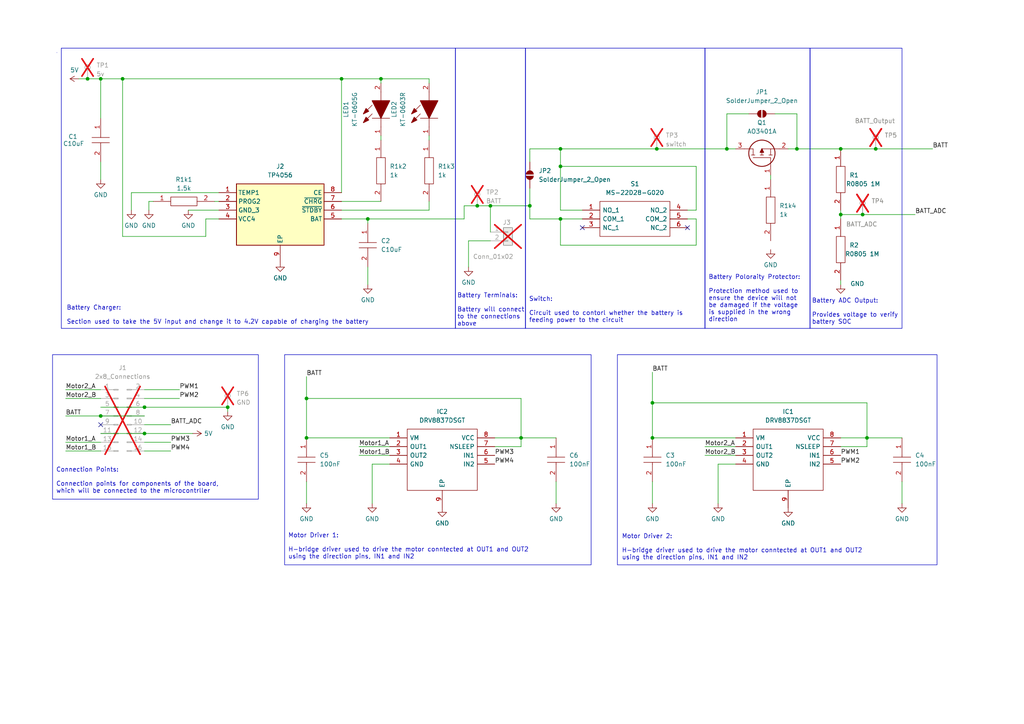
<source format=kicad_sch>
(kicad_sch
	(version 20231120)
	(generator "eeschema")
	(generator_version "8.0")
	(uuid "5b1ecf52-b0f1-49e0-9e79-5452cf38d028")
	(paper "A4")
	(title_block
		(title "Micro_Mouse_Power_Circuit")
		(date "2024-03-24")
		(rev "V4")
		(company "University of Cape Town")
		(comment 3 "CRTLUK001")
		(comment 4 "Luke Carter")
	)
	(lib_symbols
		(symbol "Connector:TestPoint"
			(pin_numbers hide)
			(pin_names
				(offset 0.762) hide)
			(exclude_from_sim no)
			(in_bom yes)
			(on_board yes)
			(property "Reference" "TP"
				(at 0 6.858 0)
				(effects
					(font
						(size 1.27 1.27)
					)
				)
			)
			(property "Value" "TestPoint"
				(at 0 5.08 0)
				(effects
					(font
						(size 1.27 1.27)
					)
				)
			)
			(property "Footprint" ""
				(at 5.08 0 0)
				(effects
					(font
						(size 1.27 1.27)
					)
					(hide yes)
				)
			)
			(property "Datasheet" "~"
				(at 5.08 0 0)
				(effects
					(font
						(size 1.27 1.27)
					)
					(hide yes)
				)
			)
			(property "Description" "test point"
				(at 0 0 0)
				(effects
					(font
						(size 1.27 1.27)
					)
					(hide yes)
				)
			)
			(property "ki_keywords" "test point tp"
				(at 0 0 0)
				(effects
					(font
						(size 1.27 1.27)
					)
					(hide yes)
				)
			)
			(property "ki_fp_filters" "Pin* Test*"
				(at 0 0 0)
				(effects
					(font
						(size 1.27 1.27)
					)
					(hide yes)
				)
			)
			(symbol "TestPoint_0_1"
				(circle
					(center 0 3.302)
					(radius 0.762)
					(stroke
						(width 0)
						(type default)
					)
					(fill
						(type none)
					)
				)
			)
			(symbol "TestPoint_1_1"
				(pin passive line
					(at 0 0 90)
					(length 2.54)
					(name "1"
						(effects
							(font
								(size 1.27 1.27)
							)
						)
					)
					(number "1"
						(effects
							(font
								(size 1.27 1.27)
							)
						)
					)
				)
			)
		)
		(symbol "Connector_Generic:Conn_01x02"
			(pin_names
				(offset 1.016) hide)
			(exclude_from_sim no)
			(in_bom yes)
			(on_board yes)
			(property "Reference" "J"
				(at 0 2.54 0)
				(effects
					(font
						(size 1.27 1.27)
					)
				)
			)
			(property "Value" "Conn_01x02"
				(at 0 -5.08 0)
				(effects
					(font
						(size 1.27 1.27)
					)
				)
			)
			(property "Footprint" ""
				(at 0 0 0)
				(effects
					(font
						(size 1.27 1.27)
					)
					(hide yes)
				)
			)
			(property "Datasheet" "~"
				(at 0 0 0)
				(effects
					(font
						(size 1.27 1.27)
					)
					(hide yes)
				)
			)
			(property "Description" "Generic connector, single row, 01x02, script generated (kicad-library-utils/schlib/autogen/connector/)"
				(at 0 0 0)
				(effects
					(font
						(size 1.27 1.27)
					)
					(hide yes)
				)
			)
			(property "ki_keywords" "connector"
				(at 0 0 0)
				(effects
					(font
						(size 1.27 1.27)
					)
					(hide yes)
				)
			)
			(property "ki_fp_filters" "Connector*:*_1x??_*"
				(at 0 0 0)
				(effects
					(font
						(size 1.27 1.27)
					)
					(hide yes)
				)
			)
			(symbol "Conn_01x02_1_1"
				(rectangle
					(start -1.27 -2.413)
					(end 0 -2.667)
					(stroke
						(width 0.1524)
						(type default)
					)
					(fill
						(type none)
					)
				)
				(rectangle
					(start -1.27 0.127)
					(end 0 -0.127)
					(stroke
						(width 0.1524)
						(type default)
					)
					(fill
						(type none)
					)
				)
				(rectangle
					(start -1.27 1.27)
					(end 1.27 -3.81)
					(stroke
						(width 0.254)
						(type default)
					)
					(fill
						(type background)
					)
				)
				(pin passive line
					(at -5.08 0 0)
					(length 3.81)
					(name "Pin_1"
						(effects
							(font
								(size 1.27 1.27)
							)
						)
					)
					(number "1"
						(effects
							(font
								(size 1.27 1.27)
							)
						)
					)
				)
				(pin passive line
					(at -5.08 -2.54 0)
					(length 3.81)
					(name "Pin_2"
						(effects
							(font
								(size 1.27 1.27)
							)
						)
					)
					(number "2"
						(effects
							(font
								(size 1.27 1.27)
							)
						)
					)
				)
			)
		)
		(symbol "Connector_Generic:Conn_02x08_Odd_Even"
			(pin_names
				(offset 1.016) hide)
			(exclude_from_sim no)
			(in_bom yes)
			(on_board yes)
			(property "Reference" "J1"
				(at 1.27 13.97 0)
				(effects
					(font
						(size 1.27 1.27)
					)
				)
			)
			(property "Value" "2x8_Connections"
				(at 1.27 11.43 0)
				(effects
					(font
						(size 1.27 1.27)
					)
				)
			)
			(property "Footprint" "Connector_PinHeader_2.54mm:PinHeader_2x08_P2.54mm_Vertical"
				(at 0 0 0)
				(effects
					(font
						(size 1.27 1.27)
					)
					(hide yes)
				)
			)
			(property "Datasheet" "~"
				(at 0 0 0)
				(effects
					(font
						(size 1.27 1.27)
					)
					(hide yes)
				)
			)
			(property "Description" "Generic connector, double row, 02x08, odd/even pin numbering scheme (row 1 odd numbers, row 2 even numbers), script generated (kicad-library-utils/schlib/autogen/connector/)"
				(at 0 0 0)
				(effects
					(font
						(size 1.27 1.27)
					)
					(hide yes)
				)
			)
			(property "ki_keywords" "connector"
				(at 0 0 0)
				(effects
					(font
						(size 1.27 1.27)
					)
					(hide yes)
				)
			)
			(property "ki_fp_filters" "Connector*:*_2x??_*"
				(at 0 0 0)
				(effects
					(font
						(size 1.27 1.27)
					)
					(hide yes)
				)
			)
			(symbol "Conn_02x08_Odd_Even_1_1"
				(rectangle
					(start -1.27 -10.033)
					(end 0 -10.287)
					(stroke
						(width 0.1524)
						(type default)
					)
					(fill
						(type none)
					)
				)
				(rectangle
					(start -1.27 -7.493)
					(end 0 -7.747)
					(stroke
						(width 0.1524)
						(type default)
					)
					(fill
						(type none)
					)
				)
				(rectangle
					(start -1.27 -4.953)
					(end 0 -5.207)
					(stroke
						(width 0.1524)
						(type default)
					)
					(fill
						(type none)
					)
				)
				(rectangle
					(start -1.27 -2.413)
					(end 0 -2.667)
					(stroke
						(width 0.1524)
						(type default)
					)
					(fill
						(type none)
					)
				)
				(rectangle
					(start -1.27 0.127)
					(end 0 -0.127)
					(stroke
						(width 0.1524)
						(type default)
					)
					(fill
						(type none)
					)
				)
				(rectangle
					(start -1.27 2.667)
					(end 0 2.413)
					(stroke
						(width 0.1524)
						(type default)
					)
					(fill
						(type none)
					)
				)
				(rectangle
					(start -1.27 5.207)
					(end 0 4.953)
					(stroke
						(width 0.1524)
						(type default)
					)
					(fill
						(type none)
					)
				)
				(rectangle
					(start -1.27 7.747)
					(end 0 7.493)
					(stroke
						(width 0.1524)
						(type default)
					)
					(fill
						(type none)
					)
				)
				(rectangle
					(start 3.81 -10.033)
					(end 2.54 -10.287)
					(stroke
						(width 0.1524)
						(type default)
					)
					(fill
						(type none)
					)
				)
				(rectangle
					(start 3.81 -7.493)
					(end 2.54 -7.747)
					(stroke
						(width 0.1524)
						(type default)
					)
					(fill
						(type none)
					)
				)
				(rectangle
					(start 3.81 -4.953)
					(end 2.54 -5.207)
					(stroke
						(width 0.1524)
						(type default)
					)
					(fill
						(type none)
					)
				)
				(rectangle
					(start 3.81 -2.413)
					(end 2.54 -2.667)
					(stroke
						(width 0.1524)
						(type default)
					)
					(fill
						(type none)
					)
				)
				(rectangle
					(start 3.81 0.127)
					(end 2.54 -0.127)
					(stroke
						(width 0.1524)
						(type default)
					)
					(fill
						(type none)
					)
				)
				(rectangle
					(start 3.81 2.667)
					(end 2.54 2.413)
					(stroke
						(width 0.1524)
						(type default)
					)
					(fill
						(type none)
					)
				)
				(rectangle
					(start 3.81 5.207)
					(end 2.54 4.953)
					(stroke
						(width 0.1524)
						(type default)
					)
					(fill
						(type none)
					)
				)
				(rectangle
					(start 3.81 7.747)
					(end 2.54 7.493)
					(stroke
						(width 0.1524)
						(type default)
					)
					(fill
						(type none)
					)
				)
				(pin passive line
					(at -5.08 7.62 0)
					(length 3.81)
					(name "Pin_1"
						(effects
							(font
								(size 1.27 1.27)
							)
						)
					)
					(number "1"
						(effects
							(font
								(size 1.27 1.27)
							)
						)
					)
				)
				(pin passive line
					(at 7.62 -2.54 180)
					(length 3.81)
					(name "Pin_10"
						(effects
							(font
								(size 1.27 1.27)
							)
						)
					)
					(number "10"
						(effects
							(font
								(size 1.27 1.27)
							)
						)
					)
				)
				(pin passive line
					(at -5.08 -5.08 0)
					(length 3.81)
					(name "Pin_11"
						(effects
							(font
								(size 1.27 1.27)
							)
						)
					)
					(number "11"
						(effects
							(font
								(size 1.27 1.27)
							)
						)
					)
				)
				(pin passive line
					(at 7.62 -5.08 180)
					(length 3.81)
					(name "Pin_12"
						(effects
							(font
								(size 1.27 1.27)
							)
						)
					)
					(number "12"
						(effects
							(font
								(size 1.27 1.27)
							)
						)
					)
				)
				(pin passive line
					(at -5.08 -7.62 0)
					(length 3.81)
					(name "Pin_13"
						(effects
							(font
								(size 1.27 1.27)
							)
						)
					)
					(number "13"
						(effects
							(font
								(size 1.27 1.27)
							)
						)
					)
				)
				(pin passive line
					(at 7.62 -7.62 180)
					(length 3.81)
					(name "Pin_14"
						(effects
							(font
								(size 1.27 1.27)
							)
						)
					)
					(number "14"
						(effects
							(font
								(size 1.27 1.27)
							)
						)
					)
				)
				(pin passive line
					(at -5.08 -10.16 0)
					(length 3.81)
					(name "Pin_15"
						(effects
							(font
								(size 1.27 1.27)
							)
						)
					)
					(number "15"
						(effects
							(font
								(size 1.27 1.27)
							)
						)
					)
				)
				(pin passive line
					(at 7.62 -10.16 180)
					(length 3.81)
					(name "Pin_16"
						(effects
							(font
								(size 1.27 1.27)
							)
						)
					)
					(number "16"
						(effects
							(font
								(size 1.27 1.27)
							)
						)
					)
				)
				(pin passive line
					(at 7.62 7.62 180)
					(length 3.81)
					(name "Pin_2"
						(effects
							(font
								(size 1.27 1.27)
							)
						)
					)
					(number "2"
						(effects
							(font
								(size 1.27 1.27)
							)
						)
					)
				)
				(pin passive line
					(at -5.08 5.08 0)
					(length 3.81)
					(name "Pin_3"
						(effects
							(font
								(size 1.27 1.27)
							)
						)
					)
					(number "3"
						(effects
							(font
								(size 1.27 1.27)
							)
						)
					)
				)
				(pin passive line
					(at 7.62 5.08 180)
					(length 3.81)
					(name "Pin_4"
						(effects
							(font
								(size 1.27 1.27)
							)
						)
					)
					(number "4"
						(effects
							(font
								(size 1.27 1.27)
							)
						)
					)
				)
				(pin passive line
					(at -5.08 2.54 0)
					(length 3.81)
					(name "Pin_5"
						(effects
							(font
								(size 1.27 1.27)
							)
						)
					)
					(number "5"
						(effects
							(font
								(size 1.27 1.27)
							)
						)
					)
				)
				(pin passive line
					(at 7.62 2.54 180)
					(length 3.81)
					(name "Pin_6"
						(effects
							(font
								(size 1.27 1.27)
							)
						)
					)
					(number "6"
						(effects
							(font
								(size 1.27 1.27)
							)
						)
					)
				)
				(pin passive line
					(at -5.08 0 0)
					(length 3.81)
					(name "Pin_7"
						(effects
							(font
								(size 1.27 1.27)
							)
						)
					)
					(number "7"
						(effects
							(font
								(size 1.27 1.27)
							)
						)
					)
				)
				(pin passive line
					(at 7.62 0 180)
					(length 3.81)
					(name "Pin_8"
						(effects
							(font
								(size 1.27 1.27)
							)
						)
					)
					(number "8"
						(effects
							(font
								(size 1.27 1.27)
							)
						)
					)
				)
				(pin passive line
					(at -5.08 -2.54 0)
					(length 3.81)
					(name "Pin_9"
						(effects
							(font
								(size 1.27 1.27)
							)
						)
					)
					(number "9"
						(effects
							(font
								(size 1.27 1.27)
							)
						)
					)
				)
			)
		)
		(symbol "Jumper:SolderJumper_2_Open"
			(pin_numbers hide)
			(pin_names
				(offset 0) hide)
			(exclude_from_sim yes)
			(in_bom no)
			(on_board yes)
			(property "Reference" "JP"
				(at 0 2.032 0)
				(effects
					(font
						(size 1.27 1.27)
					)
				)
			)
			(property "Value" "SolderJumper_2_Open"
				(at 0 -2.54 0)
				(effects
					(font
						(size 1.27 1.27)
					)
				)
			)
			(property "Footprint" ""
				(at 0 0 0)
				(effects
					(font
						(size 1.27 1.27)
					)
					(hide yes)
				)
			)
			(property "Datasheet" "~"
				(at 0 0 0)
				(effects
					(font
						(size 1.27 1.27)
					)
					(hide yes)
				)
			)
			(property "Description" "Solder Jumper, 2-pole, open"
				(at 0 0 0)
				(effects
					(font
						(size 1.27 1.27)
					)
					(hide yes)
				)
			)
			(property "ki_keywords" "solder jumper SPST"
				(at 0 0 0)
				(effects
					(font
						(size 1.27 1.27)
					)
					(hide yes)
				)
			)
			(property "ki_fp_filters" "SolderJumper*Open*"
				(at 0 0 0)
				(effects
					(font
						(size 1.27 1.27)
					)
					(hide yes)
				)
			)
			(symbol "SolderJumper_2_Open_0_1"
				(arc
					(start -0.254 1.016)
					(mid -1.2656 0)
					(end -0.254 -1.016)
					(stroke
						(width 0)
						(type default)
					)
					(fill
						(type none)
					)
				)
				(arc
					(start -0.254 1.016)
					(mid -1.2656 0)
					(end -0.254 -1.016)
					(stroke
						(width 0)
						(type default)
					)
					(fill
						(type outline)
					)
				)
				(polyline
					(pts
						(xy -0.254 1.016) (xy -0.254 -1.016)
					)
					(stroke
						(width 0)
						(type default)
					)
					(fill
						(type none)
					)
				)
				(polyline
					(pts
						(xy 0.254 1.016) (xy 0.254 -1.016)
					)
					(stroke
						(width 0)
						(type default)
					)
					(fill
						(type none)
					)
				)
				(arc
					(start 0.254 -1.016)
					(mid 1.2656 0)
					(end 0.254 1.016)
					(stroke
						(width 0)
						(type default)
					)
					(fill
						(type none)
					)
				)
				(arc
					(start 0.254 -1.016)
					(mid 1.2656 0)
					(end 0.254 1.016)
					(stroke
						(width 0)
						(type default)
					)
					(fill
						(type outline)
					)
				)
			)
			(symbol "SolderJumper_2_Open_1_1"
				(pin passive line
					(at -3.81 0 0)
					(length 2.54)
					(name "A"
						(effects
							(font
								(size 1.27 1.27)
							)
						)
					)
					(number "1"
						(effects
							(font
								(size 1.27 1.27)
							)
						)
					)
				)
				(pin passive line
					(at 3.81 0 180)
					(length 2.54)
					(name "B"
						(effects
							(font
								(size 1.27 1.27)
							)
						)
					)
					(number "2"
						(effects
							(font
								(size 1.27 1.27)
							)
						)
					)
				)
			)
		)
		(symbol "New_Library:AO3401A"
			(pin_names
				(offset 0.762)
			)
			(exclude_from_sim no)
			(in_bom yes)
			(on_board yes)
			(property "Reference" "Q"
				(at 11.43 3.81 0)
				(effects
					(font
						(size 1.27 1.27)
					)
					(justify left)
				)
			)
			(property "Value" "AO3401A"
				(at 11.43 1.27 0)
				(effects
					(font
						(size 1.27 1.27)
					)
					(justify left)
				)
			)
			(property "Footprint" ""
				(at 11.43 -1.27 0)
				(effects
					(font
						(size 1.27 1.27)
					)
					(justify left)
					(hide yes)
				)
			)
			(property "Datasheet" ""
				(at 11.43 -3.81 0)
				(effects
					(font
						(size 1.27 1.27)
					)
					(justify left)
					(hide yes)
				)
			)
			(property "Description" ""
				(at 11.43 -6.35 0)
				(effects
					(font
						(size 1.27 1.27)
					)
					(justify left)
					(hide yes)
				)
			)
			(property "Height" ""
				(at 11.43 -8.89 0)
				(effects
					(font
						(size 1.27 1.27)
					)
					(justify left)
					(hide yes)
				)
			)
			(property "Manufacturer_Name" ""
				(at 11.43 -11.43 0)
				(effects
					(font
						(size 1.27 1.27)
					)
					(justify left)
					(hide yes)
				)
			)
			(property "Manufacturer_Part_Number" ""
				(at 11.43 -13.97 0)
				(effects
					(font
						(size 1.27 1.27)
					)
					(justify left)
					(hide yes)
				)
			)
			(property "Mouser Part Number" ""
				(at 11.43 -16.51 0)
				(effects
					(font
						(size 1.27 1.27)
					)
					(justify left)
					(hide yes)
				)
			)
			(property "Mouser Price/Stock" ""
				(at 11.43 -19.05 0)
				(effects
					(font
						(size 1.27 1.27)
					)
					(justify left)
					(hide yes)
				)
			)
			(property "Arrow Part Number" "AO3401A"
				(at 11.43 -21.59 0)
				(effects
					(font
						(size 1.27 1.27)
					)
					(justify left)
					(hide yes)
				)
			)
			(property "Arrow Price/Stock" "https://www.arrow.com/en/products/ao3401a/alpha-and-omega-semiconductor?region=nac"
				(at 11.43 -24.13 0)
				(effects
					(font
						(size 1.27 1.27)
					)
					(justify left)
					(hide yes)
				)
			)
			(symbol "AO3401A_0_0"
				(pin passive line
					(at 0 0 0)
					(length 2.54)
					(name "~"
						(effects
							(font
								(size 1.27 1.27)
							)
						)
					)
					(number "1"
						(effects
							(font
								(size 1.27 1.27)
							)
						)
					)
				)
				(pin passive line
					(at 7.62 -5.08 90)
					(length 2.54)
					(name "~"
						(effects
							(font
								(size 1.27 1.27)
							)
						)
					)
					(number "2"
						(effects
							(font
								(size 1.27 1.27)
							)
						)
					)
				)
				(pin passive line
					(at 7.62 10.16 270)
					(length 2.54)
					(name "~"
						(effects
							(font
								(size 1.27 1.27)
							)
						)
					)
					(number "3"
						(effects
							(font
								(size 1.27 1.27)
							)
						)
					)
				)
			)
			(symbol "AO3401A_0_1"
				(polyline
					(pts
						(xy 5.842 -0.508) (xy 5.842 0.508)
					)
					(stroke
						(width 0.1524)
						(type solid)
					)
					(fill
						(type none)
					)
				)
				(polyline
					(pts
						(xy 5.842 0) (xy 7.62 0)
					)
					(stroke
						(width 0.1524)
						(type solid)
					)
					(fill
						(type none)
					)
				)
				(polyline
					(pts
						(xy 5.842 2.032) (xy 5.842 3.048)
					)
					(stroke
						(width 0.1524)
						(type solid)
					)
					(fill
						(type none)
					)
				)
				(polyline
					(pts
						(xy 5.842 5.588) (xy 5.842 4.572)
					)
					(stroke
						(width 0.1524)
						(type solid)
					)
					(fill
						(type none)
					)
				)
				(polyline
					(pts
						(xy 7.62 2.54) (xy 5.842 2.54)
					)
					(stroke
						(width 0.1524)
						(type solid)
					)
					(fill
						(type none)
					)
				)
				(polyline
					(pts
						(xy 7.62 2.54) (xy 7.62 -2.54)
					)
					(stroke
						(width 0.1524)
						(type solid)
					)
					(fill
						(type none)
					)
				)
				(polyline
					(pts
						(xy 7.62 5.08) (xy 5.842 5.08)
					)
					(stroke
						(width 0.1524)
						(type solid)
					)
					(fill
						(type none)
					)
				)
				(polyline
					(pts
						(xy 7.62 5.08) (xy 7.62 7.62)
					)
					(stroke
						(width 0.1524)
						(type solid)
					)
					(fill
						(type none)
					)
				)
				(polyline
					(pts
						(xy 2.54 0) (xy 5.08 0) (xy 5.08 5.08)
					)
					(stroke
						(width 0.1524)
						(type solid)
					)
					(fill
						(type none)
					)
				)
				(polyline
					(pts
						(xy 7.62 2.54) (xy 6.604 3.048) (xy 6.604 2.032) (xy 7.62 2.54)
					)
					(stroke
						(width 0.254)
						(type solid)
					)
					(fill
						(type outline)
					)
				)
				(circle
					(center 6.35 2.54)
					(radius 3.81)
					(stroke
						(width 0.254)
						(type solid)
					)
					(fill
						(type none)
					)
				)
			)
		)
		(symbol "New_Library:C10u"
			(pin_names
				(offset 0.762)
			)
			(exclude_from_sim no)
			(in_bom yes)
			(on_board yes)
			(property "Reference" "C"
				(at 8.89 6.35 0)
				(effects
					(font
						(size 1.27 1.27)
					)
					(justify left)
				)
			)
			(property "Value" "C10u"
				(at 8.89 3.81 0)
				(effects
					(font
						(size 1.27 1.27)
					)
					(justify left)
				)
			)
			(property "Footprint" ""
				(at 8.89 1.27 0)
				(effects
					(font
						(size 1.27 1.27)
					)
					(justify left)
					(hide yes)
				)
			)
			(property "Datasheet" ""
				(at 8.89 -1.27 0)
				(effects
					(font
						(size 1.27 1.27)
					)
					(justify left)
					(hide yes)
				)
			)
			(property "Description" ""
				(at 8.89 -3.81 0)
				(effects
					(font
						(size 1.27 1.27)
					)
					(justify left)
					(hide yes)
				)
			)
			(property "Height" ""
				(at 8.89 -6.35 0)
				(effects
					(font
						(size 1.27 1.27)
					)
					(justify left)
					(hide yes)
				)
			)
			(property "Manufacturer_Name" ""
				(at 8.89 -8.89 0)
				(effects
					(font
						(size 1.27 1.27)
					)
					(justify left)
					(hide yes)
				)
			)
			(property "Manufacturer_Part_Number" ""
				(at 8.89 -11.43 0)
				(effects
					(font
						(size 1.27 1.27)
					)
					(justify left)
					(hide yes)
				)
			)
			(property "Mouser Part Number" ""
				(at 8.89 -13.97 0)
				(effects
					(font
						(size 1.27 1.27)
					)
					(justify left)
					(hide yes)
				)
			)
			(property "Mouser Price/Stock" ""
				(at 8.89 -16.51 0)
				(effects
					(font
						(size 1.27 1.27)
					)
					(justify left)
					(hide yes)
				)
			)
			(property "Arrow Part Number" ""
				(at 8.89 -19.05 0)
				(effects
					(font
						(size 1.27 1.27)
					)
					(justify left)
					(hide yes)
				)
			)
			(property "Arrow Price/Stock" ""
				(at 8.89 -21.59 0)
				(effects
					(font
						(size 1.27 1.27)
					)
					(justify left)
					(hide yes)
				)
			)
			(symbol "C10u_0_0"
				(pin passive line
					(at 0 0 0)
					(length 5.08)
					(name "~"
						(effects
							(font
								(size 1.27 1.27)
							)
						)
					)
					(number "1"
						(effects
							(font
								(size 1.27 1.27)
							)
						)
					)
				)
				(pin passive line
					(at 12.7 0 180)
					(length 5.08)
					(name "~"
						(effects
							(font
								(size 1.27 1.27)
							)
						)
					)
					(number "2"
						(effects
							(font
								(size 1.27 1.27)
							)
						)
					)
				)
			)
			(symbol "C10u_0_1"
				(polyline
					(pts
						(xy 5.08 0) (xy 5.588 0)
					)
					(stroke
						(width 0.1524)
						(type solid)
					)
					(fill
						(type none)
					)
				)
				(polyline
					(pts
						(xy 5.588 2.54) (xy 5.588 -2.54)
					)
					(stroke
						(width 0.1524)
						(type solid)
					)
					(fill
						(type none)
					)
				)
				(polyline
					(pts
						(xy 7.112 0) (xy 7.62 0)
					)
					(stroke
						(width 0.1524)
						(type solid)
					)
					(fill
						(type none)
					)
				)
				(polyline
					(pts
						(xy 7.112 2.54) (xy 7.112 -2.54)
					)
					(stroke
						(width 0.1524)
						(type solid)
					)
					(fill
						(type none)
					)
				)
			)
		)
		(symbol "New_Library:CL05B104KO5NNNC"
			(pin_names
				(offset 0.762)
			)
			(exclude_from_sim no)
			(in_bom yes)
			(on_board yes)
			(property "Reference" "C"
				(at 8.89 6.35 0)
				(effects
					(font
						(size 1.27 1.27)
					)
					(justify left)
				)
			)
			(property "Value" "100nF"
				(at 8.89 3.81 0)
				(effects
					(font
						(size 1.27 1.27)
					)
					(justify left)
				)
			)
			(property "Footprint" ""
				(at 8.89 1.27 0)
				(effects
					(font
						(size 1.27 1.27)
					)
					(justify left)
					(hide yes)
				)
			)
			(property "Datasheet" ""
				(at 8.89 -1.27 0)
				(effects
					(font
						(size 1.27 1.27)
					)
					(justify left)
					(hide yes)
				)
			)
			(property "Description" ""
				(at 8.89 -3.81 0)
				(effects
					(font
						(size 1.27 1.27)
					)
					(justify left)
					(hide yes)
				)
			)
			(property "Height" ""
				(at 8.89 -6.35 0)
				(effects
					(font
						(size 1.27 1.27)
					)
					(justify left)
					(hide yes)
				)
			)
			(property "Manufacturer_Name" ""
				(at 8.89 -8.89 0)
				(effects
					(font
						(size 1.27 1.27)
					)
					(justify left)
					(hide yes)
				)
			)
			(property "Manufacturer_Part_Number" ""
				(at 8.89 -11.43 0)
				(effects
					(font
						(size 1.27 1.27)
					)
					(justify left)
					(hide yes)
				)
			)
			(property "Mouser Part Number" ""
				(at 8.89 -13.97 0)
				(effects
					(font
						(size 1.27 1.27)
					)
					(justify left)
					(hide yes)
				)
			)
			(property "Mouser Price/Stock" ""
				(at 8.89 -16.51 0)
				(effects
					(font
						(size 1.27 1.27)
					)
					(justify left)
					(hide yes)
				)
			)
			(property "Arrow Part Number" ""
				(at 8.89 -19.05 0)
				(effects
					(font
						(size 1.27 1.27)
					)
					(justify left)
					(hide yes)
				)
			)
			(property "Arrow Price/Stock" ""
				(at 8.89 -21.59 0)
				(effects
					(font
						(size 1.27 1.27)
					)
					(justify left)
					(hide yes)
				)
			)
			(symbol "CL05B104KO5NNNC_0_0"
				(pin passive line
					(at 0 0 0)
					(length 5.08)
					(name "~"
						(effects
							(font
								(size 1.27 1.27)
							)
						)
					)
					(number "1"
						(effects
							(font
								(size 1.27 1.27)
							)
						)
					)
				)
				(pin passive line
					(at 12.7 0 180)
					(length 5.08)
					(name "~"
						(effects
							(font
								(size 1.27 1.27)
							)
						)
					)
					(number "2"
						(effects
							(font
								(size 1.27 1.27)
							)
						)
					)
				)
			)
			(symbol "CL05B104KO5NNNC_0_1"
				(polyline
					(pts
						(xy 5.08 0) (xy 5.588 0)
					)
					(stroke
						(width 0.1524)
						(type solid)
					)
					(fill
						(type none)
					)
				)
				(polyline
					(pts
						(xy 5.588 2.54) (xy 5.588 -2.54)
					)
					(stroke
						(width 0.1524)
						(type solid)
					)
					(fill
						(type none)
					)
				)
				(polyline
					(pts
						(xy 7.112 0) (xy 7.62 0)
					)
					(stroke
						(width 0.1524)
						(type solid)
					)
					(fill
						(type none)
					)
				)
				(polyline
					(pts
						(xy 7.112 2.54) (xy 7.112 -2.54)
					)
					(stroke
						(width 0.1524)
						(type solid)
					)
					(fill
						(type none)
					)
				)
			)
		)
		(symbol "New_Library:DRV8837DSGT"
			(pin_names
				(offset 0.762)
			)
			(exclude_from_sim no)
			(in_bom yes)
			(on_board yes)
			(property "Reference" "IC"
				(at 26.67 7.62 0)
				(effects
					(font
						(size 1.27 1.27)
					)
					(justify left)
				)
			)
			(property "Value" "DRV8837DSGT"
				(at 26.67 5.08 0)
				(effects
					(font
						(size 1.27 1.27)
					)
					(justify left)
				)
			)
			(property "Footprint" ""
				(at 26.67 2.54 0)
				(effects
					(font
						(size 1.27 1.27)
					)
					(justify left)
					(hide yes)
				)
			)
			(property "Datasheet" ""
				(at 26.67 0 0)
				(effects
					(font
						(size 1.27 1.27)
					)
					(justify left)
					(hide yes)
				)
			)
			(property "Description" ""
				(at 26.67 -2.54 0)
				(effects
					(font
						(size 1.27 1.27)
					)
					(justify left)
					(hide yes)
				)
			)
			(property "Height" ""
				(at 26.67 -5.08 0)
				(effects
					(font
						(size 1.27 1.27)
					)
					(justify left)
					(hide yes)
				)
			)
			(property "Manufacturer_Name" ""
				(at 26.67 -7.62 0)
				(effects
					(font
						(size 1.27 1.27)
					)
					(justify left)
					(hide yes)
				)
			)
			(property "Manufacturer_Part_Number" ""
				(at 26.67 -10.16 0)
				(effects
					(font
						(size 1.27 1.27)
					)
					(justify left)
					(hide yes)
				)
			)
			(property "Mouser Part Number" ""
				(at 26.67 -12.7 0)
				(effects
					(font
						(size 1.27 1.27)
					)
					(justify left)
					(hide yes)
				)
			)
			(property "Mouser Price/Stock" ""
				(at 26.67 -15.24 0)
				(effects
					(font
						(size 1.27 1.27)
					)
					(justify left)
					(hide yes)
				)
			)
			(property "Arrow Part Number" ""
				(at 26.67 -17.78 0)
				(effects
					(font
						(size 1.27 1.27)
					)
					(justify left)
					(hide yes)
				)
			)
			(property "Arrow Price/Stock" ""
				(at 26.67 -20.32 0)
				(effects
					(font
						(size 1.27 1.27)
					)
					(justify left)
					(hide yes)
				)
			)
			(symbol "DRV8837DSGT_0_0"
				(pin passive line
					(at 0 0 0)
					(length 5.08)
					(name "VM"
						(effects
							(font
								(size 1.27 1.27)
							)
						)
					)
					(number "1"
						(effects
							(font
								(size 1.27 1.27)
							)
						)
					)
				)
				(pin passive line
					(at 0 -2.54 0)
					(length 5.08)
					(name "OUT1"
						(effects
							(font
								(size 1.27 1.27)
							)
						)
					)
					(number "2"
						(effects
							(font
								(size 1.27 1.27)
							)
						)
					)
				)
				(pin passive line
					(at 0 -5.08 0)
					(length 5.08)
					(name "OUT2"
						(effects
							(font
								(size 1.27 1.27)
							)
						)
					)
					(number "3"
						(effects
							(font
								(size 1.27 1.27)
							)
						)
					)
				)
				(pin passive line
					(at 0 -7.62 0)
					(length 5.08)
					(name "GND"
						(effects
							(font
								(size 1.27 1.27)
							)
						)
					)
					(number "4"
						(effects
							(font
								(size 1.27 1.27)
							)
						)
					)
				)
				(pin passive line
					(at 30.48 -7.62 180)
					(length 5.08)
					(name "IN2"
						(effects
							(font
								(size 1.27 1.27)
							)
						)
					)
					(number "5"
						(effects
							(font
								(size 1.27 1.27)
							)
						)
					)
				)
				(pin passive line
					(at 30.48 -5.08 180)
					(length 5.08)
					(name "IN1"
						(effects
							(font
								(size 1.27 1.27)
							)
						)
					)
					(number "6"
						(effects
							(font
								(size 1.27 1.27)
							)
						)
					)
				)
				(pin passive line
					(at 30.48 -2.54 180)
					(length 5.08)
					(name "NSLEEP"
						(effects
							(font
								(size 1.27 1.27)
							)
						)
					)
					(number "7"
						(effects
							(font
								(size 1.27 1.27)
							)
						)
					)
				)
				(pin passive line
					(at 30.48 0 180)
					(length 5.08)
					(name "VCC"
						(effects
							(font
								(size 1.27 1.27)
							)
						)
					)
					(number "8"
						(effects
							(font
								(size 1.27 1.27)
							)
						)
					)
				)
				(pin passive line
					(at 15.24 -20.32 90)
					(length 5.08)
					(name "EP"
						(effects
							(font
								(size 1.27 1.27)
							)
						)
					)
					(number "9"
						(effects
							(font
								(size 1.27 1.27)
							)
						)
					)
				)
			)
			(symbol "DRV8837DSGT_0_1"
				(polyline
					(pts
						(xy 5.08 2.54) (xy 25.4 2.54) (xy 25.4 -15.24) (xy 5.08 -15.24) (xy 5.08 2.54)
					)
					(stroke
						(width 0.1524)
						(type solid)
					)
					(fill
						(type none)
					)
				)
			)
		)
		(symbol "New_Library:KT-0603R"
			(pin_names
				(offset 0.762)
			)
			(exclude_from_sim no)
			(in_bom yes)
			(on_board yes)
			(property "Reference" "LED"
				(at 12.7 8.89 0)
				(effects
					(font
						(size 1.27 1.27)
					)
					(justify left bottom)
				)
			)
			(property "Value" "KT-0603R"
				(at 12.7 6.35 0)
				(effects
					(font
						(size 1.27 1.27)
					)
					(justify left bottom)
				)
			)
			(property "Footprint" ""
				(at 12.7 3.81 0)
				(effects
					(font
						(size 1.27 1.27)
					)
					(justify left bottom)
					(hide yes)
				)
			)
			(property "Datasheet" ""
				(at 12.7 1.27 0)
				(effects
					(font
						(size 1.27 1.27)
					)
					(justify left bottom)
					(hide yes)
				)
			)
			(property "Description" ""
				(at 12.7 -1.27 0)
				(effects
					(font
						(size 1.27 1.27)
					)
					(justify left bottom)
					(hide yes)
				)
			)
			(property "Height" ""
				(at 12.7 -3.81 0)
				(effects
					(font
						(size 1.27 1.27)
					)
					(justify left bottom)
					(hide yes)
				)
			)
			(property "Manufacturer_Name" ""
				(at 12.7 -6.35 0)
				(effects
					(font
						(size 1.27 1.27)
					)
					(justify left bottom)
					(hide yes)
				)
			)
			(property "Manufacturer_Part_Number" ""
				(at 12.7 -8.89 0)
				(effects
					(font
						(size 1.27 1.27)
					)
					(justify left bottom)
					(hide yes)
				)
			)
			(property "Mouser Part Number" ""
				(at 12.7 -11.43 0)
				(effects
					(font
						(size 1.27 1.27)
					)
					(justify left bottom)
					(hide yes)
				)
			)
			(property "Mouser Price/Stock" ""
				(at 12.7 -13.97 0)
				(effects
					(font
						(size 1.27 1.27)
					)
					(justify left bottom)
					(hide yes)
				)
			)
			(property "Arrow Part Number" ""
				(at 12.7 -16.51 0)
				(effects
					(font
						(size 1.27 1.27)
					)
					(justify left bottom)
					(hide yes)
				)
			)
			(property "Arrow Price/Stock" ""
				(at 12.7 -19.05 0)
				(effects
					(font
						(size 1.27 1.27)
					)
					(justify left bottom)
					(hide yes)
				)
			)
			(symbol "KT-0603R_0_0"
				(pin passive line
					(at 0 0 0)
					(length 2.54)
					(name "~"
						(effects
							(font
								(size 1.27 1.27)
							)
						)
					)
					(number "1"
						(effects
							(font
								(size 1.27 1.27)
							)
						)
					)
				)
				(pin passive line
					(at 15.24 0 180)
					(length 2.54)
					(name "~"
						(effects
							(font
								(size 1.27 1.27)
							)
						)
					)
					(number "2"
						(effects
							(font
								(size 1.27 1.27)
							)
						)
					)
				)
			)
			(symbol "KT-0603R_0_1"
				(polyline
					(pts
						(xy 2.54 0) (xy 5.08 0)
					)
					(stroke
						(width 0.1524)
						(type solid)
					)
					(fill
						(type none)
					)
				)
				(polyline
					(pts
						(xy 5.08 2.54) (xy 5.08 -2.54)
					)
					(stroke
						(width 0.1524)
						(type solid)
					)
					(fill
						(type none)
					)
				)
				(polyline
					(pts
						(xy 6.35 2.54) (xy 3.81 5.08)
					)
					(stroke
						(width 0.1524)
						(type solid)
					)
					(fill
						(type none)
					)
				)
				(polyline
					(pts
						(xy 8.89 2.54) (xy 6.35 5.08)
					)
					(stroke
						(width 0.1524)
						(type solid)
					)
					(fill
						(type none)
					)
				)
				(polyline
					(pts
						(xy 10.16 0) (xy 12.7 0)
					)
					(stroke
						(width 0.1524)
						(type solid)
					)
					(fill
						(type none)
					)
				)
				(polyline
					(pts
						(xy 5.08 0) (xy 10.16 2.54) (xy 10.16 -2.54) (xy 5.08 0)
					)
					(stroke
						(width 0.254)
						(type solid)
					)
					(fill
						(type outline)
					)
				)
				(polyline
					(pts
						(xy 5.334 4.318) (xy 4.572 3.556) (xy 3.81 5.08) (xy 5.334 4.318)
					)
					(stroke
						(width 0.254)
						(type solid)
					)
					(fill
						(type outline)
					)
				)
				(polyline
					(pts
						(xy 7.874 4.318) (xy 7.112 3.556) (xy 6.35 5.08) (xy 7.874 4.318)
					)
					(stroke
						(width 0.254)
						(type solid)
					)
					(fill
						(type outline)
					)
				)
			)
		)
		(symbol "New_Library:MS-22D28-G020"
			(pin_names
				(offset 0.762)
			)
			(exclude_from_sim no)
			(in_bom yes)
			(on_board yes)
			(property "Reference" "S"
				(at 26.67 7.62 0)
				(effects
					(font
						(size 1.27 1.27)
					)
					(justify left)
				)
			)
			(property "Value" "MS-22D28-G020"
				(at 26.67 5.08 0)
				(effects
					(font
						(size 1.27 1.27)
					)
					(justify left)
				)
			)
			(property "Footprint" ""
				(at 26.67 2.54 0)
				(effects
					(font
						(size 1.27 1.27)
					)
					(justify left)
					(hide yes)
				)
			)
			(property "Datasheet" ""
				(at 26.67 0 0)
				(effects
					(font
						(size 1.27 1.27)
					)
					(justify left)
					(hide yes)
				)
			)
			(property "Description" ""
				(at 26.67 -2.54 0)
				(effects
					(font
						(size 1.27 1.27)
					)
					(justify left)
					(hide yes)
				)
			)
			(property "Height" ""
				(at 26.67 -5.08 0)
				(effects
					(font
						(size 1.27 1.27)
					)
					(justify left)
					(hide yes)
				)
			)
			(property "Manufacturer_Name" ""
				(at 26.67 -7.62 0)
				(effects
					(font
						(size 1.27 1.27)
					)
					(justify left)
					(hide yes)
				)
			)
			(property "Manufacturer_Part_Number" ""
				(at 26.67 -10.16 0)
				(effects
					(font
						(size 1.27 1.27)
					)
					(justify left)
					(hide yes)
				)
			)
			(property "Mouser Part Number" ""
				(at 26.67 -12.7 0)
				(effects
					(font
						(size 1.27 1.27)
					)
					(justify left)
					(hide yes)
				)
			)
			(property "Mouser Price/Stock" ""
				(at 26.67 -15.24 0)
				(effects
					(font
						(size 1.27 1.27)
					)
					(justify left)
					(hide yes)
				)
			)
			(property "Arrow Part Number" ""
				(at 26.67 -17.78 0)
				(effects
					(font
						(size 1.27 1.27)
					)
					(justify left)
					(hide yes)
				)
			)
			(property "Arrow Price/Stock" ""
				(at 26.67 -20.32 0)
				(effects
					(font
						(size 1.27 1.27)
					)
					(justify left)
					(hide yes)
				)
			)
			(symbol "MS-22D28-G020_0_0"
				(pin passive line
					(at 30.48 0 180)
					(length 5.08)
					(name "NO_1"
						(effects
							(font
								(size 1.27 1.27)
							)
						)
					)
					(number "1"
						(effects
							(font
								(size 1.27 1.27)
							)
						)
					)
				)
				(pin passive line
					(at 30.48 -2.54 180)
					(length 5.08)
					(name "COM_1"
						(effects
							(font
								(size 1.27 1.27)
							)
						)
					)
					(number "2"
						(effects
							(font
								(size 1.27 1.27)
							)
						)
					)
				)
				(pin passive line
					(at 30.48 -5.08 180)
					(length 5.08)
					(name "NC_1"
						(effects
							(font
								(size 1.27 1.27)
							)
						)
					)
					(number "3"
						(effects
							(font
								(size 1.27 1.27)
							)
						)
					)
				)
				(pin passive line
					(at 0 0 0)
					(length 5.08)
					(name "NO_2"
						(effects
							(font
								(size 1.27 1.27)
							)
						)
					)
					(number "4"
						(effects
							(font
								(size 1.27 1.27)
							)
						)
					)
				)
				(pin passive line
					(at 0 -2.54 0)
					(length 5.08)
					(name "COM_2"
						(effects
							(font
								(size 1.27 1.27)
							)
						)
					)
					(number "5"
						(effects
							(font
								(size 1.27 1.27)
							)
						)
					)
				)
				(pin passive line
					(at 0 -5.08 0)
					(length 5.08)
					(name "NC_2"
						(effects
							(font
								(size 1.27 1.27)
							)
						)
					)
					(number "6"
						(effects
							(font
								(size 1.27 1.27)
							)
						)
					)
				)
			)
			(symbol "MS-22D28-G020_0_1"
				(polyline
					(pts
						(xy 5.08 2.54) (xy 25.4 2.54) (xy 25.4 -7.62) (xy 5.08 -7.62) (xy 5.08 2.54)
					)
					(stroke
						(width 0.1524)
						(type solid)
					)
					(fill
						(type none)
					)
				)
			)
		)
		(symbol "New_Library:R0805"
			(pin_names
				(offset 0.762)
			)
			(exclude_from_sim no)
			(in_bom yes)
			(on_board yes)
			(property "Reference" "R1k"
				(at 13.97 6.35 0)
				(effects
					(font
						(size 1.27 1.27)
					)
					(justify left)
				)
			)
			(property "Value" "R0805"
				(at 13.97 3.81 0)
				(effects
					(font
						(size 1.27 1.27)
					)
					(justify left)
				)
			)
			(property "Footprint" ""
				(at 13.97 1.27 0)
				(effects
					(font
						(size 1.27 1.27)
					)
					(justify left)
					(hide yes)
				)
			)
			(property "Datasheet" ""
				(at 13.97 -1.27 0)
				(effects
					(font
						(size 1.27 1.27)
					)
					(justify left)
					(hide yes)
				)
			)
			(property "Description" ""
				(at 13.97 -3.81 0)
				(effects
					(font
						(size 1.27 1.27)
					)
					(justify left)
					(hide yes)
				)
			)
			(property "Height" ""
				(at 13.97 -6.35 0)
				(effects
					(font
						(size 1.27 1.27)
					)
					(justify left)
					(hide yes)
				)
			)
			(property "Manufacturer_Name" ""
				(at 13.97 -8.89 0)
				(effects
					(font
						(size 1.27 1.27)
					)
					(justify left)
					(hide yes)
				)
			)
			(property "Manufacturer_Part_Number" ""
				(at 13.97 -11.43 0)
				(effects
					(font
						(size 1.27 1.27)
					)
					(justify left)
					(hide yes)
				)
			)
			(property "Mouser Part Number" ""
				(at 13.97 -13.97 0)
				(effects
					(font
						(size 1.27 1.27)
					)
					(justify left)
					(hide yes)
				)
			)
			(property "Mouser Price/Stock" ""
				(at 13.97 -16.51 0)
				(effects
					(font
						(size 1.27 1.27)
					)
					(justify left)
					(hide yes)
				)
			)
			(property "Arrow Part Number" ""
				(at 13.97 -19.05 0)
				(effects
					(font
						(size 1.27 1.27)
					)
					(justify left)
					(hide yes)
				)
			)
			(property "Arrow Price/Stock" ""
				(at 13.97 -21.59 0)
				(effects
					(font
						(size 1.27 1.27)
					)
					(justify left)
					(hide yes)
				)
			)
			(symbol "R0805_0_0"
				(pin passive line
					(at 0 0 0)
					(length 5.08)
					(name "~"
						(effects
							(font
								(size 1.27 1.27)
							)
						)
					)
					(number "1"
						(effects
							(font
								(size 1.27 1.27)
							)
						)
					)
				)
				(pin passive line
					(at 17.78 0 180)
					(length 5.08)
					(name "~"
						(effects
							(font
								(size 1.27 1.27)
							)
						)
					)
					(number "2"
						(effects
							(font
								(size 1.27 1.27)
							)
						)
					)
				)
			)
			(symbol "R0805_0_1"
				(polyline
					(pts
						(xy 5.08 1.27) (xy 12.7 1.27) (xy 12.7 -1.27) (xy 5.08 -1.27) (xy 5.08 1.27)
					)
					(stroke
						(width 0.1524)
						(type solid)
					)
					(fill
						(type none)
					)
				)
			)
		)
		(symbol "New_Library:R0805 1M"
			(pin_names
				(offset 0.762)
			)
			(exclude_from_sim no)
			(in_bom yes)
			(on_board yes)
			(property "Reference" "R"
				(at 13.97 6.35 0)
				(effects
					(font
						(size 1.27 1.27)
					)
					(justify left)
				)
			)
			(property "Value" "R0805 1M"
				(at 13.97 3.81 0)
				(effects
					(font
						(size 1.27 1.27)
					)
					(justify left)
				)
			)
			(property "Footprint" ""
				(at 13.97 1.27 0)
				(effects
					(font
						(size 1.27 1.27)
					)
					(justify left)
					(hide yes)
				)
			)
			(property "Datasheet" ""
				(at 13.97 -1.27 0)
				(effects
					(font
						(size 1.27 1.27)
					)
					(justify left)
					(hide yes)
				)
			)
			(property "Description" ""
				(at 13.97 -3.81 0)
				(effects
					(font
						(size 1.27 1.27)
					)
					(justify left)
					(hide yes)
				)
			)
			(property "Height" ""
				(at 13.97 -6.35 0)
				(effects
					(font
						(size 1.27 1.27)
					)
					(justify left)
					(hide yes)
				)
			)
			(property "Manufacturer_Name" ""
				(at 13.97 -8.89 0)
				(effects
					(font
						(size 1.27 1.27)
					)
					(justify left)
					(hide yes)
				)
			)
			(property "Manufacturer_Part_Number" ""
				(at 13.97 -11.43 0)
				(effects
					(font
						(size 1.27 1.27)
					)
					(justify left)
					(hide yes)
				)
			)
			(property "Mouser Part Number" ""
				(at 13.97 -13.97 0)
				(effects
					(font
						(size 1.27 1.27)
					)
					(justify left)
					(hide yes)
				)
			)
			(property "Mouser Price/Stock" ""
				(at 13.97 -16.51 0)
				(effects
					(font
						(size 1.27 1.27)
					)
					(justify left)
					(hide yes)
				)
			)
			(property "Arrow Part Number" ""
				(at 13.97 -19.05 0)
				(effects
					(font
						(size 1.27 1.27)
					)
					(justify left)
					(hide yes)
				)
			)
			(property "Arrow Price/Stock" ""
				(at 13.97 -21.59 0)
				(effects
					(font
						(size 1.27 1.27)
					)
					(justify left)
					(hide yes)
				)
			)
			(symbol "R0805 1M_0_0"
				(pin passive line
					(at 0 0 0)
					(length 5.08)
					(name "~"
						(effects
							(font
								(size 1.27 1.27)
							)
						)
					)
					(number "1"
						(effects
							(font
								(size 1.27 1.27)
							)
						)
					)
				)
				(pin passive line
					(at 17.78 0 180)
					(length 5.08)
					(name "~"
						(effects
							(font
								(size 1.27 1.27)
							)
						)
					)
					(number "2"
						(effects
							(font
								(size 1.27 1.27)
							)
						)
					)
				)
			)
			(symbol "R0805 1M_0_1"
				(polyline
					(pts
						(xy 5.08 1.27) (xy 12.7 1.27) (xy 12.7 -1.27) (xy 5.08 -1.27) (xy 5.08 1.27)
					)
					(stroke
						(width 0.1524)
						(type solid)
					)
					(fill
						(type none)
					)
				)
			)
		)
		(symbol "New_Library:TP4056"
			(exclude_from_sim no)
			(in_bom yes)
			(on_board yes)
			(property "Reference" "J"
				(at 31.75 7.62 0)
				(effects
					(font
						(size 1.27 1.27)
					)
					(justify left top)
				)
			)
			(property "Value" "TP4056"
				(at 31.75 5.08 0)
				(effects
					(font
						(size 1.27 1.27)
					)
					(justify left top)
				)
			)
			(property "Footprint" "SOIC127P600X175-9N"
				(at 31.75 -94.92 0)
				(effects
					(font
						(size 1.27 1.27)
					)
					(justify left top)
					(hide yes)
				)
			)
			(property "Datasheet" "https://dlnmh9ip6v2uc.cloudfront.net/datasheets/Prototyping/TP4056.pdf"
				(at 31.75 -194.92 0)
				(effects
					(font
						(size 1.27 1.27)
					)
					(justify left top)
					(hide yes)
				)
			)
			(property "Description" "1A Standalone Linear Li-lon Battery Charger, SOP-8"
				(at 0 0 0)
				(effects
					(font
						(size 1.27 1.27)
					)
					(hide yes)
				)
			)
			(property "Height" "1.75"
				(at 31.75 -394.92 0)
				(effects
					(font
						(size 1.27 1.27)
					)
					(justify left top)
					(hide yes)
				)
			)
			(property "Manufacturer_Name" "NanJing Top Power"
				(at 31.75 -494.92 0)
				(effects
					(font
						(size 1.27 1.27)
					)
					(justify left top)
					(hide yes)
				)
			)
			(property "Manufacturer_Part_Number" "TP4056"
				(at 31.75 -594.92 0)
				(effects
					(font
						(size 1.27 1.27)
					)
					(justify left top)
					(hide yes)
				)
			)
			(property "Mouser Part Number" ""
				(at 31.75 -694.92 0)
				(effects
					(font
						(size 1.27 1.27)
					)
					(justify left top)
					(hide yes)
				)
			)
			(property "Mouser Price/Stock" ""
				(at 31.75 -794.92 0)
				(effects
					(font
						(size 1.27 1.27)
					)
					(justify left top)
					(hide yes)
				)
			)
			(property "Arrow Part Number" ""
				(at 31.75 -894.92 0)
				(effects
					(font
						(size 1.27 1.27)
					)
					(justify left top)
					(hide yes)
				)
			)
			(property "Arrow Price/Stock" ""
				(at 31.75 -994.92 0)
				(effects
					(font
						(size 1.27 1.27)
					)
					(justify left top)
					(hide yes)
				)
			)
			(symbol "TP4056_1_1"
				(rectangle
					(start 5.08 2.54)
					(end 30.48 -15.24)
					(stroke
						(width 0.254)
						(type default)
					)
					(fill
						(type background)
					)
				)
				(pin passive line
					(at 0 0 0)
					(length 5.08)
					(name "TEMP1"
						(effects
							(font
								(size 1.27 1.27)
							)
						)
					)
					(number "1"
						(effects
							(font
								(size 1.27 1.27)
							)
						)
					)
				)
				(pin passive line
					(at 0 -2.54 0)
					(length 5.08)
					(name "PROG2"
						(effects
							(font
								(size 1.27 1.27)
							)
						)
					)
					(number "2"
						(effects
							(font
								(size 1.27 1.27)
							)
						)
					)
				)
				(pin passive line
					(at 0 -5.08 0)
					(length 5.08)
					(name "GND_3"
						(effects
							(font
								(size 1.27 1.27)
							)
						)
					)
					(number "3"
						(effects
							(font
								(size 1.27 1.27)
							)
						)
					)
				)
				(pin passive line
					(at 0 -7.62 0)
					(length 5.08)
					(name "VCC4"
						(effects
							(font
								(size 1.27 1.27)
							)
						)
					)
					(number "4"
						(effects
							(font
								(size 1.27 1.27)
							)
						)
					)
				)
				(pin passive line
					(at 35.56 -7.62 180)
					(length 5.08)
					(name "BAT"
						(effects
							(font
								(size 1.27 1.27)
							)
						)
					)
					(number "5"
						(effects
							(font
								(size 1.27 1.27)
							)
						)
					)
				)
				(pin passive line
					(at 35.56 -5.08 180)
					(length 5.08)
					(name "~{STDBY}"
						(effects
							(font
								(size 1.27 1.27)
							)
						)
					)
					(number "6"
						(effects
							(font
								(size 1.27 1.27)
							)
						)
					)
				)
				(pin passive line
					(at 35.56 -2.54 180)
					(length 5.08)
					(name "~{CHRG}"
						(effects
							(font
								(size 1.27 1.27)
							)
						)
					)
					(number "7"
						(effects
							(font
								(size 1.27 1.27)
							)
						)
					)
				)
				(pin passive line
					(at 35.56 0 180)
					(length 5.08)
					(name "CE"
						(effects
							(font
								(size 1.27 1.27)
							)
						)
					)
					(number "8"
						(effects
							(font
								(size 1.27 1.27)
							)
						)
					)
				)
				(pin passive line
					(at 17.78 -20.32 90)
					(length 5.08)
					(name "EP"
						(effects
							(font
								(size 1.27 1.27)
							)
						)
					)
					(number "9"
						(effects
							(font
								(size 1.27 1.27)
							)
						)
					)
				)
			)
		)
		(symbol "power:+5V"
			(power)
			(pin_names
				(offset 0)
			)
			(exclude_from_sim no)
			(in_bom yes)
			(on_board yes)
			(property "Reference" "#PWR"
				(at 0 -3.81 0)
				(effects
					(font
						(size 1.27 1.27)
					)
					(hide yes)
				)
			)
			(property "Value" "+5V"
				(at 0 3.556 0)
				(effects
					(font
						(size 1.27 1.27)
					)
				)
			)
			(property "Footprint" ""
				(at 0 0 0)
				(effects
					(font
						(size 1.27 1.27)
					)
					(hide yes)
				)
			)
			(property "Datasheet" ""
				(at 0 0 0)
				(effects
					(font
						(size 1.27 1.27)
					)
					(hide yes)
				)
			)
			(property "Description" "Power symbol creates a global label with name \"+5V\""
				(at 0 0 0)
				(effects
					(font
						(size 1.27 1.27)
					)
					(hide yes)
				)
			)
			(property "ki_keywords" "power-flag"
				(at 0 0 0)
				(effects
					(font
						(size 1.27 1.27)
					)
					(hide yes)
				)
			)
			(symbol "+5V_0_1"
				(polyline
					(pts
						(xy -0.762 1.27) (xy 0 2.54)
					)
					(stroke
						(width 0)
						(type solid)
					)
					(fill
						(type none)
					)
				)
				(polyline
					(pts
						(xy 0 0) (xy 0 2.54)
					)
					(stroke
						(width 0)
						(type solid)
					)
					(fill
						(type none)
					)
				)
				(polyline
					(pts
						(xy 0 2.54) (xy 0.762 1.27)
					)
					(stroke
						(width 0)
						(type solid)
					)
					(fill
						(type none)
					)
				)
			)
			(symbol "+5V_1_1"
				(pin power_in line
					(at 0 0 90)
					(length 0) hide
					(name "+5V"
						(effects
							(font
								(size 1.27 1.27)
							)
						)
					)
					(number "1"
						(effects
							(font
								(size 1.27 1.27)
							)
						)
					)
				)
			)
		)
		(symbol "power:GND"
			(power)
			(pin_names
				(offset 0)
			)
			(exclude_from_sim no)
			(in_bom yes)
			(on_board yes)
			(property "Reference" "#PWR"
				(at 0 -6.35 0)
				(effects
					(font
						(size 1.27 1.27)
					)
					(hide yes)
				)
			)
			(property "Value" "GND"
				(at 0 -3.81 0)
				(effects
					(font
						(size 1.27 1.27)
					)
				)
			)
			(property "Footprint" ""
				(at 0 0 0)
				(effects
					(font
						(size 1.27 1.27)
					)
					(hide yes)
				)
			)
			(property "Datasheet" ""
				(at 0 0 0)
				(effects
					(font
						(size 1.27 1.27)
					)
					(hide yes)
				)
			)
			(property "Description" "Power symbol creates a global label with name \"GND\" , ground"
				(at 0 0 0)
				(effects
					(font
						(size 1.27 1.27)
					)
					(hide yes)
				)
			)
			(property "ki_keywords" "global power"
				(at 0 0 0)
				(effects
					(font
						(size 1.27 1.27)
					)
					(hide yes)
				)
			)
			(symbol "GND_0_1"
				(polyline
					(pts
						(xy 0 0) (xy 0 -1.27) (xy 1.27 -1.27) (xy 0 -2.54) (xy -1.27 -1.27) (xy 0 -1.27)
					)
					(stroke
						(width 0)
						(type default)
					)
					(fill
						(type none)
					)
				)
			)
			(symbol "GND_1_1"
				(pin power_in line
					(at 0 0 270)
					(length 0) hide
					(name "GND"
						(effects
							(font
								(size 1.27 1.27)
							)
						)
					)
					(number "1"
						(effects
							(font
								(size 1.27 1.27)
							)
						)
					)
				)
			)
		)
	)
	(junction
		(at 189.23 116.84)
		(diameter 0)
		(color 0 0 0 0)
		(uuid "06f95796-64fc-4729-9527-6d7b17b4d47e")
	)
	(junction
		(at 106.68 63.5)
		(diameter 0)
		(color 0 0 0 0)
		(uuid "0ac03b53-cee8-49be-9c3c-876631e1fa14")
	)
	(junction
		(at 151.13 127)
		(diameter 0)
		(color 0 0 0 0)
		(uuid "0ccbc322-5660-4573-8312-add78f3a5bfd")
	)
	(junction
		(at 99.06 22.86)
		(diameter 0)
		(color 0 0 0 0)
		(uuid "0eb6dfc3-4e98-4329-80e1-99b614ff9e55")
	)
	(junction
		(at 110.49 22.86)
		(diameter 0)
		(color 0 0 0 0)
		(uuid "18018a8a-8848-4778-94c8-e4140c9366f9")
	)
	(junction
		(at 254 43.18)
		(diameter 0)
		(color 0 0 0 0)
		(uuid "2afd2ce9-1bf1-4083-b2e2-d18afeaf64f0")
	)
	(junction
		(at 162.56 63.5)
		(diameter 0)
		(color 0 0 0 0)
		(uuid "325042e8-9fd1-42ef-95db-588611210ffe")
	)
	(junction
		(at 29.21 120.65)
		(diameter 0)
		(color 0 0 0 0)
		(uuid "36e95f3b-ea5d-4f24-9d8c-67cf0b37e1a0")
	)
	(junction
		(at 138.43 59.69)
		(diameter 0)
		(color 0 0 0 0)
		(uuid "39c661ca-d231-4b49-baab-b1a3c7ba8afd")
	)
	(junction
		(at 162.56 43.18)
		(diameter 0)
		(color 0 0 0 0)
		(uuid "3c250a59-3535-4ad8-99e5-ab2e3d5b13b2")
	)
	(junction
		(at 29.21 22.86)
		(diameter 0)
		(color 0 0 0 0)
		(uuid "4684f109-7ff3-4b8f-aac7-71fff4ce46e4")
	)
	(junction
		(at 25.4 22.86)
		(diameter 0)
		(color 0 0 0 0)
		(uuid "515d44e8-4119-4c3f-8dc7-b85d78e1f74d")
	)
	(junction
		(at 231.14 43.18)
		(diameter 0)
		(color 0 0 0 0)
		(uuid "54440d7c-5d2d-40fb-b0d3-b5ebaa6ce332")
	)
	(junction
		(at 190.5 43.18)
		(diameter 0)
		(color 0 0 0 0)
		(uuid "584e3af8-a582-4cbe-8437-0b630bdbe0cb")
	)
	(junction
		(at 162.56 48.26)
		(diameter 0)
		(color 0 0 0 0)
		(uuid "67b0746d-00dd-4a35-8d4d-143a9f7c42d5")
	)
	(junction
		(at 41.91 118.11)
		(diameter 0)
		(color 0 0 0 0)
		(uuid "69e4621d-3945-4c81-9fff-0d45ad4624fc")
	)
	(junction
		(at 189.23 127)
		(diameter 0)
		(color 0 0 0 0)
		(uuid "77e33e68-6a8e-44c9-9727-51aed38f25c3")
	)
	(junction
		(at 41.91 125.73)
		(diameter 0)
		(color 0 0 0 0)
		(uuid "7e78dbbe-0498-4bc1-a9ba-c5ec91ac4010")
	)
	(junction
		(at 210.82 43.18)
		(diameter 0)
		(color 0 0 0 0)
		(uuid "83f16552-da55-499f-80f5-45c86837b986")
	)
	(junction
		(at 243.84 43.18)
		(diameter 0)
		(color 0 0 0 0)
		(uuid "b0e19709-caca-4058-8bff-f62d4e5d190b")
	)
	(junction
		(at 142.24 59.69)
		(diameter 0)
		(color 0 0 0 0)
		(uuid "b0e8be3a-3a56-4745-a3cc-9367e226644f")
	)
	(junction
		(at 35.56 22.86)
		(diameter 0)
		(color 0 0 0 0)
		(uuid "b4dae802-f35b-44f1-8b41-2316b9d3ff2b")
	)
	(junction
		(at 251.46 127)
		(diameter 0)
		(color 0 0 0 0)
		(uuid "c013253a-28e1-40f7-bd3d-22ff11346213")
	)
	(junction
		(at 250.19 62.23)
		(diameter 0)
		(color 0 0 0 0)
		(uuid "c2637499-056a-484f-b85e-eafd4675c6b1")
	)
	(junction
		(at 243.84 62.23)
		(diameter 0)
		(color 0 0 0 0)
		(uuid "c4c74571-df43-4754-86a7-78391d42f64c")
	)
	(junction
		(at 66.04 118.11)
		(diameter 0)
		(color 0 0 0 0)
		(uuid "cf315fac-2c6a-4955-9eac-b493fc8ec190")
	)
	(junction
		(at 88.9 115.57)
		(diameter 0)
		(color 0 0 0 0)
		(uuid "e095d1a4-d340-4421-9a03-651b05f089c0")
	)
	(junction
		(at 153.67 59.69)
		(diameter 0)
		(color 0 0 0 0)
		(uuid "e5f7cc23-62f1-472a-bfc9-19324d7c3a11")
	)
	(junction
		(at 88.9 127)
		(diameter 0)
		(color 0 0 0 0)
		(uuid "f7b872c9-2dbc-45ff-9cc1-d65398716e5d")
	)
	(no_connect
		(at 199.39 66.04)
		(uuid "65342e1f-8100-4ed3-b287-8bc8334a34bc")
	)
	(no_connect
		(at 168.91 66.04)
		(uuid "7fa27024-8536-4dc5-bf7a-6609ac315657")
	)
	(no_connect
		(at 29.21 123.19)
		(uuid "b1cc4a86-1e2c-48cd-8ade-746467dc35dc")
	)
	(wire
		(pts
			(xy 54.61 60.96) (xy 63.5 60.96)
		)
		(stroke
			(width 0)
			(type default)
		)
		(uuid "023c6f8a-8db9-4140-b255-5478ed11427f")
	)
	(wire
		(pts
			(xy 151.13 127) (xy 151.13 129.54)
		)
		(stroke
			(width 0)
			(type default)
		)
		(uuid "024995b2-a6fe-4784-8bca-6d3056b3aa08")
	)
	(wire
		(pts
			(xy 243.84 62.23) (xy 243.84 63.5)
		)
		(stroke
			(width 0)
			(type default)
		)
		(uuid "04f1ab58-5183-4ca5-9736-e513449ca6b1")
	)
	(wire
		(pts
			(xy 143.51 127) (xy 151.13 127)
		)
		(stroke
			(width 0)
			(type default)
		)
		(uuid "0595178c-1542-45ee-ab00-cd4c00904b79")
	)
	(wire
		(pts
			(xy 29.21 118.11) (xy 41.91 118.11)
		)
		(stroke
			(width 0)
			(type default)
		)
		(uuid "0f7b1249-8e31-4445-99d8-0235548e5cb6")
	)
	(wire
		(pts
			(xy 110.49 22.86) (xy 110.49 24.13)
		)
		(stroke
			(width 0)
			(type default)
		)
		(uuid "10c39a54-9f12-4886-af7e-3cee282f1744")
	)
	(wire
		(pts
			(xy 19.05 120.65) (xy 29.21 120.65)
		)
		(stroke
			(width 0)
			(type default)
		)
		(uuid "113726ca-cfd6-47d6-a513-e03c70722242")
	)
	(wire
		(pts
			(xy 88.9 115.57) (xy 88.9 127)
		)
		(stroke
			(width 0)
			(type default)
		)
		(uuid "141ff36b-92a7-460d-ae98-4b7aed89b629")
	)
	(wire
		(pts
			(xy 29.21 125.73) (xy 41.91 125.73)
		)
		(stroke
			(width 0)
			(type default)
		)
		(uuid "145eeb01-a079-40d0-8a9d-070350fb7980")
	)
	(wire
		(pts
			(xy 41.91 128.27) (xy 49.53 128.27)
		)
		(stroke
			(width 0)
			(type default)
		)
		(uuid "1484c67c-5045-48cb-bf72-1e5f8a658c36")
	)
	(wire
		(pts
			(xy 251.46 116.84) (xy 189.23 116.84)
		)
		(stroke
			(width 0)
			(type default)
		)
		(uuid "15b734fc-02d6-4dbe-a728-037ba0c8b5f9")
	)
	(wire
		(pts
			(xy 25.4 22.86) (xy 29.21 22.86)
		)
		(stroke
			(width 0)
			(type default)
		)
		(uuid "15b7aeb9-5584-47b9-806e-2c94bebd6293")
	)
	(wire
		(pts
			(xy 153.67 43.18) (xy 162.56 43.18)
		)
		(stroke
			(width 0)
			(type default)
		)
		(uuid "1715fe3e-70f1-4098-a6c0-87367a034699")
	)
	(wire
		(pts
			(xy 162.56 63.5) (xy 162.56 71.12)
		)
		(stroke
			(width 0)
			(type default)
		)
		(uuid "180f2543-e3c9-48bd-adf9-12b3e85fcae0")
	)
	(wire
		(pts
			(xy 162.56 48.26) (xy 201.93 48.26)
		)
		(stroke
			(width 0)
			(type default)
		)
		(uuid "19a9a4e8-8a7b-4c9a-b61d-dd5961242a86")
	)
	(wire
		(pts
			(xy 99.06 22.86) (xy 99.06 55.88)
		)
		(stroke
			(width 0)
			(type default)
		)
		(uuid "1c6d7f97-401f-4994-8706-90b8a4e43bbe")
	)
	(wire
		(pts
			(xy 88.9 109.22) (xy 88.9 115.57)
		)
		(stroke
			(width 0)
			(type default)
		)
		(uuid "1f922508-44a2-47ca-9e62-616fbd3b5d01")
	)
	(wire
		(pts
			(xy 41.91 118.11) (xy 66.04 118.11)
		)
		(stroke
			(width 0)
			(type default)
		)
		(uuid "21570f06-9338-408e-8ddc-c7bc23b452be")
	)
	(wire
		(pts
			(xy 243.84 62.23) (xy 250.19 62.23)
		)
		(stroke
			(width 0)
			(type default)
		)
		(uuid "25bcda2c-f90b-4eac-86b8-5e4199f2d2de")
	)
	(wire
		(pts
			(xy 243.84 127) (xy 251.46 127)
		)
		(stroke
			(width 0)
			(type default)
		)
		(uuid "27db9565-3daa-4aba-8d51-65666d746335")
	)
	(wire
		(pts
			(xy 88.9 139.7) (xy 88.9 146.05)
		)
		(stroke
			(width 0)
			(type default)
		)
		(uuid "29c4df4e-7e45-4ede-af13-64839a6db492")
	)
	(wire
		(pts
			(xy 161.29 139.7) (xy 161.29 146.05)
		)
		(stroke
			(width 0)
			(type default)
		)
		(uuid "2a5e7903-67cb-46d6-a4f6-dce31e333351")
	)
	(wire
		(pts
			(xy 35.56 22.86) (xy 99.06 22.86)
		)
		(stroke
			(width 0)
			(type default)
		)
		(uuid "2fd2181b-fa6a-4489-804f-66c1c985a1b3")
	)
	(wire
		(pts
			(xy 254 43.18) (xy 270.51 43.18)
		)
		(stroke
			(width 0)
			(type default)
		)
		(uuid "3148113f-7d0e-4d89-94cf-06a8a7de4dde")
	)
	(wire
		(pts
			(xy 210.82 33.02) (xy 217.17 33.02)
		)
		(stroke
			(width 0)
			(type default)
		)
		(uuid "32d94874-fbb4-48fe-a5b7-9387760da1d8")
	)
	(wire
		(pts
			(xy 41.91 113.03) (xy 52.07 113.03)
		)
		(stroke
			(width 0)
			(type default)
		)
		(uuid "3f011fd9-40cc-41f9-97ea-ebea8ed564b7")
	)
	(wire
		(pts
			(xy 243.84 43.18) (xy 254 43.18)
		)
		(stroke
			(width 0)
			(type default)
		)
		(uuid "40303db0-fff8-4d71-a1e7-54286a4766cc")
	)
	(wire
		(pts
			(xy 29.21 22.86) (xy 35.56 22.86)
		)
		(stroke
			(width 0)
			(type default)
		)
		(uuid "419e576d-d950-4b49-b3ad-11a3a3af4fd0")
	)
	(wire
		(pts
			(xy 189.23 139.7) (xy 189.23 146.05)
		)
		(stroke
			(width 0)
			(type default)
		)
		(uuid "43630239-42c7-4308-84a9-456b2c4f5da5")
	)
	(wire
		(pts
			(xy 143.51 129.54) (xy 151.13 129.54)
		)
		(stroke
			(width 0)
			(type default)
		)
		(uuid "43e59975-0938-4183-8aed-0671cf16e183")
	)
	(wire
		(pts
			(xy 168.91 60.96) (xy 162.56 60.96)
		)
		(stroke
			(width 0)
			(type default)
		)
		(uuid "44278bfc-675a-426a-8100-858ea6d11e6d")
	)
	(wire
		(pts
			(xy 41.91 123.19) (xy 49.53 123.19)
		)
		(stroke
			(width 0)
			(type default)
		)
		(uuid "4861f958-6b8a-4125-90e3-94ff26f29d8d")
	)
	(wire
		(pts
			(xy 199.39 60.96) (xy 201.93 60.96)
		)
		(stroke
			(width 0)
			(type default)
		)
		(uuid "4bf28390-b65b-4ed7-a598-0f1edc49c956")
	)
	(wire
		(pts
			(xy 99.06 63.5) (xy 106.68 63.5)
		)
		(stroke
			(width 0)
			(type default)
		)
		(uuid "4e92a46e-c77d-4810-9d22-f3aacbe9d6a8")
	)
	(wire
		(pts
			(xy 99.06 60.96) (xy 124.46 60.96)
		)
		(stroke
			(width 0)
			(type default)
		)
		(uuid "506ae6f5-0d8c-41ce-ab75-563507b2943f")
	)
	(wire
		(pts
			(xy 162.56 48.26) (xy 162.56 43.18)
		)
		(stroke
			(width 0)
			(type default)
		)
		(uuid "56a7b5f4-1cd8-4984-8fbe-1ab0bff7352d")
	)
	(wire
		(pts
			(xy 41.91 130.81) (xy 49.53 130.81)
		)
		(stroke
			(width 0)
			(type default)
		)
		(uuid "5737862c-79ce-440f-ad50-b970a4a9a9d1")
	)
	(wire
		(pts
			(xy 19.05 128.27) (xy 29.21 128.27)
		)
		(stroke
			(width 0)
			(type default)
		)
		(uuid "5bf6a524-9682-46d2-a497-a5966e0404d9")
	)
	(wire
		(pts
			(xy 38.1 60.96) (xy 38.1 55.88)
		)
		(stroke
			(width 0)
			(type default)
		)
		(uuid "5dcb5772-b820-41f0-89a6-64916005fd2e")
	)
	(wire
		(pts
			(xy 62.23 58.42) (xy 63.5 58.42)
		)
		(stroke
			(width 0)
			(type default)
		)
		(uuid "5ef04698-852e-435b-9339-ba0e02873759")
	)
	(wire
		(pts
			(xy 35.56 68.58) (xy 59.69 68.58)
		)
		(stroke
			(width 0)
			(type default)
		)
		(uuid "6543f5a4-28fb-4a08-af4b-dd886ffd889f")
	)
	(wire
		(pts
			(xy 189.23 107.95) (xy 189.23 116.84)
		)
		(stroke
			(width 0)
			(type default)
		)
		(uuid "656dc0d7-d86a-4a78-84ce-dea6474e91ef")
	)
	(wire
		(pts
			(xy 124.46 39.37) (xy 124.46 40.64)
		)
		(stroke
			(width 0)
			(type default)
		)
		(uuid "65e4b7de-c580-421d-a279-3f657471a2e7")
	)
	(wire
		(pts
			(xy 204.47 129.54) (xy 213.36 129.54)
		)
		(stroke
			(width 0)
			(type default)
		)
		(uuid "682f5626-3170-468d-8e01-c99911c07992")
	)
	(wire
		(pts
			(xy 153.67 46.99) (xy 153.67 43.18)
		)
		(stroke
			(width 0)
			(type default)
		)
		(uuid "6c38a714-2b83-4edd-835e-92ed2a543035")
	)
	(wire
		(pts
			(xy 210.82 43.18) (xy 210.82 33.02)
		)
		(stroke
			(width 0)
			(type default)
		)
		(uuid "6e026ded-3e0e-43e0-93cf-6c24390bbdf4")
	)
	(wire
		(pts
			(xy 231.14 43.18) (xy 243.84 43.18)
		)
		(stroke
			(width 0)
			(type default)
		)
		(uuid "6f251895-4f9b-4f01-8df8-dbba4873da49")
	)
	(wire
		(pts
			(xy 29.21 46.99) (xy 29.21 52.07)
		)
		(stroke
			(width 0)
			(type default)
		)
		(uuid "7a73fbbc-206c-42eb-adbf-9a32f4f5d0b3")
	)
	(wire
		(pts
			(xy 250.19 62.23) (xy 265.43 62.23)
		)
		(stroke
			(width 0)
			(type default)
		)
		(uuid "7d86543d-d00f-448b-8ef2-04ba9db747bf")
	)
	(wire
		(pts
			(xy 59.69 63.5) (xy 63.5 63.5)
		)
		(stroke
			(width 0)
			(type default)
		)
		(uuid "7db622e6-2548-4c71-8c24-06d14d135f07")
	)
	(wire
		(pts
			(xy 228.6 43.18) (xy 231.14 43.18)
		)
		(stroke
			(width 0)
			(type default)
		)
		(uuid "7de436ff-8a2e-4523-9870-96ac1ce80094")
	)
	(wire
		(pts
			(xy 110.49 39.37) (xy 110.49 40.64)
		)
		(stroke
			(width 0)
			(type default)
		)
		(uuid "84f5d9bc-ea9e-4c9b-9130-027e98f5f9de")
	)
	(wire
		(pts
			(xy 19.05 115.57) (xy 29.21 115.57)
		)
		(stroke
			(width 0)
			(type default)
		)
		(uuid "86d7d43e-2242-457f-878c-4ae50a5c4126")
	)
	(wire
		(pts
			(xy 251.46 127) (xy 261.62 127)
		)
		(stroke
			(width 0)
			(type default)
		)
		(uuid "86f09ab9-ffb3-40ca-afe6-4b6823069c71")
	)
	(wire
		(pts
			(xy 162.56 63.5) (xy 168.91 63.5)
		)
		(stroke
			(width 0)
			(type default)
		)
		(uuid "872fe613-9c2f-4fe6-91cc-9f005206b06c")
	)
	(wire
		(pts
			(xy 19.05 130.81) (xy 29.21 130.81)
		)
		(stroke
			(width 0)
			(type default)
		)
		(uuid "8d6dd045-2f00-42cc-9b3e-094b3793a54f")
	)
	(wire
		(pts
			(xy 153.67 54.61) (xy 153.67 59.69)
		)
		(stroke
			(width 0)
			(type default)
		)
		(uuid "8e9c3533-ff74-430a-af85-b5b6e9f2c7ec")
	)
	(wire
		(pts
			(xy 135.89 69.85) (xy 142.24 69.85)
		)
		(stroke
			(width 0)
			(type default)
		)
		(uuid "8ef9d139-cc99-4492-9714-93e6dbe8d2b8")
	)
	(wire
		(pts
			(xy 106.68 63.5) (xy 106.68 64.77)
		)
		(stroke
			(width 0)
			(type default)
		)
		(uuid "8f0d1141-33ba-431a-a672-41301fa825c0")
	)
	(wire
		(pts
			(xy 210.82 43.18) (xy 213.36 43.18)
		)
		(stroke
			(width 0)
			(type default)
		)
		(uuid "91d3ece9-cfd3-444c-ac04-39858616d0a4")
	)
	(wire
		(pts
			(xy 138.43 59.69) (xy 142.24 59.69)
		)
		(stroke
			(width 0)
			(type default)
		)
		(uuid "924e604f-94a1-4c6d-9da2-49b77a5891e1")
	)
	(wire
		(pts
			(xy 208.28 146.05) (xy 208.28 134.62)
		)
		(stroke
			(width 0)
			(type default)
		)
		(uuid "95bcb7d0-3631-4faf-9a60-f3b5ee978092")
	)
	(wire
		(pts
			(xy 223.52 50.8) (xy 223.52 52.07)
		)
		(stroke
			(width 0)
			(type default)
		)
		(uuid "96862912-1489-452a-b767-512e5d73145c")
	)
	(wire
		(pts
			(xy 124.46 60.96) (xy 124.46 58.42)
		)
		(stroke
			(width 0)
			(type default)
		)
		(uuid "96f6564d-1af3-4cc6-a328-3ad16acb7bf7")
	)
	(wire
		(pts
			(xy 251.46 116.84) (xy 251.46 127)
		)
		(stroke
			(width 0)
			(type default)
		)
		(uuid "98c43aec-427d-42c0-822f-db886e08c01e")
	)
	(wire
		(pts
			(xy 199.39 63.5) (xy 201.93 63.5)
		)
		(stroke
			(width 0)
			(type default)
		)
		(uuid "98ef6325-8182-4fc4-a67e-f4878866eacd")
	)
	(wire
		(pts
			(xy 135.89 69.85) (xy 135.89 77.47)
		)
		(stroke
			(width 0)
			(type default)
		)
		(uuid "99ddb341-dcff-424f-a61a-c2dddbb50987")
	)
	(wire
		(pts
			(xy 88.9 127) (xy 113.03 127)
		)
		(stroke
			(width 0)
			(type default)
		)
		(uuid "9b8d5135-67c8-4c66-8c0c-201de31b1f9b")
	)
	(wire
		(pts
			(xy 151.13 127) (xy 161.29 127)
		)
		(stroke
			(width 0)
			(type default)
		)
		(uuid "9bd97ebe-6e41-4bbe-b2c7-acd817ee182d")
	)
	(wire
		(pts
			(xy 19.05 113.03) (xy 29.21 113.03)
		)
		(stroke
			(width 0)
			(type default)
		)
		(uuid "9c24f91d-acab-4a72-8bfb-3cdc955703f7")
	)
	(wire
		(pts
			(xy 189.23 116.84) (xy 189.23 127)
		)
		(stroke
			(width 0)
			(type default)
		)
		(uuid "9f31e5a0-7b80-4e70-a1ea-d3ab13a81799")
	)
	(wire
		(pts
			(xy 110.49 22.86) (xy 124.46 22.86)
		)
		(stroke
			(width 0)
			(type default)
		)
		(uuid "a4dcfc3b-8ad2-47ba-871a-109e3811da00")
	)
	(wire
		(pts
			(xy 106.68 77.47) (xy 106.68 82.55)
		)
		(stroke
			(width 0)
			(type default)
		)
		(uuid "a5662542-6e14-4a1d-9e5e-60a11248bc7e")
	)
	(wire
		(pts
			(xy 22.86 22.86) (xy 25.4 22.86)
		)
		(stroke
			(width 0)
			(type default)
		)
		(uuid "a7c0ba40-39c1-4afd-9a98-7b40a22bb383")
	)
	(wire
		(pts
			(xy 162.56 60.96) (xy 162.56 48.26)
		)
		(stroke
			(width 0)
			(type default)
		)
		(uuid "a9a3cb42-e89c-47b4-91e2-a90b4d8036d0")
	)
	(wire
		(pts
			(xy 134.62 63.5) (xy 134.62 59.69)
		)
		(stroke
			(width 0)
			(type default)
		)
		(uuid "a9aca512-9a0a-4e24-8c71-3d08914b5856")
	)
	(wire
		(pts
			(xy 43.18 60.96) (xy 43.18 58.42)
		)
		(stroke
			(width 0)
			(type default)
		)
		(uuid "aaea4292-02af-411b-983c-daa8bbb5e6d5")
	)
	(wire
		(pts
			(xy 189.23 127) (xy 213.36 127)
		)
		(stroke
			(width 0)
			(type default)
		)
		(uuid "ab0187ee-0b8a-4a2d-842a-fb81fde1e66d")
	)
	(wire
		(pts
			(xy 29.21 22.86) (xy 29.21 34.29)
		)
		(stroke
			(width 0)
			(type default)
		)
		(uuid "abd0ad55-21b2-4bd9-b167-ddee074d13aa")
	)
	(wire
		(pts
			(xy 104.14 132.08) (xy 113.03 132.08)
		)
		(stroke
			(width 0)
			(type default)
		)
		(uuid "b205fafc-afe6-4ae5-9029-9aa946aa876b")
	)
	(wire
		(pts
			(xy 153.67 59.69) (xy 153.67 63.5)
		)
		(stroke
			(width 0)
			(type default)
		)
		(uuid "b2173cb7-331d-40a5-af5f-cd9a2a45dfd5")
	)
	(wire
		(pts
			(xy 43.18 58.42) (xy 44.45 58.42)
		)
		(stroke
			(width 0)
			(type default)
		)
		(uuid "b22235e4-f18e-4e87-b2e0-d01ffa40dc14")
	)
	(wire
		(pts
			(xy 88.9 115.57) (xy 151.13 115.57)
		)
		(stroke
			(width 0)
			(type default)
		)
		(uuid "b54cfb97-f125-4a5b-849c-0bd541852ccc")
	)
	(wire
		(pts
			(xy 162.56 71.12) (xy 201.93 71.12)
		)
		(stroke
			(width 0)
			(type default)
		)
		(uuid "b644a240-4969-41e8-993a-2dd86fe2a123")
	)
	(wire
		(pts
			(xy 35.56 22.86) (xy 35.56 68.58)
		)
		(stroke
			(width 0)
			(type default)
		)
		(uuid "b7266e42-ce82-4b65-8ae0-f39912832994")
	)
	(wire
		(pts
			(xy 251.46 127) (xy 251.46 129.54)
		)
		(stroke
			(width 0)
			(type default)
		)
		(uuid "b882da56-0348-453e-a882-2e6c4d68e7d8")
	)
	(wire
		(pts
			(xy 107.95 134.62) (xy 113.03 134.62)
		)
		(stroke
			(width 0)
			(type default)
		)
		(uuid "b98b9f29-0b46-45e8-bd18-5b3c7913f531")
	)
	(wire
		(pts
			(xy 104.14 129.54) (xy 113.03 129.54)
		)
		(stroke
			(width 0)
			(type default)
		)
		(uuid "beb7e56f-42b3-4c9a-a660-4420ea0e3cbb")
	)
	(wire
		(pts
			(xy 162.56 43.18) (xy 190.5 43.18)
		)
		(stroke
			(width 0)
			(type default)
		)
		(uuid "bf3f16a5-4104-4245-a4e9-7afd86473a10")
	)
	(wire
		(pts
			(xy 201.93 71.12) (xy 201.93 63.5)
		)
		(stroke
			(width 0)
			(type default)
		)
		(uuid "c1d46973-774e-4bd2-9488-40acbf4df44b")
	)
	(wire
		(pts
			(xy 124.46 24.13) (xy 124.46 22.86)
		)
		(stroke
			(width 0)
			(type default)
		)
		(uuid "c29545bb-eaac-47fe-9caf-3a6ee0f92676")
	)
	(wire
		(pts
			(xy 243.84 81.28) (xy 243.84 82.55)
		)
		(stroke
			(width 0)
			(type default)
		)
		(uuid "c4ac5d76-38d5-4ed6-9d1d-38f04aed24bd")
	)
	(wire
		(pts
			(xy 41.91 125.73) (xy 55.88 125.73)
		)
		(stroke
			(width 0)
			(type default)
		)
		(uuid "c559ed3f-8942-4884-adda-484f5edbe336")
	)
	(wire
		(pts
			(xy 224.79 33.02) (xy 231.14 33.02)
		)
		(stroke
			(width 0)
			(type default)
		)
		(uuid "c8bcb4a4-0cab-4f96-ad67-8745d1f0be7e")
	)
	(wire
		(pts
			(xy 261.62 139.7) (xy 261.62 146.05)
		)
		(stroke
			(width 0)
			(type default)
		)
		(uuid "cbf5775d-314f-4da1-a5f7-fffa1b782258")
	)
	(wire
		(pts
			(xy 29.21 120.65) (xy 41.91 120.65)
		)
		(stroke
			(width 0)
			(type default)
		)
		(uuid "ccab9d4c-0670-4e6c-b2d5-b2be3b5ba437")
	)
	(wire
		(pts
			(xy 38.1 55.88) (xy 63.5 55.88)
		)
		(stroke
			(width 0)
			(type default)
		)
		(uuid "d0d5c3ca-b0f1-4e27-9208-fbfd13e1ad8b")
	)
	(wire
		(pts
			(xy 66.04 118.11) (xy 66.04 119.38)
		)
		(stroke
			(width 0)
			(type default)
		)
		(uuid "d735aea0-1563-473f-85fa-32775d7a5761")
	)
	(wire
		(pts
			(xy 201.93 60.96) (xy 201.93 48.26)
		)
		(stroke
			(width 0)
			(type default)
		)
		(uuid "d73d7c30-c72b-412a-b08a-a6ccc174b6ec")
	)
	(wire
		(pts
			(xy 142.24 59.69) (xy 153.67 59.69)
		)
		(stroke
			(width 0)
			(type default)
		)
		(uuid "d8302136-3e99-420f-b97a-82a7b50508d0")
	)
	(wire
		(pts
			(xy 59.69 63.5) (xy 59.69 68.58)
		)
		(stroke
			(width 0)
			(type default)
		)
		(uuid "dc353ea4-09aa-446a-b902-677731618d07")
	)
	(wire
		(pts
			(xy 153.67 63.5) (xy 162.56 63.5)
		)
		(stroke
			(width 0)
			(type default)
		)
		(uuid "dd459ea6-ebd1-48ca-85ff-499d0a20fb77")
	)
	(wire
		(pts
			(xy 190.5 43.18) (xy 210.82 43.18)
		)
		(stroke
			(width 0)
			(type default)
		)
		(uuid "de22364a-d382-4d6e-be3e-0e16bad87f6b")
	)
	(wire
		(pts
			(xy 151.13 115.57) (xy 151.13 127)
		)
		(stroke
			(width 0)
			(type default)
		)
		(uuid "e1eedda2-1ff9-4741-987f-af36261f0822")
	)
	(wire
		(pts
			(xy 134.62 59.69) (xy 138.43 59.69)
		)
		(stroke
			(width 0)
			(type default)
		)
		(uuid "e7656c70-efca-433f-9e1e-306ec893ad0e")
	)
	(wire
		(pts
			(xy 231.14 33.02) (xy 231.14 43.18)
		)
		(stroke
			(width 0)
			(type default)
		)
		(uuid "ea0eb8a4-f60b-4d42-b0ef-6b81700b5e23")
	)
	(wire
		(pts
			(xy 107.95 146.05) (xy 107.95 134.62)
		)
		(stroke
			(width 0)
			(type default)
		)
		(uuid "eb5970a9-6d6b-420a-a00e-d955e1e5fe7a")
	)
	(wire
		(pts
			(xy 243.84 129.54) (xy 251.46 129.54)
		)
		(stroke
			(width 0)
			(type default)
		)
		(uuid "ec704f3d-3ea6-4a42-bde8-bc439b53be1a")
	)
	(wire
		(pts
			(xy 204.47 132.08) (xy 213.36 132.08)
		)
		(stroke
			(width 0)
			(type default)
		)
		(uuid "ef7ab223-ec7c-4320-82f4-c74d1ab0a829")
	)
	(wire
		(pts
			(xy 41.91 115.57) (xy 52.07 115.57)
		)
		(stroke
			(width 0)
			(type default)
		)
		(uuid "f171ad50-c5bd-426e-bb91-86c7ab200a2b")
	)
	(wire
		(pts
			(xy 142.24 59.69) (xy 142.24 67.31)
		)
		(stroke
			(width 0)
			(type default)
		)
		(uuid "f57dfc3d-3afe-47d3-9337-d860672e52a5")
	)
	(wire
		(pts
			(xy 99.06 22.86) (xy 110.49 22.86)
		)
		(stroke
			(width 0)
			(type default)
		)
		(uuid "f5e7b641-6840-4259-8692-5887da83ad94")
	)
	(wire
		(pts
			(xy 243.84 60.96) (xy 243.84 62.23)
		)
		(stroke
			(width 0)
			(type default)
		)
		(uuid "f937f1f9-79e0-4a49-b945-12a2c98a8cb3")
	)
	(wire
		(pts
			(xy 99.06 58.42) (xy 110.49 58.42)
		)
		(stroke
			(width 0)
			(type default)
		)
		(uuid "fa2cf53a-afa2-4753-aa76-e9d1d11b0876")
	)
	(wire
		(pts
			(xy 106.68 63.5) (xy 134.62 63.5)
		)
		(stroke
			(width 0)
			(type default)
		)
		(uuid "fbba80c9-a8d0-49d1-a947-6883baf8182c")
	)
	(wire
		(pts
			(xy 208.28 134.62) (xy 213.36 134.62)
		)
		(stroke
			(width 0)
			(type default)
		)
		(uuid "ffb2a4e1-a23f-4a57-b318-4e936fe2e258")
	)
	(rectangle
		(start 179.07 102.87)
		(end 271.78 163.83)
		(stroke
			(width 0)
			(type default)
		)
		(fill
			(type none)
		)
		(uuid 04428824-099a-41bc-be0c-4a78b299b362)
	)
	(rectangle
		(start 234.95 13.97)
		(end 261.62 95.25)
		(stroke
			(width 0)
			(type default)
		)
		(fill
			(type none)
		)
		(uuid 1201434e-4669-40fb-8b15-08f99db37b77)
	)
	(rectangle
		(start 152.4 13.97)
		(end 204.47 95.25)
		(stroke
			(width 0)
			(type default)
		)
		(fill
			(type none)
		)
		(uuid 14df2f14-96a9-4126-9f59-24cb5b13236a)
	)
	(rectangle
		(start 16.51 15.24)
		(end 16.51 15.24)
		(stroke
			(width 0)
			(type default)
		)
		(fill
			(type none)
		)
		(uuid 15dc0f36-e553-44b8-a210-902a311e251c)
	)
	(rectangle
		(start 17.78 13.97)
		(end 132.08 95.25)
		(stroke
			(width 0)
			(type default)
		)
		(fill
			(type none)
		)
		(uuid 3549fb9d-9c2b-4d46-bf46-232b9361870a)
	)
	(rectangle
		(start 132.08 13.97)
		(end 152.4 95.25)
		(stroke
			(width 0)
			(type default)
		)
		(fill
			(type none)
		)
		(uuid 552ce36e-b34e-4e61-95ba-840a35585057)
	)
	(rectangle
		(start 204.47 13.97)
		(end 234.95 95.25)
		(stroke
			(width 0)
			(type default)
		)
		(fill
			(type none)
		)
		(uuid 84ee3cc4-2140-440c-82a8-455684fe46d6)
	)
	(rectangle
		(start 82.55 102.87)
		(end 171.45 163.83)
		(stroke
			(width 0)
			(type default)
		)
		(fill
			(type none)
		)
		(uuid 8b158584-b9c5-4dd3-a42e-b961d46219c0)
	)
	(rectangle
		(start 15.24 102.87)
		(end 74.93 144.78)
		(stroke
			(width 0)
			(type default)
		)
		(fill
			(type none)
		)
		(uuid 8ff122e4-92b6-464d-b9e3-fe188c45309d)
	)
	(text "Battery Terminals:\n\nBattery will connect\nto the connections \nabove\n\n"
		(exclude_from_sim no)
		(at 132.588 90.932 0)
		(effects
			(font
				(size 1.27 1.27)
			)
			(justify left)
		)
		(uuid "18ef0d2f-dac9-4a17-92ea-dd88af7f558d")
	)
	(text "Motor Driver 1:\n\nH-bridge driver used to drive the motor conntected at OUT1 and OUT2 \nusing the direction pins, IN1 and IN2\n"
		(exclude_from_sim no)
		(at 83.566 158.496 0)
		(effects
			(font
				(size 1.27 1.27)
			)
			(justify left)
		)
		(uuid "63f674ef-b322-4bdf-8d4b-0d1fe55e8455")
	)
	(text "Motor Driver 2:\n\nH-bridge driver used to drive the motor conntected at OUT1 and OUT2 \nusing the direction pins, IN1 and IN2\n"
		(exclude_from_sim no)
		(at 180.34 158.75 0)
		(effects
			(font
				(size 1.27 1.27)
			)
			(justify left)
		)
		(uuid "6e0290bd-b436-4a75-82a1-d4bd3cb275b4")
	)
	(text "Battery Charger:\n\nSection used to take the 5V input and change it to 4.2V capable of charging the battery\n\n"
		(exclude_from_sim no)
		(at 19.304 92.456 0)
		(effects
			(font
				(size 1.27 1.27)
			)
			(justify left)
		)
		(uuid "b829ee55-fa53-42c9-be9a-9457c4903bd8")
	)
	(text "Connection Points:\n\nConnection points for components of the board, \nwhich will be connected to the microcontrller"
		(exclude_from_sim no)
		(at 16.256 139.446 0)
		(effects
			(font
				(size 1.27 1.27)
			)
			(justify left)
		)
		(uuid "b976d5f4-bb37-4abf-a491-7d5167322752")
	)
	(text "Battery ADC Output:\n\nProvides voltage to verify\nbattery SOC\n\n"
		(exclude_from_sim no)
		(at 235.458 91.44 0)
		(effects
			(font
				(size 1.27 1.27)
			)
			(justify left)
		)
		(uuid "ce064342-8c70-464b-b8ad-99478cc99334")
	)
	(text "Battery Poloraity Protector:\n\nProtection method used to \nensure the device will not \nbe damaged if the voltage \nis supplied in the wrong \ndirection\n"
		(exclude_from_sim no)
		(at 205.486 86.614 0)
		(effects
			(font
				(size 1.27 1.27)
			)
			(justify left)
		)
		(uuid "fc2415ee-65e7-4065-9e1c-100c4fd2781c")
	)
	(text "Switch:\n\nCircuit used to contorl whether the battery is \nfeeding power to the circuit\n"
		(exclude_from_sim no)
		(at 153.416 89.916 0)
		(effects
			(font
				(size 1.27 1.27)
			)
			(justify left)
		)
		(uuid "fca596b1-b39d-488a-8288-e1d22e5bc11a")
	)
	(label "Motor2_B"
		(at 19.05 115.57 0)
		(fields_autoplaced yes)
		(effects
			(font
				(size 1.27 1.27)
			)
			(justify left bottom)
		)
		(uuid "05466cf8-411f-4b03-81d9-6839f44e47f4")
	)
	(label "PWM3"
		(at 49.53 128.27 0)
		(fields_autoplaced yes)
		(effects
			(font
				(size 1.27 1.27)
			)
			(justify left bottom)
		)
		(uuid "0c044ac8-4627-4f36-aca6-cb0596447f06")
	)
	(label "PWM2"
		(at 52.07 115.57 0)
		(fields_autoplaced yes)
		(effects
			(font
				(size 1.27 1.27)
			)
			(justify left bottom)
		)
		(uuid "0ecbff36-2fff-4aa4-8270-b08100df62bb")
	)
	(label "BATT_ADC"
		(at 265.43 62.23 0)
		(fields_autoplaced yes)
		(effects
			(font
				(size 1.27 1.27)
			)
			(justify left bottom)
		)
		(uuid "12dfb896-3bfc-47a7-8b9d-79c221f64ad4")
	)
	(label "BATT_ADC"
		(at 49.53 123.19 0)
		(fields_autoplaced yes)
		(effects
			(font
				(size 1.27 1.27)
			)
			(justify left bottom)
		)
		(uuid "21ae9aa3-65b5-466a-8d65-83bb272c6642")
	)
	(label "BATT"
		(at 19.05 120.65 0)
		(fields_autoplaced yes)
		(effects
			(font
				(size 1.27 1.27)
			)
			(justify left bottom)
		)
		(uuid "2c24bc69-2300-46c6-9a89-a570adb08e67")
	)
	(label "Motor1_A"
		(at 104.14 129.54 0)
		(fields_autoplaced yes)
		(effects
			(font
				(size 1.27 1.27)
			)
			(justify left bottom)
		)
		(uuid "2d873391-112e-45f9-8697-ad2b76d7d571")
	)
	(label "Motor1_A"
		(at 19.05 128.27 0)
		(fields_autoplaced yes)
		(effects
			(font
				(size 1.27 1.27)
			)
			(justify left bottom)
		)
		(uuid "59678ff1-92ab-4e02-8617-59e774eb6006")
	)
	(label "PWM3"
		(at 143.51 132.08 0)
		(fields_autoplaced yes)
		(effects
			(font
				(size 1.27 1.27)
			)
			(justify left bottom)
		)
		(uuid "76d7a150-38cc-4260-b017-c9803736d5d6")
	)
	(label "BATT"
		(at 88.9 109.22 0)
		(fields_autoplaced yes)
		(effects
			(font
				(size 1.27 1.27)
			)
			(justify left bottom)
		)
		(uuid "8dd0b943-fcdc-4599-82f6-369d4a63aa08")
	)
	(label "BATT"
		(at 189.23 107.95 0)
		(fields_autoplaced yes)
		(effects
			(font
				(size 1.27 1.27)
			)
			(justify left bottom)
		)
		(uuid "93dd3199-9e33-47e5-950f-0dc0764e6f66")
	)
	(label "BATT"
		(at 270.51 43.18 0)
		(fields_autoplaced yes)
		(effects
			(font
				(size 1.27 1.27)
			)
			(justify left bottom)
		)
		(uuid "946608d4-97bd-44f8-bf01-885ed91425d8")
	)
	(label "Motor2_A"
		(at 204.47 129.54 0)
		(fields_autoplaced yes)
		(effects
			(font
				(size 1.27 1.27)
			)
			(justify left bottom)
		)
		(uuid "9701af75-e6f9-4719-8b40-fdfd0a22ca38")
	)
	(label "PWM4"
		(at 49.53 130.81 0)
		(fields_autoplaced yes)
		(effects
			(font
				(size 1.27 1.27)
			)
			(justify left bottom)
		)
		(uuid "a4dddbc5-ac07-4394-9f30-c7659dd34a2e")
	)
	(label "PWM1"
		(at 243.84 132.08 0)
		(fields_autoplaced yes)
		(effects
			(font
				(size 1.27 1.27)
			)
			(justify left bottom)
		)
		(uuid "b2ba674c-0aba-45cb-8a1f-d25567d27c8b")
	)
	(label "PWM4"
		(at 143.51 134.62 0)
		(fields_autoplaced yes)
		(effects
			(font
				(size 1.27 1.27)
			)
			(justify left bottom)
		)
		(uuid "c92cc194-d654-4190-977b-68a2764b475d")
	)
	(label "PWM1"
		(at 52.07 113.03 0)
		(fields_autoplaced yes)
		(effects
			(font
				(size 1.27 1.27)
			)
			(justify left bottom)
		)
		(uuid "d6cd322b-9003-4ba1-9698-d5156b12204d")
	)
	(label "Motor2_B"
		(at 204.47 132.08 0)
		(fields_autoplaced yes)
		(effects
			(font
				(size 1.27 1.27)
			)
			(justify left bottom)
		)
		(uuid "df1234e7-4243-4d86-8b33-0fa31e8ba54c")
	)
	(label "Motor1_B"
		(at 19.05 130.81 0)
		(fields_autoplaced yes)
		(effects
			(font
				(size 1.27 1.27)
			)
			(justify left bottom)
		)
		(uuid "e0f8518b-a338-4507-bae7-6fd2436878de")
	)
	(label "Motor2_A"
		(at 19.05 113.03 0)
		(fields_autoplaced yes)
		(effects
			(font
				(size 1.27 1.27)
			)
			(justify left bottom)
		)
		(uuid "ebd895ac-3918-42c7-b21c-f830e1b4dd2c")
	)
	(label "Motor1_B"
		(at 104.14 132.08 0)
		(fields_autoplaced yes)
		(effects
			(font
				(size 1.27 1.27)
			)
			(justify left bottom)
		)
		(uuid "f401e9c7-adda-4b76-8d97-f9b509461b21")
	)
	(label "PWM2"
		(at 243.84 134.62 0)
		(fields_autoplaced yes)
		(effects
			(font
				(size 1.27 1.27)
			)
			(justify left bottom)
		)
		(uuid "fee2e72f-fa7e-4ae1-8fe7-636db8a44b7a")
	)
	(symbol
		(lib_id "Connector:TestPoint")
		(at 250.19 62.23 0)
		(unit 1)
		(exclude_from_sim no)
		(in_bom no)
		(on_board no)
		(dnp yes)
		(uuid "0143a12a-59d2-4a60-b0e2-4c53db65ab61")
		(property "Reference" "TP4"
			(at 252.73 58.293 0)
			(effects
				(font
					(size 1.27 1.27)
				)
				(justify left)
			)
		)
		(property "Value" "BATT_ADC"
			(at 245.364 65.024 0)
			(effects
				(font
					(size 1.27 1.27)
				)
				(justify left)
			)
		)
		(property "Footprint" "TestPoint:TestPoint_Pad_D2.5mm"
			(at 255.27 62.23 0)
			(effects
				(font
					(size 1.27 1.27)
				)
				(hide yes)
			)
		)
		(property "Datasheet" "~"
			(at 255.27 62.23 0)
			(effects
				(font
					(size 1.27 1.27)
				)
				(hide yes)
			)
		)
		(property "Description" ""
			(at 250.19 62.23 0)
			(effects
				(font
					(size 1.27 1.27)
				)
				(hide yes)
			)
		)
		(property "Extended Part Cost" "0"
			(at 250.19 62.23 0)
			(effects
				(font
					(size 1.27 1.27)
				)
				(hide yes)
			)
		)
		(property "cost per unit" "0"
			(at 250.19 62.23 0)
			(effects
				(font
					(size 1.27 1.27)
				)
				(hide yes)
			)
		)
		(property "JLCPSB Part #" ""
			(at 250.19 62.23 0)
			(effects
				(font
					(size 1.27 1.27)
				)
				(hide yes)
			)
		)
		(pin "1"
			(uuid "66fa9ff2-e3eb-4fba-9242-24a73d92fe27")
		)
		(instances
			(project "ProjectFiles"
				(path "/5b1ecf52-b0f1-49e0-9e79-5452cf38d028"
					(reference "TP4")
					(unit 1)
				)
			)
		)
	)
	(symbol
		(lib_id "power:GND")
		(at 43.18 60.96 0)
		(unit 1)
		(exclude_from_sim no)
		(in_bom yes)
		(on_board yes)
		(dnp no)
		(fields_autoplaced yes)
		(uuid "029eecec-4c0f-4983-b0ba-6c4a2b106897")
		(property "Reference" "#PWR04"
			(at 43.18 67.31 0)
			(effects
				(font
					(size 1.27 1.27)
				)
				(hide yes)
			)
		)
		(property "Value" "GND"
			(at 43.18 65.405 0)
			(effects
				(font
					(size 1.27 1.27)
				)
			)
		)
		(property "Footprint" ""
			(at 43.18 60.96 0)
			(effects
				(font
					(size 1.27 1.27)
				)
				(hide yes)
			)
		)
		(property "Datasheet" ""
			(at 43.18 60.96 0)
			(effects
				(font
					(size 1.27 1.27)
				)
				(hide yes)
			)
		)
		(property "Description" ""
			(at 43.18 60.96 0)
			(effects
				(font
					(size 1.27 1.27)
				)
				(hide yes)
			)
		)
		(pin "1"
			(uuid "d2b00e1a-c09d-4a34-8e70-d44249da63fe")
		)
		(instances
			(project "ProjectFiles"
				(path "/5b1ecf52-b0f1-49e0-9e79-5452cf38d028"
					(reference "#PWR04")
					(unit 1)
				)
			)
		)
	)
	(symbol
		(lib_id "power:GND")
		(at 29.21 52.07 0)
		(unit 1)
		(exclude_from_sim no)
		(in_bom yes)
		(on_board yes)
		(dnp no)
		(fields_autoplaced yes)
		(uuid "045151b7-0a89-4e02-9876-8f9d5434beac")
		(property "Reference" "#PWR07"
			(at 29.21 58.42 0)
			(effects
				(font
					(size 1.27 1.27)
				)
				(hide yes)
			)
		)
		(property "Value" "GND"
			(at 29.21 56.515 0)
			(effects
				(font
					(size 1.27 1.27)
				)
			)
		)
		(property "Footprint" ""
			(at 29.21 52.07 0)
			(effects
				(font
					(size 1.27 1.27)
				)
				(hide yes)
			)
		)
		(property "Datasheet" ""
			(at 29.21 52.07 0)
			(effects
				(font
					(size 1.27 1.27)
				)
				(hide yes)
			)
		)
		(property "Description" ""
			(at 29.21 52.07 0)
			(effects
				(font
					(size 1.27 1.27)
				)
				(hide yes)
			)
		)
		(pin "1"
			(uuid "a61c6e4f-aea4-4844-a6f5-ddd179d011f6")
		)
		(instances
			(project "ProjectFiles"
				(path "/5b1ecf52-b0f1-49e0-9e79-5452cf38d028"
					(reference "#PWR07")
					(unit 1)
				)
			)
		)
	)
	(symbol
		(lib_id "power:GND")
		(at 243.84 82.55 0)
		(unit 1)
		(exclude_from_sim no)
		(in_bom yes)
		(on_board yes)
		(dnp no)
		(uuid "07127e55-2c6c-4033-be07-95bc0d7b5f8a")
		(property "Reference" "#PWR012"
			(at 243.84 88.9 0)
			(effects
				(font
					(size 1.27 1.27)
				)
				(hide yes)
			)
		)
		(property "Value" "GND"
			(at 248.666 82.296 0)
			(effects
				(font
					(size 1.27 1.27)
				)
			)
		)
		(property "Footprint" ""
			(at 243.84 82.55 0)
			(effects
				(font
					(size 1.27 1.27)
				)
				(hide yes)
			)
		)
		(property "Datasheet" ""
			(at 243.84 82.55 0)
			(effects
				(font
					(size 1.27 1.27)
				)
				(hide yes)
			)
		)
		(property "Description" ""
			(at 243.84 82.55 0)
			(effects
				(font
					(size 1.27 1.27)
				)
				(hide yes)
			)
		)
		(pin "1"
			(uuid "edb6d728-29b1-4379-a95f-e77033d053f5")
		)
		(instances
			(project "ProjectFiles"
				(path "/5b1ecf52-b0f1-49e0-9e79-5452cf38d028"
					(reference "#PWR012")
					(unit 1)
				)
			)
		)
	)
	(symbol
		(lib_id "New_Library:DRV8837DSGT")
		(at 213.36 127 0)
		(unit 1)
		(exclude_from_sim no)
		(in_bom yes)
		(on_board yes)
		(dnp no)
		(fields_autoplaced yes)
		(uuid "0a845b06-7ee3-49ba-b324-8eb88c400530")
		(property "Reference" "IC1"
			(at 228.6 119.38 0)
			(effects
				(font
					(size 1.27 1.27)
				)
			)
		)
		(property "Value" "DRV8837DSGT"
			(at 228.6 121.92 0)
			(effects
				(font
					(size 1.27 1.27)
				)
			)
		)
		(property "Footprint" "Library:SON50P200X200X80-9N"
			(at 240.03 124.46 0)
			(effects
				(font
					(size 1.27 1.27)
				)
				(justify left)
				(hide yes)
			)
		)
		(property "Datasheet" ""
			(at 240.03 127 0)
			(effects
				(font
					(size 1.27 1.27)
				)
				(justify left)
				(hide yes)
			)
		)
		(property "Description" ""
			(at 240.03 129.54 0)
			(effects
				(font
					(size 1.27 1.27)
				)
				(justify left)
				(hide yes)
			)
		)
		(property "Height" ""
			(at 240.03 132.08 0)
			(effects
				(font
					(size 1.27 1.27)
				)
				(justify left)
				(hide yes)
			)
		)
		(property "Manufacturer_Name" ""
			(at 240.03 134.62 0)
			(effects
				(font
					(size 1.27 1.27)
				)
				(justify left)
				(hide yes)
			)
		)
		(property "Manufacturer_Part_Number" ""
			(at 240.03 137.16 0)
			(effects
				(font
					(size 1.27 1.27)
				)
				(justify left)
				(hide yes)
			)
		)
		(property "Mouser Part Number" ""
			(at 240.03 139.7 0)
			(effects
				(font
					(size 1.27 1.27)
				)
				(justify left)
				(hide yes)
			)
		)
		(property "Mouser Price/Stock" ""
			(at 240.03 142.24 0)
			(effects
				(font
					(size 1.27 1.27)
				)
				(justify left)
				(hide yes)
			)
		)
		(property "Arrow Part Number" ""
			(at 240.03 144.78 0)
			(effects
				(font
					(size 1.27 1.27)
				)
				(justify left)
				(hide yes)
			)
		)
		(property "Arrow Price/Stock" ""
			(at 240.03 147.32 0)
			(effects
				(font
					(size 1.27 1.27)
				)
				(justify left)
				(hide yes)
			)
		)
		(pin "3"
			(uuid "ec8e357f-cc9e-454c-93ee-d07a47ffdb63")
		)
		(pin "4"
			(uuid "96171b72-9ab5-4040-9d2f-b4de40e16adb")
		)
		(pin "6"
			(uuid "b93c2ebf-123b-4b83-94c7-6d8f02a408af")
		)
		(pin "7"
			(uuid "c3b34c0a-dbaf-4619-9e22-02cfdc5de2d3")
		)
		(pin "1"
			(uuid "895fc442-b114-4403-8998-22c0f8fff700")
		)
		(pin "9"
			(uuid "7a21c332-2952-4ba9-932e-514aefcc8fe4")
		)
		(pin "8"
			(uuid "eafa3d09-82e0-43c3-a4cf-0c084a8aae04")
		)
		(pin "5"
			(uuid "0ba260ab-2eb3-4e60-bd3b-cd2a1c71e5f2")
		)
		(pin "2"
			(uuid "eec98f30-eeb5-4dab-86e0-6fd82ba5166f")
		)
		(instances
			(project "ProjectFiles"
				(path "/5b1ecf52-b0f1-49e0-9e79-5452cf38d028"
					(reference "IC1")
					(unit 1)
				)
			)
		)
	)
	(symbol
		(lib_id "power:GND")
		(at 88.9 146.05 0)
		(unit 1)
		(exclude_from_sim no)
		(in_bom yes)
		(on_board yes)
		(dnp no)
		(fields_autoplaced yes)
		(uuid "0c315099-997d-433b-837c-44245c391ee0")
		(property "Reference" "#PWR016"
			(at 88.9 152.4 0)
			(effects
				(font
					(size 1.27 1.27)
				)
				(hide yes)
			)
		)
		(property "Value" "GND"
			(at 88.9 150.495 0)
			(effects
				(font
					(size 1.27 1.27)
				)
			)
		)
		(property "Footprint" ""
			(at 88.9 146.05 0)
			(effects
				(font
					(size 1.27 1.27)
				)
				(hide yes)
			)
		)
		(property "Datasheet" ""
			(at 88.9 146.05 0)
			(effects
				(font
					(size 1.27 1.27)
				)
				(hide yes)
			)
		)
		(property "Description" ""
			(at 88.9 146.05 0)
			(effects
				(font
					(size 1.27 1.27)
				)
				(hide yes)
			)
		)
		(pin "1"
			(uuid "231b4300-f3f5-4e43-ac7e-b72a3956bc25")
		)
		(instances
			(project "ProjectFiles"
				(path "/5b1ecf52-b0f1-49e0-9e79-5452cf38d028"
					(reference "#PWR016")
					(unit 1)
				)
			)
		)
	)
	(symbol
		(lib_id "New_Library:KT-0603R")
		(at 110.49 39.37 90)
		(unit 1)
		(exclude_from_sim no)
		(in_bom yes)
		(on_board yes)
		(dnp no)
		(uuid "19c5a3ac-3835-40c3-a224-8e6858e2b1fb")
		(property "Reference" "LED1"
			(at 100.33 31.75 0)
			(effects
				(font
					(size 1.27 1.27)
				)
			)
		)
		(property "Value" "KT-0605G"
			(at 102.87 31.75 0)
			(effects
				(font
					(size 1.27 1.27)
				)
			)
		)
		(property "Footprint" "Library:LEDC1608X70N"
			(at 106.68 26.67 0)
			(effects
				(font
					(size 1.27 1.27)
				)
				(justify left bottom)
				(hide yes)
			)
		)
		(property "Datasheet" ""
			(at 109.22 26.67 0)
			(effects
				(font
					(size 1.27 1.27)
				)
				(justify left bottom)
				(hide yes)
			)
		)
		(property "Description" ""
			(at 111.76 26.67 0)
			(effects
				(font
					(size 1.27 1.27)
				)
				(justify left bottom)
				(hide yes)
			)
		)
		(property "Height" ""
			(at 114.3 26.67 0)
			(effects
				(font
					(size 1.27 1.27)
				)
				(justify left bottom)
				(hide yes)
			)
		)
		(property "Manufacturer_Name" ""
			(at 116.84 26.67 0)
			(effects
				(font
					(size 1.27 1.27)
				)
				(justify left bottom)
				(hide yes)
			)
		)
		(property "Manufacturer_Part_Number" ""
			(at 119.38 26.67 0)
			(effects
				(font
					(size 1.27 1.27)
				)
				(justify left bottom)
				(hide yes)
			)
		)
		(property "Mouser Part Number" ""
			(at 121.92 26.67 0)
			(effects
				(font
					(size 1.27 1.27)
				)
				(justify left bottom)
				(hide yes)
			)
		)
		(property "Mouser Price/Stock" ""
			(at 124.46 26.67 0)
			(effects
				(font
					(size 1.27 1.27)
				)
				(justify left bottom)
				(hide yes)
			)
		)
		(property "Arrow Part Number" ""
			(at 127 26.67 0)
			(effects
				(font
					(size 1.27 1.27)
				)
				(justify left bottom)
				(hide yes)
			)
		)
		(property "Arrow Price/Stock" ""
			(at 129.54 26.67 0)
			(effects
				(font
					(size 1.27 1.27)
				)
				(justify left bottom)
				(hide yes)
			)
		)
		(pin "2"
			(uuid "82bf0f31-9edb-4902-bf6b-0f2d786369d0")
		)
		(pin "1"
			(uuid "43b950df-ebc5-4c07-8262-3e920e539ee6")
		)
		(instances
			(project "ProjectFiles"
				(path "/5b1ecf52-b0f1-49e0-9e79-5452cf38d028"
					(reference "LED1")
					(unit 1)
				)
			)
		)
	)
	(symbol
		(lib_id "New_Library:MS-22D28-G020")
		(at 199.39 60.96 0)
		(mirror y)
		(unit 1)
		(exclude_from_sim no)
		(in_bom yes)
		(on_board yes)
		(dnp no)
		(uuid "2a58cd59-9b20-4383-9b30-11897a104a7c")
		(property "Reference" "S1"
			(at 184.15 53.34 0)
			(effects
				(font
					(size 1.27 1.27)
				)
			)
		)
		(property "Value" "MS-22D28-G020"
			(at 184.15 55.88 0)
			(effects
				(font
					(size 1.27 1.27)
				)
			)
		)
		(property "Footprint" "Library:MS22D28G020"
			(at 172.72 58.42 0)
			(effects
				(font
					(size 1.27 1.27)
				)
				(justify left)
				(hide yes)
			)
		)
		(property "Datasheet" ""
			(at 172.72 60.96 0)
			(effects
				(font
					(size 1.27 1.27)
				)
				(justify left)
				(hide yes)
			)
		)
		(property "Description" ""
			(at 172.72 63.5 0)
			(effects
				(font
					(size 1.27 1.27)
				)
				(justify left)
				(hide yes)
			)
		)
		(property "Height" ""
			(at 172.72 66.04 0)
			(effects
				(font
					(size 1.27 1.27)
				)
				(justify left)
				(hide yes)
			)
		)
		(property "Manufacturer_Name" ""
			(at 172.72 68.58 0)
			(effects
				(font
					(size 1.27 1.27)
				)
				(justify left)
				(hide yes)
			)
		)
		(property "Manufacturer_Part_Number" ""
			(at 172.72 71.12 0)
			(effects
				(font
					(size 1.27 1.27)
				)
				(justify left)
				(hide yes)
			)
		)
		(property "Mouser Part Number" ""
			(at 172.72 73.66 0)
			(effects
				(font
					(size 1.27 1.27)
				)
				(justify left)
				(hide yes)
			)
		)
		(property "Mouser Price/Stock" ""
			(at 172.72 76.2 0)
			(effects
				(font
					(size 1.27 1.27)
				)
				(justify left)
				(hide yes)
			)
		)
		(property "Arrow Part Number" ""
			(at 172.72 78.74 0)
			(effects
				(font
					(size 1.27 1.27)
				)
				(justify left)
				(hide yes)
			)
		)
		(property "Arrow Price/Stock" ""
			(at 172.72 81.28 0)
			(effects
				(font
					(size 1.27 1.27)
				)
				(justify left)
				(hide yes)
			)
		)
		(pin "1"
			(uuid "b65df20a-0ae7-4588-9464-c3746bd1afd4")
		)
		(pin "3"
			(uuid "9d78eeec-2ffe-4558-8b1b-3c9ba8fe50ba")
		)
		(pin "5"
			(uuid "48f323fa-a68e-45bf-b905-991cdfb8fdba")
		)
		(pin "6"
			(uuid "a06e2827-9070-4c8c-897a-faee25596fb0")
		)
		(pin "4"
			(uuid "b6518cbd-0557-47cb-9d68-b0b7884a0e0e")
		)
		(pin "2"
			(uuid "22e90d81-868e-4280-9077-e74ce29e17aa")
		)
		(instances
			(project "ProjectFiles"
				(path "/5b1ecf52-b0f1-49e0-9e79-5452cf38d028"
					(reference "S1")
					(unit 1)
				)
			)
		)
	)
	(symbol
		(lib_id "Connector:TestPoint")
		(at 66.04 118.11 0)
		(unit 1)
		(exclude_from_sim no)
		(in_bom no)
		(on_board yes)
		(dnp yes)
		(uuid "2e935527-5d7c-47dd-8035-87e9a6abffc0")
		(property "Reference" "TP6"
			(at 68.58 114.173 0)
			(effects
				(font
					(size 1.27 1.27)
				)
				(justify left)
			)
		)
		(property "Value" "GND"
			(at 68.58 116.713 0)
			(effects
				(font
					(size 1.27 1.27)
				)
				(justify left)
			)
		)
		(property "Footprint" "TestPoint:TestPoint_Pad_D2.5mm"
			(at 71.12 118.11 0)
			(effects
				(font
					(size 1.27 1.27)
				)
				(hide yes)
			)
		)
		(property "Datasheet" "~"
			(at 71.12 118.11 0)
			(effects
				(font
					(size 1.27 1.27)
				)
				(hide yes)
			)
		)
		(property "Description" ""
			(at 66.04 118.11 0)
			(effects
				(font
					(size 1.27 1.27)
				)
				(hide yes)
			)
		)
		(property "Extended Part Cost" "0"
			(at 66.04 118.11 0)
			(effects
				(font
					(size 1.27 1.27)
				)
				(hide yes)
			)
		)
		(property "cost per unit" "0"
			(at 66.04 118.11 0)
			(effects
				(font
					(size 1.27 1.27)
				)
				(hide yes)
			)
		)
		(property "JLCPSB Part #" ""
			(at 66.04 118.11 0)
			(effects
				(font
					(size 1.27 1.27)
				)
				(hide yes)
			)
		)
		(pin "1"
			(uuid "98ac050f-f6c3-4dda-be21-682ffad0c658")
		)
		(instances
			(project "ProjectFiles"
				(path "/5b1ecf52-b0f1-49e0-9e79-5452cf38d028"
					(reference "TP6")
					(unit 1)
				)
			)
		)
	)
	(symbol
		(lib_id "power:GND")
		(at 161.29 146.05 0)
		(unit 1)
		(exclude_from_sim no)
		(in_bom yes)
		(on_board yes)
		(dnp no)
		(fields_autoplaced yes)
		(uuid "32824e1d-6ae8-4651-921a-63dcc01e21bc")
		(property "Reference" "#PWR018"
			(at 161.29 152.4 0)
			(effects
				(font
					(size 1.27 1.27)
				)
				(hide yes)
			)
		)
		(property "Value" "GND"
			(at 161.29 150.495 0)
			(effects
				(font
					(size 1.27 1.27)
				)
			)
		)
		(property "Footprint" ""
			(at 161.29 146.05 0)
			(effects
				(font
					(size 1.27 1.27)
				)
				(hide yes)
			)
		)
		(property "Datasheet" ""
			(at 161.29 146.05 0)
			(effects
				(font
					(size 1.27 1.27)
				)
				(hide yes)
			)
		)
		(property "Description" ""
			(at 161.29 146.05 0)
			(effects
				(font
					(size 1.27 1.27)
				)
				(hide yes)
			)
		)
		(pin "1"
			(uuid "fae0963b-5465-4748-972e-cc1742f05c66")
		)
		(instances
			(project "ProjectFiles"
				(path "/5b1ecf52-b0f1-49e0-9e79-5452cf38d028"
					(reference "#PWR018")
					(unit 1)
				)
			)
		)
	)
	(symbol
		(lib_id "Connector_Generic:Conn_01x02")
		(at 147.32 67.31 0)
		(unit 1)
		(exclude_from_sim no)
		(in_bom yes)
		(on_board yes)
		(dnp yes)
		(uuid "33060c8c-32b6-42db-8ce3-1aad871a9860")
		(property "Reference" "J3"
			(at 145.796 64.516 0)
			(effects
				(font
					(size 1.27 1.27)
				)
				(justify left)
			)
		)
		(property "Value" "Conn_01x02"
			(at 137.16 74.422 0)
			(effects
				(font
					(size 1.27 1.27)
				)
				(justify left)
			)
		)
		(property "Footprint" "Connector_JST:JST_PH_B2B-PH-K_1x02_P2.00mm_Vertical"
			(at 147.32 67.31 0)
			(effects
				(font
					(size 1.27 1.27)
				)
				(hide yes)
			)
		)
		(property "Datasheet" "~"
			(at 147.32 67.31 0)
			(effects
				(font
					(size 1.27 1.27)
				)
				(hide yes)
			)
		)
		(property "Description" "Generic connector, single row, 01x02, script generated (kicad-library-utils/schlib/autogen/connector/)"
			(at 147.32 67.31 0)
			(effects
				(font
					(size 1.27 1.27)
				)
				(hide yes)
			)
		)
		(pin "2"
			(uuid "5987a8c4-4df9-4190-ba99-a6fe4b6346d4")
		)
		(pin "1"
			(uuid "da35219c-a8e8-4a8d-8444-00d4d76191b0")
		)
		(instances
			(project "ProjectFiles"
				(path "/5b1ecf52-b0f1-49e0-9e79-5452cf38d028"
					(reference "J3")
					(unit 1)
				)
			)
		)
	)
	(symbol
		(lib_id "New_Library:AO3401A")
		(at 223.52 50.8 90)
		(unit 1)
		(exclude_from_sim no)
		(in_bom yes)
		(on_board yes)
		(dnp no)
		(fields_autoplaced yes)
		(uuid "38045743-ad60-4473-a8ef-2059eb3a1e2a")
		(property "Reference" "Q1"
			(at 220.98 35.56 90)
			(effects
				(font
					(size 1.27 1.27)
				)
			)
		)
		(property "Value" "AO3401A"
			(at 220.98 38.1 90)
			(effects
				(font
					(size 1.27 1.27)
				)
			)
		)
		(property "Footprint" "Library:SOT95P280X125-3N"
			(at 224.79 39.37 0)
			(effects
				(font
					(size 1.27 1.27)
				)
				(justify left)
				(hide yes)
			)
		)
		(property "Datasheet" ""
			(at 227.33 39.37 0)
			(effects
				(font
					(size 1.27 1.27)
				)
				(justify left)
				(hide yes)
			)
		)
		(property "Description" ""
			(at 229.87 39.37 0)
			(effects
				(font
					(size 1.27 1.27)
				)
				(justify left)
				(hide yes)
			)
		)
		(property "Height" ""
			(at 232.41 39.37 0)
			(effects
				(font
					(size 1.27 1.27)
				)
				(justify left)
				(hide yes)
			)
		)
		(property "Manufacturer_Name" ""
			(at 234.95 39.37 0)
			(effects
				(font
					(size 1.27 1.27)
				)
				(justify left)
				(hide yes)
			)
		)
		(property "Manufacturer_Part_Number" ""
			(at 237.49 39.37 0)
			(effects
				(font
					(size 1.27 1.27)
				)
				(justify left)
				(hide yes)
			)
		)
		(property "Mouser Part Number" ""
			(at 240.03 39.37 0)
			(effects
				(font
					(size 1.27 1.27)
				)
				(justify left)
				(hide yes)
			)
		)
		(property "Mouser Price/Stock" ""
			(at 242.57 39.37 0)
			(effects
				(font
					(size 1.27 1.27)
				)
				(justify left)
				(hide yes)
			)
		)
		(property "Arrow Part Number" "AO3401A"
			(at 245.11 39.37 0)
			(effects
				(font
					(size 1.27 1.27)
				)
				(justify left)
				(hide yes)
			)
		)
		(property "Arrow Price/Stock" "https://www.arrow.com/en/products/ao3401a/alpha-and-omega-semiconductor?region=nac"
			(at 247.65 39.37 0)
			(effects
				(font
					(size 1.27 1.27)
				)
				(justify left)
				(hide yes)
			)
		)
		(pin "2"
			(uuid "abca917a-bb62-4032-a7d7-9488615c1a9a")
		)
		(pin "1"
			(uuid "d4771596-56e4-42c1-90e4-3e1021acb63f")
		)
		(pin "3"
			(uuid "80c15c35-1540-40ee-a55d-4ed2f890c87f")
		)
		(instances
			(project "ProjectFiles"
				(path "/5b1ecf52-b0f1-49e0-9e79-5452cf38d028"
					(reference "Q1")
					(unit 1)
				)
			)
		)
	)
	(symbol
		(lib_id "New_Library:R0805")
		(at 223.52 52.07 270)
		(unit 1)
		(exclude_from_sim no)
		(in_bom yes)
		(on_board yes)
		(dnp no)
		(fields_autoplaced yes)
		(uuid "38404f1b-c13f-47e0-83f0-01fc218c8767")
		(property "Reference" "R1k4"
			(at 226.06 59.6899 90)
			(effects
				(font
					(size 1.27 1.27)
				)
				(justify left)
			)
		)
		(property "Value" "1k"
			(at 226.06 62.2299 90)
			(effects
				(font
					(size 1.27 1.27)
				)
				(justify left)
			)
		)
		(property "Footprint" "Library:RESC2013X65N"
			(at 224.79 66.04 0)
			(effects
				(font
					(size 1.27 1.27)
				)
				(justify left)
				(hide yes)
			)
		)
		(property "Datasheet" ""
			(at 222.25 66.04 0)
			(effects
				(font
					(size 1.27 1.27)
				)
				(justify left)
				(hide yes)
			)
		)
		(property "Description" ""
			(at 219.71 66.04 0)
			(effects
				(font
					(size 1.27 1.27)
				)
				(justify left)
				(hide yes)
			)
		)
		(property "Height" ""
			(at 217.17 66.04 0)
			(effects
				(font
					(size 1.27 1.27)
				)
				(justify left)
				(hide yes)
			)
		)
		(property "Manufacturer_Name" ""
			(at 214.63 66.04 0)
			(effects
				(font
					(size 1.27 1.27)
				)
				(justify left)
				(hide yes)
			)
		)
		(property "Manufacturer_Part_Number" ""
			(at 212.09 66.04 0)
			(effects
				(font
					(size 1.27 1.27)
				)
				(justify left)
				(hide yes)
			)
		)
		(property "Mouser Part Number" ""
			(at 209.55 66.04 0)
			(effects
				(font
					(size 1.27 1.27)
				)
				(justify left)
				(hide yes)
			)
		)
		(property "Mouser Price/Stock" ""
			(at 207.01 66.04 0)
			(effects
				(font
					(size 1.27 1.27)
				)
				(justify left)
				(hide yes)
			)
		)
		(property "Arrow Part Number" ""
			(at 204.47 66.04 0)
			(effects
				(font
					(size 1.27 1.27)
				)
				(justify left)
				(hide yes)
			)
		)
		(property "Arrow Price/Stock" ""
			(at 201.93 66.04 0)
			(effects
				(font
					(size 1.27 1.27)
				)
				(justify left)
				(hide yes)
			)
		)
		(pin "1"
			(uuid "de016cce-8ba8-4c21-b9a8-496101f6e6f4")
		)
		(pin "2"
			(uuid "a33fa518-e086-4c0b-add8-09ef4615e9e6")
		)
		(instances
			(project "ProjectFiles"
				(path "/5b1ecf52-b0f1-49e0-9e79-5452cf38d028"
					(reference "R1k4")
					(unit 1)
				)
			)
		)
	)
	(symbol
		(lib_id "power:GND")
		(at 189.23 146.05 0)
		(unit 1)
		(exclude_from_sim no)
		(in_bom yes)
		(on_board yes)
		(dnp no)
		(fields_autoplaced yes)
		(uuid "388e2608-0444-41ef-84ff-a76afc7a480c")
		(property "Reference" "#PWR013"
			(at 189.23 152.4 0)
			(effects
				(font
					(size 1.27 1.27)
				)
				(hide yes)
			)
		)
		(property "Value" "GND"
			(at 189.23 150.495 0)
			(effects
				(font
					(size 1.27 1.27)
				)
			)
		)
		(property "Footprint" ""
			(at 189.23 146.05 0)
			(effects
				(font
					(size 1.27 1.27)
				)
				(hide yes)
			)
		)
		(property "Datasheet" ""
			(at 189.23 146.05 0)
			(effects
				(font
					(size 1.27 1.27)
				)
				(hide yes)
			)
		)
		(property "Description" ""
			(at 189.23 146.05 0)
			(effects
				(font
					(size 1.27 1.27)
				)
				(hide yes)
			)
		)
		(pin "1"
			(uuid "2e0b74e9-f631-4d96-9318-025cb9104371")
		)
		(instances
			(project "ProjectFiles"
				(path "/5b1ecf52-b0f1-49e0-9e79-5452cf38d028"
					(reference "#PWR013")
					(unit 1)
				)
			)
		)
	)
	(symbol
		(lib_id "New_Library:R0805")
		(at 124.46 40.64 270)
		(unit 1)
		(exclude_from_sim no)
		(in_bom yes)
		(on_board yes)
		(dnp no)
		(fields_autoplaced yes)
		(uuid "3a0cfd86-415b-482f-a71a-53e0b96d348d")
		(property "Reference" "R1k3"
			(at 127 48.2599 90)
			(effects
				(font
					(size 1.27 1.27)
				)
				(justify left)
			)
		)
		(property "Value" "1k"
			(at 127 50.7999 90)
			(effects
				(font
					(size 1.27 1.27)
				)
				(justify left)
			)
		)
		(property "Footprint" "Library:RESC2013X65N"
			(at 125.73 54.61 0)
			(effects
				(font
					(size 1.27 1.27)
				)
				(justify left)
				(hide yes)
			)
		)
		(property "Datasheet" ""
			(at 123.19 54.61 0)
			(effects
				(font
					(size 1.27 1.27)
				)
				(justify left)
				(hide yes)
			)
		)
		(property "Description" ""
			(at 120.65 54.61 0)
			(effects
				(font
					(size 1.27 1.27)
				)
				(justify left)
				(hide yes)
			)
		)
		(property "Height" ""
			(at 118.11 54.61 0)
			(effects
				(font
					(size 1.27 1.27)
				)
				(justify left)
				(hide yes)
			)
		)
		(property "Manufacturer_Name" ""
			(at 115.57 54.61 0)
			(effects
				(font
					(size 1.27 1.27)
				)
				(justify left)
				(hide yes)
			)
		)
		(property "Manufacturer_Part_Number" ""
			(at 113.03 54.61 0)
			(effects
				(font
					(size 1.27 1.27)
				)
				(justify left)
				(hide yes)
			)
		)
		(property "Mouser Part Number" ""
			(at 110.49 54.61 0)
			(effects
				(font
					(size 1.27 1.27)
				)
				(justify left)
				(hide yes)
			)
		)
		(property "Mouser Price/Stock" ""
			(at 107.95 54.61 0)
			(effects
				(font
					(size 1.27 1.27)
				)
				(justify left)
				(hide yes)
			)
		)
		(property "Arrow Part Number" ""
			(at 105.41 54.61 0)
			(effects
				(font
					(size 1.27 1.27)
				)
				(justify left)
				(hide yes)
			)
		)
		(property "Arrow Price/Stock" ""
			(at 102.87 54.61 0)
			(effects
				(font
					(size 1.27 1.27)
				)
				(justify left)
				(hide yes)
			)
		)
		(pin "1"
			(uuid "aa101118-982a-4be2-8a41-a4523da8e33b")
		)
		(pin "2"
			(uuid "f602fab7-d794-471f-a6f2-12d2a400688a")
		)
		(instances
			(project "ProjectFiles"
				(path "/5b1ecf52-b0f1-49e0-9e79-5452cf38d028"
					(reference "R1k3")
					(unit 1)
				)
			)
		)
	)
	(symbol
		(lib_id "power:GND")
		(at 106.68 82.55 0)
		(unit 1)
		(exclude_from_sim no)
		(in_bom yes)
		(on_board yes)
		(dnp no)
		(fields_autoplaced yes)
		(uuid "3d362f05-3b7a-45e4-9366-266423df2273")
		(property "Reference" "#PWR06"
			(at 106.68 88.9 0)
			(effects
				(font
					(size 1.27 1.27)
				)
				(hide yes)
			)
		)
		(property "Value" "GND"
			(at 106.68 86.995 0)
			(effects
				(font
					(size 1.27 1.27)
				)
			)
		)
		(property "Footprint" ""
			(at 106.68 82.55 0)
			(effects
				(font
					(size 1.27 1.27)
				)
				(hide yes)
			)
		)
		(property "Datasheet" ""
			(at 106.68 82.55 0)
			(effects
				(font
					(size 1.27 1.27)
				)
				(hide yes)
			)
		)
		(property "Description" ""
			(at 106.68 82.55 0)
			(effects
				(font
					(size 1.27 1.27)
				)
				(hide yes)
			)
		)
		(pin "1"
			(uuid "c94bca88-d649-49fd-9d53-e3f0cc55f768")
		)
		(instances
			(project "ProjectFiles"
				(path "/5b1ecf52-b0f1-49e0-9e79-5452cf38d028"
					(reference "#PWR06")
					(unit 1)
				)
			)
		)
	)
	(symbol
		(lib_id "New_Library:R0805 1M")
		(at 243.84 43.18 270)
		(unit 1)
		(exclude_from_sim no)
		(in_bom yes)
		(on_board yes)
		(dnp no)
		(uuid "4119ab59-2325-418d-afeb-e8d67cea6466")
		(property "Reference" "R1"
			(at 246.38 50.7999 90)
			(effects
				(font
					(size 1.27 1.27)
				)
				(justify left)
			)
		)
		(property "Value" "R0805 1M"
			(at 245.364 53.34 90)
			(effects
				(font
					(size 1.27 1.27)
				)
				(justify left)
			)
		)
		(property "Footprint" "Library:RESC2013X65N2"
			(at 245.11 57.15 0)
			(effects
				(font
					(size 1.27 1.27)
				)
				(justify left)
				(hide yes)
			)
		)
		(property "Datasheet" ""
			(at 242.57 57.15 0)
			(effects
				(font
					(size 1.27 1.27)
				)
				(justify left)
				(hide yes)
			)
		)
		(property "Description" ""
			(at 240.03 57.15 0)
			(effects
				(font
					(size 1.27 1.27)
				)
				(justify left)
				(hide yes)
			)
		)
		(property "Height" ""
			(at 237.49 57.15 0)
			(effects
				(font
					(size 1.27 1.27)
				)
				(justify left)
				(hide yes)
			)
		)
		(property "Manufacturer_Name" ""
			(at 234.95 57.15 0)
			(effects
				(font
					(size 1.27 1.27)
				)
				(justify left)
				(hide yes)
			)
		)
		(property "Manufacturer_Part_Number" ""
			(at 232.41 57.15 0)
			(effects
				(font
					(size 1.27 1.27)
				)
				(justify left)
				(hide yes)
			)
		)
		(property "Mouser Part Number" ""
			(at 229.87 57.15 0)
			(effects
				(font
					(size 1.27 1.27)
				)
				(justify left)
				(hide yes)
			)
		)
		(property "Mouser Price/Stock" ""
			(at 227.33 57.15 0)
			(effects
				(font
					(size 1.27 1.27)
				)
				(justify left)
				(hide yes)
			)
		)
		(property "Arrow Part Number" ""
			(at 224.79 57.15 0)
			(effects
				(font
					(size 1.27 1.27)
				)
				(justify left)
				(hide yes)
			)
		)
		(property "Arrow Price/Stock" ""
			(at 222.25 57.15 0)
			(effects
				(font
					(size 1.27 1.27)
				)
				(justify left)
				(hide yes)
			)
		)
		(pin "1"
			(uuid "5fbb841d-34b5-4b54-97c9-2c88730f4732")
		)
		(pin "2"
			(uuid "7a7bd8e4-ad97-4ecf-aac1-f1632822c6e7")
		)
		(instances
			(project "ProjectFiles"
				(path "/5b1ecf52-b0f1-49e0-9e79-5452cf38d028"
					(reference "R1")
					(unit 1)
				)
			)
		)
	)
	(symbol
		(lib_id "New_Library:R0805 1M")
		(at 243.84 63.5 270)
		(unit 1)
		(exclude_from_sim no)
		(in_bom yes)
		(on_board yes)
		(dnp no)
		(uuid "42c718a5-ddde-4bd9-ad70-3138c014b140")
		(property "Reference" "R2"
			(at 246.38 71.1199 90)
			(effects
				(font
					(size 1.27 1.27)
				)
				(justify left)
			)
		)
		(property "Value" "R0805 1M"
			(at 245.11 73.66 90)
			(effects
				(font
					(size 1.27 1.27)
				)
				(justify left)
			)
		)
		(property "Footprint" "Library:RESC2013X65N2"
			(at 245.11 77.47 0)
			(effects
				(font
					(size 1.27 1.27)
				)
				(justify left)
				(hide yes)
			)
		)
		(property "Datasheet" ""
			(at 242.57 77.47 0)
			(effects
				(font
					(size 1.27 1.27)
				)
				(justify left)
				(hide yes)
			)
		)
		(property "Description" ""
			(at 240.03 77.47 0)
			(effects
				(font
					(size 1.27 1.27)
				)
				(justify left)
				(hide yes)
			)
		)
		(property "Height" ""
			(at 237.49 77.47 0)
			(effects
				(font
					(size 1.27 1.27)
				)
				(justify left)
				(hide yes)
			)
		)
		(property "Manufacturer_Name" ""
			(at 234.95 77.47 0)
			(effects
				(font
					(size 1.27 1.27)
				)
				(justify left)
				(hide yes)
			)
		)
		(property "Manufacturer_Part_Number" ""
			(at 232.41 77.47 0)
			(effects
				(font
					(size 1.27 1.27)
				)
				(justify left)
				(hide yes)
			)
		)
		(property "Mouser Part Number" ""
			(at 229.87 77.47 0)
			(effects
				(font
					(size 1.27 1.27)
				)
				(justify left)
				(hide yes)
			)
		)
		(property "Mouser Price/Stock" ""
			(at 227.33 77.47 0)
			(effects
				(font
					(size 1.27 1.27)
				)
				(justify left)
				(hide yes)
			)
		)
		(property "Arrow Part Number" ""
			(at 224.79 77.47 0)
			(effects
				(font
					(size 1.27 1.27)
				)
				(justify left)
				(hide yes)
			)
		)
		(property "Arrow Price/Stock" ""
			(at 222.25 77.47 0)
			(effects
				(font
					(size 1.27 1.27)
				)
				(justify left)
				(hide yes)
			)
		)
		(pin "1"
			(uuid "8c3f5439-1938-4434-8643-f6ba4b4dadd0")
		)
		(pin "2"
			(uuid "d91b152d-9b92-4450-aa19-aa6d1af2de1a")
		)
		(instances
			(project "ProjectFiles"
				(path "/5b1ecf52-b0f1-49e0-9e79-5452cf38d028"
					(reference "R2")
					(unit 1)
				)
			)
		)
	)
	(symbol
		(lib_id "New_Library:C10u")
		(at 29.21 34.29 270)
		(unit 1)
		(exclude_from_sim no)
		(in_bom yes)
		(on_board yes)
		(dnp no)
		(uuid "436759f8-f487-4bd4-9360-7a745d601a1b")
		(property "Reference" "C1"
			(at 19.812 39.624 90)
			(effects
				(font
					(size 1.27 1.27)
				)
				(justify left)
			)
		)
		(property "Value" "C10uF"
			(at 18.288 41.656 90)
			(effects
				(font
					(size 1.27 1.27)
				)
				(justify left)
			)
		)
		(property "Footprint" "Library:CAPC2012X145N"
			(at 30.48 43.18 0)
			(effects
				(font
					(size 1.27 1.27)
				)
				(justify left)
				(hide yes)
			)
		)
		(property "Datasheet" ""
			(at 27.94 43.18 0)
			(effects
				(font
					(size 1.27 1.27)
				)
				(justify left)
				(hide yes)
			)
		)
		(property "Description" ""
			(at 25.4 43.18 0)
			(effects
				(font
					(size 1.27 1.27)
				)
				(justify left)
				(hide yes)
			)
		)
		(property "Height" ""
			(at 22.86 43.18 0)
			(effects
				(font
					(size 1.27 1.27)
				)
				(justify left)
				(hide yes)
			)
		)
		(property "Manufacturer_Name" ""
			(at 20.32 43.18 0)
			(effects
				(font
					(size 1.27 1.27)
				)
				(justify left)
				(hide yes)
			)
		)
		(property "Manufacturer_Part_Number" ""
			(at 17.78 43.18 0)
			(effects
				(font
					(size 1.27 1.27)
				)
				(justify left)
				(hide yes)
			)
		)
		(property "Mouser Part Number" ""
			(at 15.24 43.18 0)
			(effects
				(font
					(size 1.27 1.27)
				)
				(justify left)
				(hide yes)
			)
		)
		(property "Mouser Price/Stock" ""
			(at 12.7 43.18 0)
			(effects
				(font
					(size 1.27 1.27)
				)
				(justify left)
				(hide yes)
			)
		)
		(property "Arrow Part Number" ""
			(at 10.16 43.18 0)
			(effects
				(font
					(size 1.27 1.27)
				)
				(justify left)
				(hide yes)
			)
		)
		(property "Arrow Price/Stock" ""
			(at 7.62 43.18 0)
			(effects
				(font
					(size 1.27 1.27)
				)
				(justify left)
				(hide yes)
			)
		)
		(pin "1"
			(uuid "42260d21-6734-4029-bbb6-0ee029b8c169")
		)
		(pin "2"
			(uuid "8f2cc461-3c04-4855-80a1-cdfcd29a65e3")
		)
		(instances
			(project "ProjectFiles"
				(path "/5b1ecf52-b0f1-49e0-9e79-5452cf38d028"
					(reference "C1")
					(unit 1)
				)
			)
		)
	)
	(symbol
		(lib_id "power:+5V")
		(at 55.88 125.73 270)
		(unit 1)
		(exclude_from_sim no)
		(in_bom yes)
		(on_board yes)
		(dnp no)
		(uuid "54ebc550-cdd5-4964-b88c-c204b1405822")
		(property "Reference" "#PWR08"
			(at 52.07 125.73 0)
			(effects
				(font
					(size 1.27 1.27)
				)
				(hide yes)
			)
		)
		(property "Value" "5V"
			(at 59.182 125.73 90)
			(effects
				(font
					(size 1.27 1.27)
				)
				(justify left)
			)
		)
		(property "Footprint" ""
			(at 55.88 125.73 0)
			(effects
				(font
					(size 1.27 1.27)
				)
				(hide yes)
			)
		)
		(property "Datasheet" ""
			(at 55.88 125.73 0)
			(effects
				(font
					(size 1.27 1.27)
				)
				(hide yes)
			)
		)
		(property "Description" ""
			(at 55.88 125.73 0)
			(effects
				(font
					(size 1.27 1.27)
				)
				(hide yes)
			)
		)
		(pin "1"
			(uuid "6bff4a1a-1937-453a-aed8-d3c41320506f")
		)
		(instances
			(project "ProjectFiles"
				(path "/5b1ecf52-b0f1-49e0-9e79-5452cf38d028"
					(reference "#PWR08")
					(unit 1)
				)
			)
		)
	)
	(symbol
		(lib_id "power:GND")
		(at 81.28 76.2 0)
		(unit 1)
		(exclude_from_sim no)
		(in_bom yes)
		(on_board yes)
		(dnp no)
		(fields_autoplaced yes)
		(uuid "56be6e49-d11c-42e5-91ec-fb7bf58c4244")
		(property "Reference" "#PWR020"
			(at 81.28 82.55 0)
			(effects
				(font
					(size 1.27 1.27)
				)
				(hide yes)
			)
		)
		(property "Value" "GND"
			(at 81.28 80.645 0)
			(effects
				(font
					(size 1.27 1.27)
				)
			)
		)
		(property "Footprint" ""
			(at 81.28 76.2 0)
			(effects
				(font
					(size 1.27 1.27)
				)
				(hide yes)
			)
		)
		(property "Datasheet" ""
			(at 81.28 76.2 0)
			(effects
				(font
					(size 1.27 1.27)
				)
				(hide yes)
			)
		)
		(property "Description" ""
			(at 81.28 76.2 0)
			(effects
				(font
					(size 1.27 1.27)
				)
				(hide yes)
			)
		)
		(pin "1"
			(uuid "7598aac2-f7ab-4fb6-92df-53ba389c68ec")
		)
		(instances
			(project "ProjectFiles"
				(path "/5b1ecf52-b0f1-49e0-9e79-5452cf38d028"
					(reference "#PWR020")
					(unit 1)
				)
			)
		)
	)
	(symbol
		(lib_id "power:GND")
		(at 66.04 119.38 0)
		(unit 1)
		(exclude_from_sim no)
		(in_bom yes)
		(on_board yes)
		(dnp no)
		(fields_autoplaced yes)
		(uuid "5ff28b2f-9618-442d-bc89-708978e98263")
		(property "Reference" "#PWR09"
			(at 66.04 125.73 0)
			(effects
				(font
					(size 1.27 1.27)
				)
				(hide yes)
			)
		)
		(property "Value" "GND"
			(at 66.04 123.825 0)
			(effects
				(font
					(size 1.27 1.27)
				)
			)
		)
		(property "Footprint" ""
			(at 66.04 119.38 0)
			(effects
				(font
					(size 1.27 1.27)
				)
				(hide yes)
			)
		)
		(property "Datasheet" ""
			(at 66.04 119.38 0)
			(effects
				(font
					(size 1.27 1.27)
				)
				(hide yes)
			)
		)
		(property "Description" ""
			(at 66.04 119.38 0)
			(effects
				(font
					(size 1.27 1.27)
				)
				(hide yes)
			)
		)
		(pin "1"
			(uuid "7ffca068-cd87-4b8e-825a-2a2e0ec0a413")
		)
		(instances
			(project "ProjectFiles"
				(path "/5b1ecf52-b0f1-49e0-9e79-5452cf38d028"
					(reference "#PWR09")
					(unit 1)
				)
			)
		)
	)
	(symbol
		(lib_id "Connector:TestPoint")
		(at 254 43.18 0)
		(unit 1)
		(exclude_from_sim no)
		(in_bom no)
		(on_board yes)
		(dnp yes)
		(uuid "601d5f5a-79ba-41c1-a54f-03b5cc570453")
		(property "Reference" "TP5"
			(at 256.54 39.243 0)
			(effects
				(font
					(size 1.27 1.27)
				)
				(justify left)
			)
		)
		(property "Value" "BATT_Output"
			(at 247.904 35.052 0)
			(effects
				(font
					(size 1.27 1.27)
				)
				(justify left)
			)
		)
		(property "Footprint" "TestPoint:TestPoint_Pad_D2.5mm"
			(at 259.08 43.18 0)
			(effects
				(font
					(size 1.27 1.27)
				)
				(hide yes)
			)
		)
		(property "Datasheet" "~"
			(at 259.08 43.18 0)
			(effects
				(font
					(size 1.27 1.27)
				)
				(hide yes)
			)
		)
		(property "Description" ""
			(at 254 43.18 0)
			(effects
				(font
					(size 1.27 1.27)
				)
				(hide yes)
			)
		)
		(property "Extended Part Cost" "0"
			(at 254 43.18 0)
			(effects
				(font
					(size 1.27 1.27)
				)
				(hide yes)
			)
		)
		(property "cost per unit" "0"
			(at 254 43.18 0)
			(effects
				(font
					(size 1.27 1.27)
				)
				(hide yes)
			)
		)
		(property "JLCPSB Part #" ""
			(at 254 43.18 0)
			(effects
				(font
					(size 1.27 1.27)
				)
				(hide yes)
			)
		)
		(pin "1"
			(uuid "be4b5549-b422-48a3-a6aa-3298469fc82b")
		)
		(instances
			(project "ProjectFiles"
				(path "/5b1ecf52-b0f1-49e0-9e79-5452cf38d028"
					(reference "TP5")
					(unit 1)
				)
			)
		)
	)
	(symbol
		(lib_id "New_Library:CL05B104KO5NNNC")
		(at 189.23 127 270)
		(unit 1)
		(exclude_from_sim no)
		(in_bom yes)
		(on_board yes)
		(dnp no)
		(fields_autoplaced yes)
		(uuid "614970d3-438e-4a1d-ab3b-328c11be58bf")
		(property "Reference" "C3"
			(at 193.04 132.0799 90)
			(effects
				(font
					(size 1.27 1.27)
				)
				(justify left)
			)
		)
		(property "Value" "100nF"
			(at 193.04 134.6199 90)
			(effects
				(font
					(size 1.27 1.27)
				)
				(justify left)
			)
		)
		(property "Footprint" "Library:CAPC1005X55N"
			(at 190.5 135.89 0)
			(effects
				(font
					(size 1.27 1.27)
				)
				(justify left)
				(hide yes)
			)
		)
		(property "Datasheet" ""
			(at 187.96 135.89 0)
			(effects
				(font
					(size 1.27 1.27)
				)
				(justify left)
				(hide yes)
			)
		)
		(property "Description" ""
			(at 185.42 135.89 0)
			(effects
				(font
					(size 1.27 1.27)
				)
				(justify left)
				(hide yes)
			)
		)
		(property "Height" ""
			(at 182.88 135.89 0)
			(effects
				(font
					(size 1.27 1.27)
				)
				(justify left)
				(hide yes)
			)
		)
		(property "Manufacturer_Name" ""
			(at 180.34 135.89 0)
			(effects
				(font
					(size 1.27 1.27)
				)
				(justify left)
				(hide yes)
			)
		)
		(property "Manufacturer_Part_Number" ""
			(at 177.8 135.89 0)
			(effects
				(font
					(size 1.27 1.27)
				)
				(justify left)
				(hide yes)
			)
		)
		(property "Mouser Part Number" ""
			(at 175.26 135.89 0)
			(effects
				(font
					(size 1.27 1.27)
				)
				(justify left)
				(hide yes)
			)
		)
		(property "Mouser Price/Stock" ""
			(at 172.72 135.89 0)
			(effects
				(font
					(size 1.27 1.27)
				)
				(justify left)
				(hide yes)
			)
		)
		(property "Arrow Part Number" ""
			(at 170.18 135.89 0)
			(effects
				(font
					(size 1.27 1.27)
				)
				(justify left)
				(hide yes)
			)
		)
		(property "Arrow Price/Stock" ""
			(at 167.64 135.89 0)
			(effects
				(font
					(size 1.27 1.27)
				)
				(justify left)
				(hide yes)
			)
		)
		(pin "2"
			(uuid "2501456d-66cd-473f-b1d6-aae7f8c9dd18")
		)
		(pin "1"
			(uuid "3c00f3d6-14c7-448d-bb51-54dd5e4ac678")
		)
		(instances
			(project "ProjectFiles"
				(path "/5b1ecf52-b0f1-49e0-9e79-5452cf38d028"
					(reference "C3")
					(unit 1)
				)
			)
		)
	)
	(symbol
		(lib_id "power:GND")
		(at 228.6 147.32 0)
		(unit 1)
		(exclude_from_sim no)
		(in_bom yes)
		(on_board yes)
		(dnp no)
		(fields_autoplaced yes)
		(uuid "672f05f1-ad19-46a4-9e15-1eb4116e1537")
		(property "Reference" "#PWR019"
			(at 228.6 153.67 0)
			(effects
				(font
					(size 1.27 1.27)
				)
				(hide yes)
			)
		)
		(property "Value" "GND"
			(at 228.6 151.765 0)
			(effects
				(font
					(size 1.27 1.27)
				)
			)
		)
		(property "Footprint" ""
			(at 228.6 147.32 0)
			(effects
				(font
					(size 1.27 1.27)
				)
				(hide yes)
			)
		)
		(property "Datasheet" ""
			(at 228.6 147.32 0)
			(effects
				(font
					(size 1.27 1.27)
				)
				(hide yes)
			)
		)
		(property "Description" ""
			(at 228.6 147.32 0)
			(effects
				(font
					(size 1.27 1.27)
				)
				(hide yes)
			)
		)
		(pin "1"
			(uuid "ccfacde9-1b9c-488b-9805-0655000b0170")
		)
		(instances
			(project "ProjectFiles"
				(path "/5b1ecf52-b0f1-49e0-9e79-5452cf38d028"
					(reference "#PWR019")
					(unit 1)
				)
			)
		)
	)
	(symbol
		(lib_id "power:GND")
		(at 261.62 146.05 0)
		(unit 1)
		(exclude_from_sim no)
		(in_bom yes)
		(on_board yes)
		(dnp no)
		(fields_autoplaced yes)
		(uuid "79f949e4-4406-47f3-99a2-9b1b170960f3")
		(property "Reference" "#PWR015"
			(at 261.62 152.4 0)
			(effects
				(font
					(size 1.27 1.27)
				)
				(hide yes)
			)
		)
		(property "Value" "GND"
			(at 261.62 150.495 0)
			(effects
				(font
					(size 1.27 1.27)
				)
			)
		)
		(property "Footprint" ""
			(at 261.62 146.05 0)
			(effects
				(font
					(size 1.27 1.27)
				)
				(hide yes)
			)
		)
		(property "Datasheet" ""
			(at 261.62 146.05 0)
			(effects
				(font
					(size 1.27 1.27)
				)
				(hide yes)
			)
		)
		(property "Description" ""
			(at 261.62 146.05 0)
			(effects
				(font
					(size 1.27 1.27)
				)
				(hide yes)
			)
		)
		(pin "1"
			(uuid "9628d9f4-8e74-4027-8c91-c9831f0c2fbc")
		)
		(instances
			(project "ProjectFiles"
				(path "/5b1ecf52-b0f1-49e0-9e79-5452cf38d028"
					(reference "#PWR015")
					(unit 1)
				)
			)
		)
	)
	(symbol
		(lib_id "power:GND")
		(at 223.52 72.39 0)
		(unit 1)
		(exclude_from_sim no)
		(in_bom yes)
		(on_board yes)
		(dnp no)
		(fields_autoplaced yes)
		(uuid "7d6ea6ab-bc87-401b-a295-1f5dada2cf48")
		(property "Reference" "#PWR011"
			(at 223.52 78.74 0)
			(effects
				(font
					(size 1.27 1.27)
				)
				(hide yes)
			)
		)
		(property "Value" "GND"
			(at 223.52 76.835 0)
			(effects
				(font
					(size 1.27 1.27)
				)
			)
		)
		(property "Footprint" ""
			(at 223.52 72.39 0)
			(effects
				(font
					(size 1.27 1.27)
				)
				(hide yes)
			)
		)
		(property "Datasheet" ""
			(at 223.52 72.39 0)
			(effects
				(font
					(size 1.27 1.27)
				)
				(hide yes)
			)
		)
		(property "Description" ""
			(at 223.52 72.39 0)
			(effects
				(font
					(size 1.27 1.27)
				)
				(hide yes)
			)
		)
		(pin "1"
			(uuid "748f84f3-207d-4360-a831-6e8afded6268")
		)
		(instances
			(project "ProjectFiles"
				(path "/5b1ecf52-b0f1-49e0-9e79-5452cf38d028"
					(reference "#PWR011")
					(unit 1)
				)
			)
		)
	)
	(symbol
		(lib_id "Jumper:SolderJumper_2_Open")
		(at 153.67 50.8 270)
		(unit 1)
		(exclude_from_sim yes)
		(in_bom no)
		(on_board yes)
		(dnp no)
		(fields_autoplaced yes)
		(uuid "805e9c8d-d4ce-476c-a9ca-ea2a80b505f0")
		(property "Reference" "JP2"
			(at 156.21 49.5299 90)
			(effects
				(font
					(size 1.27 1.27)
				)
				(justify left)
			)
		)
		(property "Value" "SolderJumper_2_Open"
			(at 156.21 52.0699 90)
			(effects
				(font
					(size 1.27 1.27)
				)
				(justify left)
			)
		)
		(property "Footprint" "Jumper:SolderJumper-2_P1.3mm_Open_RoundedPad1.0x1.5mm"
			(at 153.67 50.8 0)
			(effects
				(font
					(size 1.27 1.27)
				)
				(hide yes)
			)
		)
		(property "Datasheet" "~"
			(at 153.67 50.8 0)
			(effects
				(font
					(size 1.27 1.27)
				)
				(hide yes)
			)
		)
		(property "Description" "Solder Jumper, 2-pole, open"
			(at 153.67 50.8 0)
			(effects
				(font
					(size 1.27 1.27)
				)
				(hide yes)
			)
		)
		(pin "2"
			(uuid "0142c84d-d30c-46cf-8229-b8fc94aedaae")
		)
		(pin "1"
			(uuid "f7a54c77-ff82-47b3-a5e9-6f5c6f03c31e")
		)
		(instances
			(project "ProjectFiles"
				(path "/5b1ecf52-b0f1-49e0-9e79-5452cf38d028"
					(reference "JP2")
					(unit 1)
				)
			)
		)
	)
	(symbol
		(lib_id "power:+5V")
		(at 22.86 22.86 90)
		(unit 1)
		(exclude_from_sim no)
		(in_bom yes)
		(on_board yes)
		(dnp no)
		(uuid "838c0605-9433-424d-899e-f4e791e4d0c0")
		(property "Reference" "#PWR02"
			(at 26.67 22.86 0)
			(effects
				(font
					(size 1.27 1.27)
				)
				(hide yes)
			)
		)
		(property "Value" "5V"
			(at 22.86 20.32 90)
			(effects
				(font
					(size 1.27 1.27)
				)
				(justify left)
			)
		)
		(property "Footprint" ""
			(at 22.86 22.86 0)
			(effects
				(font
					(size 1.27 1.27)
				)
				(hide yes)
			)
		)
		(property "Datasheet" ""
			(at 22.86 22.86 0)
			(effects
				(font
					(size 1.27 1.27)
				)
				(hide yes)
			)
		)
		(property "Description" ""
			(at 22.86 22.86 0)
			(effects
				(font
					(size 1.27 1.27)
				)
				(hide yes)
			)
		)
		(pin "1"
			(uuid "9f08a8d4-5524-4702-9e23-ca05ae7129c3")
		)
		(instances
			(project "ProjectFiles"
				(path "/5b1ecf52-b0f1-49e0-9e79-5452cf38d028"
					(reference "#PWR02")
					(unit 1)
				)
			)
		)
	)
	(symbol
		(lib_id "power:GND")
		(at 38.1 60.96 0)
		(unit 1)
		(exclude_from_sim no)
		(in_bom yes)
		(on_board yes)
		(dnp no)
		(fields_autoplaced yes)
		(uuid "8a55b191-6fdc-4027-a81e-edf2f6e784f5")
		(property "Reference" "#PWR05"
			(at 38.1 67.31 0)
			(effects
				(font
					(size 1.27 1.27)
				)
				(hide yes)
			)
		)
		(property "Value" "GND"
			(at 38.1 65.405 0)
			(effects
				(font
					(size 1.27 1.27)
				)
			)
		)
		(property "Footprint" ""
			(at 38.1 60.96 0)
			(effects
				(font
					(size 1.27 1.27)
				)
				(hide yes)
			)
		)
		(property "Datasheet" ""
			(at 38.1 60.96 0)
			(effects
				(font
					(size 1.27 1.27)
				)
				(hide yes)
			)
		)
		(property "Description" ""
			(at 38.1 60.96 0)
			(effects
				(font
					(size 1.27 1.27)
				)
				(hide yes)
			)
		)
		(pin "1"
			(uuid "aeb6c121-2a06-43c5-bd16-fb42c0e8836e")
		)
		(instances
			(project "ProjectFiles"
				(path "/5b1ecf52-b0f1-49e0-9e79-5452cf38d028"
					(reference "#PWR05")
					(unit 1)
				)
			)
		)
	)
	(symbol
		(lib_id "power:GND")
		(at 208.28 146.05 0)
		(unit 1)
		(exclude_from_sim no)
		(in_bom yes)
		(on_board yes)
		(dnp no)
		(fields_autoplaced yes)
		(uuid "9e88af77-b271-4eeb-9476-37cf6a659f6c")
		(property "Reference" "#PWR014"
			(at 208.28 152.4 0)
			(effects
				(font
					(size 1.27 1.27)
				)
				(hide yes)
			)
		)
		(property "Value" "GND"
			(at 208.28 150.495 0)
			(effects
				(font
					(size 1.27 1.27)
				)
			)
		)
		(property "Footprint" ""
			(at 208.28 146.05 0)
			(effects
				(font
					(size 1.27 1.27)
				)
				(hide yes)
			)
		)
		(property "Datasheet" ""
			(at 208.28 146.05 0)
			(effects
				(font
					(size 1.27 1.27)
				)
				(hide yes)
			)
		)
		(property "Description" ""
			(at 208.28 146.05 0)
			(effects
				(font
					(size 1.27 1.27)
				)
				(hide yes)
			)
		)
		(pin "1"
			(uuid "44afa363-e098-45e0-9e28-c9f73c731ba0")
		)
		(instances
			(project "ProjectFiles"
				(path "/5b1ecf52-b0f1-49e0-9e79-5452cf38d028"
					(reference "#PWR014")
					(unit 1)
				)
			)
		)
	)
	(symbol
		(lib_id "power:GND")
		(at 128.27 147.32 0)
		(unit 1)
		(exclude_from_sim no)
		(in_bom yes)
		(on_board yes)
		(dnp no)
		(fields_autoplaced yes)
		(uuid "a25e8d70-1f73-48a7-a0f8-a1b3cebd9633")
		(property "Reference" "#PWR01"
			(at 128.27 153.67 0)
			(effects
				(font
					(size 1.27 1.27)
				)
				(hide yes)
			)
		)
		(property "Value" "GND"
			(at 128.27 151.765 0)
			(effects
				(font
					(size 1.27 1.27)
				)
			)
		)
		(property "Footprint" ""
			(at 128.27 147.32 0)
			(effects
				(font
					(size 1.27 1.27)
				)
				(hide yes)
			)
		)
		(property "Datasheet" ""
			(at 128.27 147.32 0)
			(effects
				(font
					(size 1.27 1.27)
				)
				(hide yes)
			)
		)
		(property "Description" ""
			(at 128.27 147.32 0)
			(effects
				(font
					(size 1.27 1.27)
				)
				(hide yes)
			)
		)
		(pin "1"
			(uuid "f100c4ba-805e-4075-bcc6-8bad3c53b684")
		)
		(instances
			(project "ProjectFiles"
				(path "/5b1ecf52-b0f1-49e0-9e79-5452cf38d028"
					(reference "#PWR01")
					(unit 1)
				)
			)
		)
	)
	(symbol
		(lib_id "Connector:TestPoint")
		(at 138.43 59.69 0)
		(unit 1)
		(exclude_from_sim no)
		(in_bom no)
		(on_board yes)
		(dnp yes)
		(uuid "ac1fde7b-493e-461d-bbc6-2710416f5f99")
		(property "Reference" "TP2"
			(at 140.97 55.753 0)
			(effects
				(font
					(size 1.27 1.27)
				)
				(justify left)
			)
		)
		(property "Value" "BATT"
			(at 140.97 58.293 0)
			(effects
				(font
					(size 1.27 1.27)
				)
				(justify left)
			)
		)
		(property "Footprint" "TestPoint:TestPoint_Pad_D2.5mm"
			(at 143.51 59.69 0)
			(effects
				(font
					(size 1.27 1.27)
				)
				(hide yes)
			)
		)
		(property "Datasheet" "~"
			(at 143.51 59.69 0)
			(effects
				(font
					(size 1.27 1.27)
				)
				(hide yes)
			)
		)
		(property "Description" ""
			(at 138.43 59.69 0)
			(effects
				(font
					(size 1.27 1.27)
				)
				(hide yes)
			)
		)
		(property "Extended Part Cost" "0"
			(at 138.43 59.69 0)
			(effects
				(font
					(size 1.27 1.27)
				)
				(hide yes)
			)
		)
		(property "cost per unit" "0"
			(at 138.43 59.69 0)
			(effects
				(font
					(size 1.27 1.27)
				)
				(hide yes)
			)
		)
		(property "JLCPSB Part #" ""
			(at 138.43 59.69 0)
			(effects
				(font
					(size 1.27 1.27)
				)
				(hide yes)
			)
		)
		(pin "1"
			(uuid "1a048742-6862-4275-a5c4-f7068b58354e")
		)
		(instances
			(project "ProjectFiles"
				(path "/5b1ecf52-b0f1-49e0-9e79-5452cf38d028"
					(reference "TP2")
					(unit 1)
				)
			)
		)
	)
	(symbol
		(lib_id "New_Library:CL05B104KO5NNNC")
		(at 88.9 127 270)
		(unit 1)
		(exclude_from_sim no)
		(in_bom yes)
		(on_board yes)
		(dnp no)
		(fields_autoplaced yes)
		(uuid "b475898f-9539-4da7-b679-daba6fccff09")
		(property "Reference" "C5"
			(at 92.71 132.0799 90)
			(effects
				(font
					(size 1.27 1.27)
				)
				(justify left)
			)
		)
		(property "Value" "100nF"
			(at 92.71 134.6199 90)
			(effects
				(font
					(size 1.27 1.27)
				)
				(justify left)
			)
		)
		(property "Footprint" "Library:CAPC1005X55N"
			(at 90.17 135.89 0)
			(effects
				(font
					(size 1.27 1.27)
				)
				(justify left)
				(hide yes)
			)
		)
		(property "Datasheet" ""
			(at 87.63 135.89 0)
			(effects
				(font
					(size 1.27 1.27)
				)
				(justify left)
				(hide yes)
			)
		)
		(property "Description" ""
			(at 85.09 135.89 0)
			(effects
				(font
					(size 1.27 1.27)
				)
				(justify left)
				(hide yes)
			)
		)
		(property "Height" ""
			(at 82.55 135.89 0)
			(effects
				(font
					(size 1.27 1.27)
				)
				(justify left)
				(hide yes)
			)
		)
		(property "Manufacturer_Name" ""
			(at 80.01 135.89 0)
			(effects
				(font
					(size 1.27 1.27)
				)
				(justify left)
				(hide yes)
			)
		)
		(property "Manufacturer_Part_Number" ""
			(at 77.47 135.89 0)
			(effects
				(font
					(size 1.27 1.27)
				)
				(justify left)
				(hide yes)
			)
		)
		(property "Mouser Part Number" ""
			(at 74.93 135.89 0)
			(effects
				(font
					(size 1.27 1.27)
				)
				(justify left)
				(hide yes)
			)
		)
		(property "Mouser Price/Stock" ""
			(at 72.39 135.89 0)
			(effects
				(font
					(size 1.27 1.27)
				)
				(justify left)
				(hide yes)
			)
		)
		(property "Arrow Part Number" ""
			(at 69.85 135.89 0)
			(effects
				(font
					(size 1.27 1.27)
				)
				(justify left)
				(hide yes)
			)
		)
		(property "Arrow Price/Stock" ""
			(at 67.31 135.89 0)
			(effects
				(font
					(size 1.27 1.27)
				)
				(justify left)
				(hide yes)
			)
		)
		(pin "2"
			(uuid "92aa360c-5259-4392-8921-43070fe2cb9f")
		)
		(pin "1"
			(uuid "380bb2bd-97e1-4bb5-8fd4-5583fa21d84d")
		)
		(instances
			(project "ProjectFiles"
				(path "/5b1ecf52-b0f1-49e0-9e79-5452cf38d028"
					(reference "C5")
					(unit 1)
				)
			)
		)
	)
	(symbol
		(lib_id "New_Library:DRV8837DSGT")
		(at 113.03 127 0)
		(unit 1)
		(exclude_from_sim no)
		(in_bom yes)
		(on_board yes)
		(dnp no)
		(fields_autoplaced yes)
		(uuid "b7001b95-16ea-45b7-98bd-65a407e077fb")
		(property "Reference" "IC2"
			(at 128.27 119.38 0)
			(effects
				(font
					(size 1.27 1.27)
				)
			)
		)
		(property "Value" "DRV8837DSGT"
			(at 128.27 121.92 0)
			(effects
				(font
					(size 1.27 1.27)
				)
			)
		)
		(property "Footprint" "Library:SON50P200X200X80-9N"
			(at 139.7 124.46 0)
			(effects
				(font
					(size 1.27 1.27)
				)
				(justify left)
				(hide yes)
			)
		)
		(property "Datasheet" ""
			(at 139.7 127 0)
			(effects
				(font
					(size 1.27 1.27)
				)
				(justify left)
				(hide yes)
			)
		)
		(property "Description" ""
			(at 139.7 129.54 0)
			(effects
				(font
					(size 1.27 1.27)
				)
				(justify left)
				(hide yes)
			)
		)
		(property "Height" ""
			(at 139.7 132.08 0)
			(effects
				(font
					(size 1.27 1.27)
				)
				(justify left)
				(hide yes)
			)
		)
		(property "Manufacturer_Name" ""
			(at 139.7 134.62 0)
			(effects
				(font
					(size 1.27 1.27)
				)
				(justify left)
				(hide yes)
			)
		)
		(property "Manufacturer_Part_Number" ""
			(at 139.7 137.16 0)
			(effects
				(font
					(size 1.27 1.27)
				)
				(justify left)
				(hide yes)
			)
		)
		(property "Mouser Part Number" ""
			(at 139.7 139.7 0)
			(effects
				(font
					(size 1.27 1.27)
				)
				(justify left)
				(hide yes)
			)
		)
		(property "Mouser Price/Stock" ""
			(at 139.7 142.24 0)
			(effects
				(font
					(size 1.27 1.27)
				)
				(justify left)
				(hide yes)
			)
		)
		(property "Arrow Part Number" ""
			(at 139.7 144.78 0)
			(effects
				(font
					(size 1.27 1.27)
				)
				(justify left)
				(hide yes)
			)
		)
		(property "Arrow Price/Stock" ""
			(at 139.7 147.32 0)
			(effects
				(font
					(size 1.27 1.27)
				)
				(justify left)
				(hide yes)
			)
		)
		(pin "3"
			(uuid "cfa0296d-3c99-47e0-a5e7-148d1dd8f717")
		)
		(pin "4"
			(uuid "03b69a5a-b2e6-4d99-83f0-32607d524e02")
		)
		(pin "6"
			(uuid "56576494-3181-4565-92f7-7613e0d9d266")
		)
		(pin "7"
			(uuid "4190f14c-61d9-40ba-ba7e-d48091be28f6")
		)
		(pin "1"
			(uuid "1f8c8df1-a66d-4033-bf0e-43510b3fd3ab")
		)
		(pin "9"
			(uuid "47898fb5-0a9d-40ab-8c8d-aa3b29000c2d")
		)
		(pin "8"
			(uuid "b3300e7f-ec68-4a3e-bee5-b79ddb64168a")
		)
		(pin "5"
			(uuid "4cb1eccb-8401-4f34-aae6-6a139c6529e3")
		)
		(pin "2"
			(uuid "bf46f09a-cbc5-405d-91c7-44e61c15b54e")
		)
		(instances
			(project "ProjectFiles"
				(path "/5b1ecf52-b0f1-49e0-9e79-5452cf38d028"
					(reference "IC2")
					(unit 1)
				)
			)
		)
	)
	(symbol
		(lib_id "power:GND")
		(at 107.95 146.05 0)
		(unit 1)
		(exclude_from_sim no)
		(in_bom yes)
		(on_board yes)
		(dnp no)
		(fields_autoplaced yes)
		(uuid "c40b7880-a89a-4a4b-9992-e3b3e328b839")
		(property "Reference" "#PWR017"
			(at 107.95 152.4 0)
			(effects
				(font
					(size 1.27 1.27)
				)
				(hide yes)
			)
		)
		(property "Value" "GND"
			(at 107.95 150.495 0)
			(effects
				(font
					(size 1.27 1.27)
				)
			)
		)
		(property "Footprint" ""
			(at 107.95 146.05 0)
			(effects
				(font
					(size 1.27 1.27)
				)
				(hide yes)
			)
		)
		(property "Datasheet" ""
			(at 107.95 146.05 0)
			(effects
				(font
					(size 1.27 1.27)
				)
				(hide yes)
			)
		)
		(property "Description" ""
			(at 107.95 146.05 0)
			(effects
				(font
					(size 1.27 1.27)
				)
				(hide yes)
			)
		)
		(pin "1"
			(uuid "f9a63861-ce2b-4c9f-b377-cce3bb90016b")
		)
		(instances
			(project "ProjectFiles"
				(path "/5b1ecf52-b0f1-49e0-9e79-5452cf38d028"
					(reference "#PWR017")
					(unit 1)
				)
			)
		)
	)
	(symbol
		(lib_id "New_Library:CL05B104KO5NNNC")
		(at 261.62 127 270)
		(unit 1)
		(exclude_from_sim no)
		(in_bom yes)
		(on_board yes)
		(dnp no)
		(fields_autoplaced yes)
		(uuid "c48d6a2c-2e6c-4f87-b893-b39bf37aac87")
		(property "Reference" "C4"
			(at 265.43 132.0799 90)
			(effects
				(font
					(size 1.27 1.27)
				)
				(justify left)
			)
		)
		(property "Value" "100nF"
			(at 265.43 134.6199 90)
			(effects
				(font
					(size 1.27 1.27)
				)
				(justify left)
			)
		)
		(property "Footprint" "Library:CAPC1005X55N"
			(at 262.89 135.89 0)
			(effects
				(font
					(size 1.27 1.27)
				)
				(justify left)
				(hide yes)
			)
		)
		(property "Datasheet" ""
			(at 260.35 135.89 0)
			(effects
				(font
					(size 1.27 1.27)
				)
				(justify left)
				(hide yes)
			)
		)
		(property "Description" ""
			(at 257.81 135.89 0)
			(effects
				(font
					(size 1.27 1.27)
				)
				(justify left)
				(hide yes)
			)
		)
		(property "Height" ""
			(at 255.27 135.89 0)
			(effects
				(font
					(size 1.27 1.27)
				)
				(justify left)
				(hide yes)
			)
		)
		(property "Manufacturer_Name" ""
			(at 252.73 135.89 0)
			(effects
				(font
					(size 1.27 1.27)
				)
				(justify left)
				(hide yes)
			)
		)
		(property "Manufacturer_Part_Number" ""
			(at 250.19 135.89 0)
			(effects
				(font
					(size 1.27 1.27)
				)
				(justify left)
				(hide yes)
			)
		)
		(property "Mouser Part Number" ""
			(at 247.65 135.89 0)
			(effects
				(font
					(size 1.27 1.27)
				)
				(justify left)
				(hide yes)
			)
		)
		(property "Mouser Price/Stock" ""
			(at 245.11 135.89 0)
			(effects
				(font
					(size 1.27 1.27)
				)
				(justify left)
				(hide yes)
			)
		)
		(property "Arrow Part Number" ""
			(at 242.57 135.89 0)
			(effects
				(font
					(size 1.27 1.27)
				)
				(justify left)
				(hide yes)
			)
		)
		(property "Arrow Price/Stock" ""
			(at 240.03 135.89 0)
			(effects
				(font
					(size 1.27 1.27)
				)
				(justify left)
				(hide yes)
			)
		)
		(pin "2"
			(uuid "dfa524a4-bd8c-4cfc-8a94-162bcd689073")
		)
		(pin "1"
			(uuid "303241eb-b01b-4a52-a7ec-b18f9d104d72")
		)
		(instances
			(project "ProjectFiles"
				(path "/5b1ecf52-b0f1-49e0-9e79-5452cf38d028"
					(reference "C4")
					(unit 1)
				)
			)
		)
	)
	(symbol
		(lib_id "New_Library:CL05B104KO5NNNC")
		(at 161.29 127 270)
		(unit 1)
		(exclude_from_sim no)
		(in_bom yes)
		(on_board yes)
		(dnp no)
		(fields_autoplaced yes)
		(uuid "c4a5eb1a-d841-495a-a53b-ba1fdf7cf83f")
		(property "Reference" "C6"
			(at 165.1 132.0799 90)
			(effects
				(font
					(size 1.27 1.27)
				)
				(justify left)
			)
		)
		(property "Value" "100nF"
			(at 165.1 134.6199 90)
			(effects
				(font
					(size 1.27 1.27)
				)
				(justify left)
			)
		)
		(property "Footprint" "Library:CAPC1005X55N"
			(at 162.56 135.89 0)
			(effects
				(font
					(size 1.27 1.27)
				)
				(justify left)
				(hide yes)
			)
		)
		(property "Datasheet" ""
			(at 160.02 135.89 0)
			(effects
				(font
					(size 1.27 1.27)
				)
				(justify left)
				(hide yes)
			)
		)
		(property "Description" ""
			(at 157.48 135.89 0)
			(effects
				(font
					(size 1.27 1.27)
				)
				(justify left)
				(hide yes)
			)
		)
		(property "Height" ""
			(at 154.94 135.89 0)
			(effects
				(font
					(size 1.27 1.27)
				)
				(justify left)
				(hide yes)
			)
		)
		(property "Manufacturer_Name" ""
			(at 152.4 135.89 0)
			(effects
				(font
					(size 1.27 1.27)
				)
				(justify left)
				(hide yes)
			)
		)
		(property "Manufacturer_Part_Number" ""
			(at 149.86 135.89 0)
			(effects
				(font
					(size 1.27 1.27)
				)
				(justify left)
				(hide yes)
			)
		)
		(property "Mouser Part Number" ""
			(at 147.32 135.89 0)
			(effects
				(font
					(size 1.27 1.27)
				)
				(justify left)
				(hide yes)
			)
		)
		(property "Mouser Price/Stock" ""
			(at 144.78 135.89 0)
			(effects
				(font
					(size 1.27 1.27)
				)
				(justify left)
				(hide yes)
			)
		)
		(property "Arrow Part Number" ""
			(at 142.24 135.89 0)
			(effects
				(font
					(size 1.27 1.27)
				)
				(justify left)
				(hide yes)
			)
		)
		(property "Arrow Price/Stock" ""
			(at 139.7 135.89 0)
			(effects
				(font
					(size 1.27 1.27)
				)
				(justify left)
				(hide yes)
			)
		)
		(pin "2"
			(uuid "a93d0a4d-74c6-43cf-849d-cf333c8efef8")
		)
		(pin "1"
			(uuid "00cc6217-25ee-4160-b2ac-aba7b0a66d99")
		)
		(instances
			(project "ProjectFiles"
				(path "/5b1ecf52-b0f1-49e0-9e79-5452cf38d028"
					(reference "C6")
					(unit 1)
				)
			)
		)
	)
	(symbol
		(lib_id "Connector_Generic:Conn_02x08_Odd_Even")
		(at 34.29 120.65 0)
		(unit 1)
		(exclude_from_sim no)
		(in_bom yes)
		(on_board yes)
		(dnp yes)
		(uuid "d3344b15-f682-4bfd-a1c1-fc251979e2a5")
		(property "Reference" "J1"
			(at 35.56 106.68 0)
			(effects
				(font
					(size 1.27 1.27)
				)
			)
		)
		(property "Value" "2x8_Connections"
			(at 35.56 109.22 0)
			(effects
				(font
					(size 1.27 1.27)
				)
			)
		)
		(property "Footprint" "Connector_PinHeader_2.54mm:PinHeader_2x08_P2.54mm_Vertical"
			(at 34.29 120.65 0)
			(effects
				(font
					(size 1.27 1.27)
				)
				(hide yes)
			)
		)
		(property "Datasheet" "~"
			(at 34.29 120.65 0)
			(effects
				(font
					(size 1.27 1.27)
				)
				(hide yes)
			)
		)
		(property "Description" "Generic connector, double row, 02x08, odd/even pin numbering scheme (row 1 odd numbers, row 2 even numbers), script generated (kicad-library-utils/schlib/autogen/connector/)"
			(at 34.29 120.65 0)
			(effects
				(font
					(size 1.27 1.27)
				)
				(hide yes)
			)
		)
		(pin "1"
			(uuid "c03df53e-08f6-4a95-acf1-af35ad7d86a6")
		)
		(pin "3"
			(uuid "1dc940e4-2349-4c60-ad8c-73af2b36a084")
		)
		(pin "7"
			(uuid "731a50d1-0db5-46fa-8104-e1faa23bea67")
		)
		(pin "13"
			(uuid "59f3cd3d-ebb1-442d-bf4d-57ba33f6dbef")
		)
		(pin "14"
			(uuid "31241aa2-e310-4d0b-bd12-1e8274884833")
		)
		(pin "12"
			(uuid "b4a78c6a-a306-4ca6-b9ee-4e290bfaaabd")
		)
		(pin "15"
			(uuid "162b16cf-18ee-4282-9c5d-36f360a35d7a")
		)
		(pin "2"
			(uuid "0f829084-540b-40d1-aba1-df664a07acdb")
		)
		(pin "4"
			(uuid "20d9993b-d1aa-48bc-a9a1-519595ab4e34")
		)
		(pin "9"
			(uuid "50a93c56-2160-4ad4-ac63-00d3c3964254")
		)
		(pin "8"
			(uuid "9f6cae66-f888-4e1a-8889-b6ba26cc7abd")
		)
		(pin "5"
			(uuid "5fcc4574-5f39-4ed5-b410-6e9a6e32ef94")
		)
		(pin "11"
			(uuid "9668d4af-0329-4997-a495-66a960b35e07")
		)
		(pin "16"
			(uuid "8a70c114-34c8-4114-961e-7ba36a36b11d")
		)
		(pin "6"
			(uuid "81f64f94-a1f3-4f5c-9b3f-81dc89446c56")
		)
		(pin "10"
			(uuid "fea12331-b0c7-4b0f-ad08-f1bb33a8ba6a")
		)
		(instances
			(project "ProjectFiles"
				(path "/5b1ecf52-b0f1-49e0-9e79-5452cf38d028"
					(reference "J1")
					(unit 1)
				)
			)
		)
	)
	(symbol
		(lib_id "New_Library:C10u")
		(at 106.68 64.77 270)
		(unit 1)
		(exclude_from_sim no)
		(in_bom yes)
		(on_board yes)
		(dnp no)
		(fields_autoplaced yes)
		(uuid "d38ff664-79e4-45c8-ae55-0a3393bd7e92")
		(property "Reference" "C2"
			(at 110.49 69.8499 90)
			(effects
				(font
					(size 1.27 1.27)
				)
				(justify left)
			)
		)
		(property "Value" "C10uF"
			(at 110.49 72.3899 90)
			(effects
				(font
					(size 1.27 1.27)
				)
				(justify left)
			)
		)
		(property "Footprint" "Library:CAPC2012X145N"
			(at 107.95 73.66 0)
			(effects
				(font
					(size 1.27 1.27)
				)
				(justify left)
				(hide yes)
			)
		)
		(property "Datasheet" ""
			(at 105.41 73.66 0)
			(effects
				(font
					(size 1.27 1.27)
				)
				(justify left)
				(hide yes)
			)
		)
		(property "Description" ""
			(at 102.87 73.66 0)
			(effects
				(font
					(size 1.27 1.27)
				)
				(justify left)
				(hide yes)
			)
		)
		(property "Height" ""
			(at 100.33 73.66 0)
			(effects
				(font
					(size 1.27 1.27)
				)
				(justify left)
				(hide yes)
			)
		)
		(property "Manufacturer_Name" ""
			(at 97.79 73.66 0)
			(effects
				(font
					(size 1.27 1.27)
				)
				(justify left)
				(hide yes)
			)
		)
		(property "Manufacturer_Part_Number" ""
			(at 95.25 73.66 0)
			(effects
				(font
					(size 1.27 1.27)
				)
				(justify left)
				(hide yes)
			)
		)
		(property "Mouser Part Number" ""
			(at 92.71 73.66 0)
			(effects
				(font
					(size 1.27 1.27)
				)
				(justify left)
				(hide yes)
			)
		)
		(property "Mouser Price/Stock" ""
			(at 90.17 73.66 0)
			(effects
				(font
					(size 1.27 1.27)
				)
				(justify left)
				(hide yes)
			)
		)
		(property "Arrow Part Number" ""
			(at 87.63 73.66 0)
			(effects
				(font
					(size 1.27 1.27)
				)
				(justify left)
				(hide yes)
			)
		)
		(property "Arrow Price/Stock" ""
			(at 85.09 73.66 0)
			(effects
				(font
					(size 1.27 1.27)
				)
				(justify left)
				(hide yes)
			)
		)
		(pin "1"
			(uuid "a2ac47cc-bdc3-4bc9-bfad-b47a9db6b12f")
		)
		(pin "2"
			(uuid "67de37af-bc45-43e1-8613-b901f5256622")
		)
		(instances
			(project "ProjectFiles"
				(path "/5b1ecf52-b0f1-49e0-9e79-5452cf38d028"
					(reference "C2")
					(unit 1)
				)
			)
		)
	)
	(symbol
		(lib_id "Connector:TestPoint")
		(at 190.5 43.18 0)
		(unit 1)
		(exclude_from_sim no)
		(in_bom no)
		(on_board yes)
		(dnp yes)
		(uuid "d3a62880-a6ee-49cc-a9c8-bc8029805a93")
		(property "Reference" "TP3"
			(at 193.04 39.243 0)
			(effects
				(font
					(size 1.27 1.27)
				)
				(justify left)
			)
		)
		(property "Value" "switch"
			(at 193.04 41.783 0)
			(effects
				(font
					(size 1.27 1.27)
				)
				(justify left)
			)
		)
		(property "Footprint" "TestPoint:TestPoint_Pad_D2.5mm"
			(at 195.58 43.18 0)
			(effects
				(font
					(size 1.27 1.27)
				)
				(hide yes)
			)
		)
		(property "Datasheet" "~"
			(at 195.58 43.18 0)
			(effects
				(font
					(size 1.27 1.27)
				)
				(hide yes)
			)
		)
		(property "Description" ""
			(at 190.5 43.18 0)
			(effects
				(font
					(size 1.27 1.27)
				)
				(hide yes)
			)
		)
		(property "Extended Part Cost" "0"
			(at 190.5 43.18 0)
			(effects
				(font
					(size 1.27 1.27)
				)
				(hide yes)
			)
		)
		(property "cost per unit" "0"
			(at 190.5 43.18 0)
			(effects
				(font
					(size 1.27 1.27)
				)
				(hide yes)
			)
		)
		(property "JLCPSB Part #" ""
			(at 190.5 43.18 0)
			(effects
				(font
					(size 1.27 1.27)
				)
				(hide yes)
			)
		)
		(pin "1"
			(uuid "30c5a3e7-55b3-4259-833f-1331b4b86680")
		)
		(instances
			(project "ProjectFiles"
				(path "/5b1ecf52-b0f1-49e0-9e79-5452cf38d028"
					(reference "TP3")
					(unit 1)
				)
			)
		)
	)
	(symbol
		(lib_id "Jumper:SolderJumper_2_Open")
		(at 220.98 33.02 0)
		(unit 1)
		(exclude_from_sim yes)
		(in_bom no)
		(on_board yes)
		(dnp no)
		(fields_autoplaced yes)
		(uuid "d63e8fe6-1ec5-4f5d-a183-9a4bd5c4ec2f")
		(property "Reference" "JP1"
			(at 220.98 26.67 0)
			(effects
				(font
					(size 1.27 1.27)
				)
			)
		)
		(property "Value" "SolderJumper_2_Open"
			(at 220.98 29.21 0)
			(effects
				(font
					(size 1.27 1.27)
				)
			)
		)
		(property "Footprint" "Jumper:SolderJumper-2_P1.3mm_Open_RoundedPad1.0x1.5mm"
			(at 220.98 33.02 0)
			(effects
				(font
					(size 1.27 1.27)
				)
				(hide yes)
			)
		)
		(property "Datasheet" "~"
			(at 220.98 33.02 0)
			(effects
				(font
					(size 1.27 1.27)
				)
				(hide yes)
			)
		)
		(property "Description" "Solder Jumper, 2-pole, open"
			(at 220.98 33.02 0)
			(effects
				(font
					(size 1.27 1.27)
				)
				(hide yes)
			)
		)
		(pin "2"
			(uuid "1ff51268-2c59-432b-b5bb-8b932f4c9abd")
		)
		(pin "1"
			(uuid "36e60b1f-97d3-491c-b0ec-33dcf961847d")
		)
		(instances
			(project "ProjectFiles"
				(path "/5b1ecf52-b0f1-49e0-9e79-5452cf38d028"
					(reference "JP1")
					(unit 1)
				)
			)
		)
	)
	(symbol
		(lib_id "power:GND")
		(at 54.61 60.96 0)
		(unit 1)
		(exclude_from_sim no)
		(in_bom yes)
		(on_board yes)
		(dnp no)
		(fields_autoplaced yes)
		(uuid "d854f755-2264-416c-b007-ebdf74557e41")
		(property "Reference" "#PWR03"
			(at 54.61 67.31 0)
			(effects
				(font
					(size 1.27 1.27)
				)
				(hide yes)
			)
		)
		(property "Value" "GND"
			(at 54.61 65.405 0)
			(effects
				(font
					(size 1.27 1.27)
				)
			)
		)
		(property "Footprint" ""
			(at 54.61 60.96 0)
			(effects
				(font
					(size 1.27 1.27)
				)
				(hide yes)
			)
		)
		(property "Datasheet" ""
			(at 54.61 60.96 0)
			(effects
				(font
					(size 1.27 1.27)
				)
				(hide yes)
			)
		)
		(property "Description" ""
			(at 54.61 60.96 0)
			(effects
				(font
					(size 1.27 1.27)
				)
				(hide yes)
			)
		)
		(pin "1"
			(uuid "8821d71a-bba8-44e2-9bce-d21734d2b567")
		)
		(instances
			(project "ProjectFiles"
				(path "/5b1ecf52-b0f1-49e0-9e79-5452cf38d028"
					(reference "#PWR03")
					(unit 1)
				)
			)
		)
	)
	(symbol
		(lib_id "New_Library:TP4056")
		(at 63.5 55.88 0)
		(unit 1)
		(exclude_from_sim no)
		(in_bom yes)
		(on_board yes)
		(dnp no)
		(fields_autoplaced yes)
		(uuid "dc222844-2fe3-4c92-ac06-8cc9e02ca1df")
		(property "Reference" "J2"
			(at 81.28 48.26 0)
			(effects
				(font
					(size 1.27 1.27)
				)
			)
		)
		(property "Value" "TP4056"
			(at 81.28 50.8 0)
			(effects
				(font
					(size 1.27 1.27)
				)
			)
		)
		(property "Footprint" "Library:SOIC127P600X175-9N"
			(at 95.25 150.8 0)
			(effects
				(font
					(size 1.27 1.27)
				)
				(justify left top)
				(hide yes)
			)
		)
		(property "Datasheet" "https://dlnmh9ip6v2uc.cloudfront.net/datasheets/Prototyping/TP4056.pdf"
			(at 95.25 250.8 0)
			(effects
				(font
					(size 1.27 1.27)
				)
				(justify left top)
				(hide yes)
			)
		)
		(property "Description" "1A Standalone Linear Li-lon Battery Charger, SOP-8"
			(at 63.5 55.88 0)
			(effects
				(font
					(size 1.27 1.27)
				)
				(hide yes)
			)
		)
		(property "Height" "1.75"
			(at 95.25 450.8 0)
			(effects
				(font
					(size 1.27 1.27)
				)
				(justify left top)
				(hide yes)
			)
		)
		(property "Manufacturer_Name" "NanJing Top Power"
			(at 95.25 550.8 0)
			(effects
				(font
					(size 1.27 1.27)
				)
				(justify left top)
				(hide yes)
			)
		)
		(property "Manufacturer_Part_Number" "TP4056"
			(at 95.25 650.8 0)
			(effects
				(font
					(size 1.27 1.27)
				)
				(justify left top)
				(hide yes)
			)
		)
		(property "Mouser Part Number" ""
			(at 95.25 750.8 0)
			(effects
				(font
					(size 1.27 1.27)
				)
				(justify left top)
				(hide yes)
			)
		)
		(property "Mouser Price/Stock" ""
			(at 95.25 850.8 0)
			(effects
				(font
					(size 1.27 1.27)
				)
				(justify left top)
				(hide yes)
			)
		)
		(property "Arrow Part Number" ""
			(at 95.25 950.8 0)
			(effects
				(font
					(size 1.27 1.27)
				)
				(justify left top)
				(hide yes)
			)
		)
		(property "Arrow Price/Stock" ""
			(at 95.25 1050.8 0)
			(effects
				(font
					(size 1.27 1.27)
				)
				(justify left top)
				(hide yes)
			)
		)
		(pin "2"
			(uuid "01590f0b-7224-4a10-a4c0-cf5377445e0f")
		)
		(pin "8"
			(uuid "89201884-8094-436a-a599-5505270161e2")
		)
		(pin "3"
			(uuid "27cdf850-2b43-4cb7-b320-dd89651f3de6")
		)
		(pin "6"
			(uuid "bb46feae-acdf-44c8-ac1b-deab53de2916")
		)
		(pin "1"
			(uuid "0db89a91-95e6-41c8-86b6-6a1910d2a9eb")
		)
		(pin "5"
			(uuid "ff483a6b-bc85-47c5-998d-f3abdbcb4154")
		)
		(pin "7"
			(uuid "88b05813-21ef-4da5-a407-44dd43af76a7")
		)
		(pin "9"
			(uuid "668a3136-f3ac-42f9-b907-c121ff7156c3")
		)
		(pin "4"
			(uuid "66cbc624-25ed-4ee8-81bd-2811230fda05")
		)
		(instances
			(project "ProjectFiles"
				(path "/5b1ecf52-b0f1-49e0-9e79-5452cf38d028"
					(reference "J2")
					(unit 1)
				)
			)
		)
	)
	(symbol
		(lib_id "Connector:TestPoint")
		(at 25.4 22.86 0)
		(unit 1)
		(exclude_from_sim no)
		(in_bom no)
		(on_board yes)
		(dnp yes)
		(uuid "e10131d0-6530-4c87-8a57-8d46d48d7d56")
		(property "Reference" "TP1"
			(at 27.94 18.923 0)
			(effects
				(font
					(size 1.27 1.27)
				)
				(justify left)
			)
		)
		(property "Value" "5v"
			(at 27.94 21.463 0)
			(effects
				(font
					(size 1.27 1.27)
				)
				(justify left)
			)
		)
		(property "Footprint" "TestPoint:TestPoint_Pad_D2.5mm"
			(at 30.48 22.86 0)
			(effects
				(font
					(size 1.27 1.27)
				)
				(hide yes)
			)
		)
		(property "Datasheet" "~"
			(at 30.48 22.86 0)
			(effects
				(font
					(size 1.27 1.27)
				)
				(hide yes)
			)
		)
		(property "Description" ""
			(at 25.4 22.86 0)
			(effects
				(font
					(size 1.27 1.27)
				)
				(hide yes)
			)
		)
		(property "Extended Part Cost" "0"
			(at 25.4 22.86 0)
			(effects
				(font
					(size 1.27 1.27)
				)
				(hide yes)
			)
		)
		(property "cost per unit" "0"
			(at 25.4 22.86 0)
			(effects
				(font
					(size 1.27 1.27)
				)
				(hide yes)
			)
		)
		(property "JLCPSB Part #" ""
			(at 25.4 22.86 0)
			(effects
				(font
					(size 1.27 1.27)
				)
				(hide yes)
			)
		)
		(pin "1"
			(uuid "d57cee49-25ce-49d3-9484-de343e8e3249")
		)
		(instances
			(project "ProjectFiles"
				(path "/5b1ecf52-b0f1-49e0-9e79-5452cf38d028"
					(reference "TP1")
					(unit 1)
				)
			)
		)
	)
	(symbol
		(lib_id "New_Library:KT-0603R")
		(at 124.46 39.37 90)
		(unit 1)
		(exclude_from_sim no)
		(in_bom yes)
		(on_board yes)
		(dnp no)
		(uuid "e72893ec-f9e3-469c-94f3-0d8141ef32cf")
		(property "Reference" "LED2"
			(at 114.3 31.75 0)
			(effects
				(font
					(size 1.27 1.27)
				)
			)
		)
		(property "Value" "KT-0603R"
			(at 116.84 31.75 0)
			(effects
				(font
					(size 1.27 1.27)
				)
			)
		)
		(property "Footprint" "Library:LEDC1608X70N"
			(at 120.65 26.67 0)
			(effects
				(font
					(size 1.27 1.27)
				)
				(justify left bottom)
				(hide yes)
			)
		)
		(property "Datasheet" ""
			(at 123.19 26.67 0)
			(effects
				(font
					(size 1.27 1.27)
				)
				(justify left bottom)
				(hide yes)
			)
		)
		(property "Description" ""
			(at 125.73 26.67 0)
			(effects
				(font
					(size 1.27 1.27)
				)
				(justify left bottom)
				(hide yes)
			)
		)
		(property "Height" ""
			(at 128.27 26.67 0)
			(effects
				(font
					(size 1.27 1.27)
				)
				(justify left bottom)
				(hide yes)
			)
		)
		(property "Manufacturer_Name" ""
			(at 130.81 26.67 0)
			(effects
				(font
					(size 1.27 1.27)
				)
				(justify left bottom)
				(hide yes)
			)
		)
		(property "Manufacturer_Part_Number" ""
			(at 133.35 26.67 0)
			(effects
				(font
					(size 1.27 1.27)
				)
				(justify left bottom)
				(hide yes)
			)
		)
		(property "Mouser Part Number" ""
			(at 135.89 26.67 0)
			(effects
				(font
					(size 1.27 1.27)
				)
				(justify left bottom)
				(hide yes)
			)
		)
		(property "Mouser Price/Stock" ""
			(at 138.43 26.67 0)
			(effects
				(font
					(size 1.27 1.27)
				)
				(justify left bottom)
				(hide yes)
			)
		)
		(property "Arrow Part Number" ""
			(at 140.97 26.67 0)
			(effects
				(font
					(size 1.27 1.27)
				)
				(justify left bottom)
				(hide yes)
			)
		)
		(property "Arrow Price/Stock" ""
			(at 143.51 26.67 0)
			(effects
				(font
					(size 1.27 1.27)
				)
				(justify left bottom)
				(hide yes)
			)
		)
		(pin "2"
			(uuid "2ad0c25b-f417-456b-9eaa-ae5a4b59ea9f")
		)
		(pin "1"
			(uuid "64161a32-cf47-41b7-9c51-447882d0cd50")
		)
		(instances
			(project "ProjectFiles"
				(path "/5b1ecf52-b0f1-49e0-9e79-5452cf38d028"
					(reference "LED2")
					(unit 1)
				)
			)
		)
	)
	(symbol
		(lib_id "New_Library:R0805")
		(at 110.49 40.64 270)
		(unit 1)
		(exclude_from_sim no)
		(in_bom yes)
		(on_board yes)
		(dnp no)
		(uuid "e9c1df34-c1ba-4251-ac51-374d2ea3ea03")
		(property "Reference" "R1k2"
			(at 113.03 48.2599 90)
			(effects
				(font
					(size 1.27 1.27)
				)
				(justify left)
			)
		)
		(property "Value" "1k"
			(at 113.03 50.7999 90)
			(effects
				(font
					(size 1.27 1.27)
				)
				(justify left)
			)
		)
		(property "Footprint" "Library:RESC2013X65N"
			(at 111.76 54.61 0)
			(effects
				(font
					(size 1.27 1.27)
				)
				(justify left)
				(hide yes)
			)
		)
		(property "Datasheet" ""
			(at 109.22 54.61 0)
			(effects
				(font
					(size 1.27 1.27)
				)
				(justify left)
				(hide yes)
			)
		)
		(property "Description" ""
			(at 106.68 54.61 0)
			(effects
				(font
					(size 1.27 1.27)
				)
				(justify left)
				(hide yes)
			)
		)
		(property "Height" ""
			(at 104.14 54.61 0)
			(effects
				(font
					(size 1.27 1.27)
				)
				(justify left)
				(hide yes)
			)
		)
		(property "Manufacturer_Name" ""
			(at 101.6 54.61 0)
			(effects
				(font
					(size 1.27 1.27)
				)
				(justify left)
				(hide yes)
			)
		)
		(property "Manufacturer_Part_Number" ""
			(at 99.06 54.61 0)
			(effects
				(font
					(size 1.27 1.27)
				)
				(justify left)
				(hide yes)
			)
		)
		(property "Mouser Part Number" ""
			(at 96.52 54.61 0)
			(effects
				(font
					(size 1.27 1.27)
				)
				(justify left)
				(hide yes)
			)
		)
		(property "Mouser Price/Stock" ""
			(at 93.98 54.61 0)
			(effects
				(font
					(size 1.27 1.27)
				)
				(justify left)
				(hide yes)
			)
		)
		(property "Arrow Part Number" ""
			(at 91.44 54.61 0)
			(effects
				(font
					(size 1.27 1.27)
				)
				(justify left)
				(hide yes)
			)
		)
		(property "Arrow Price/Stock" ""
			(at 88.9 54.61 0)
			(effects
				(font
					(size 1.27 1.27)
				)
				(justify left)
				(hide yes)
			)
		)
		(pin "1"
			(uuid "fa0adb6b-7cec-4a78-a813-741a231e1c22")
		)
		(pin "2"
			(uuid "91d2c37b-a679-4f02-b75d-466d611c3aee")
		)
		(instances
			(project "ProjectFiles"
				(path "/5b1ecf52-b0f1-49e0-9e79-5452cf38d028"
					(reference "R1k2")
					(unit 1)
				)
			)
		)
	)
	(symbol
		(lib_id "New_Library:R0805")
		(at 44.45 58.42 0)
		(unit 1)
		(exclude_from_sim no)
		(in_bom yes)
		(on_board yes)
		(dnp no)
		(fields_autoplaced yes)
		(uuid "f3680331-ac84-44e8-9476-b44045bb01d6")
		(property "Reference" "R1k1"
			(at 53.34 52.07 0)
			(effects
				(font
					(size 1.27 1.27)
				)
			)
		)
		(property "Value" "1.5k"
			(at 53.34 54.61 0)
			(effects
				(font
					(size 1.27 1.27)
				)
			)
		)
		(property "Footprint" "Library:RESC2013X65N"
			(at 58.42 57.15 0)
			(effects
				(font
					(size 1.27 1.27)
				)
				(justify left)
				(hide yes)
			)
		)
		(property "Datasheet" ""
			(at 58.42 59.69 0)
			(effects
				(font
					(size 1.27 1.27)
				)
				(justify left)
				(hide yes)
			)
		)
		(property "Description" ""
			(at 58.42 62.23 0)
			(effects
				(font
					(size 1.27 1.27)
				)
				(justify left)
				(hide yes)
			)
		)
		(property "Height" ""
			(at 58.42 64.77 0)
			(effects
				(font
					(size 1.27 1.27)
				)
				(justify left)
				(hide yes)
			)
		)
		(property "Manufacturer_Name" ""
			(at 58.42 67.31 0)
			(effects
				(font
					(size 1.27 1.27)
				)
				(justify left)
				(hide yes)
			)
		)
		(property "Manufacturer_Part_Number" ""
			(at 58.42 69.85 0)
			(effects
				(font
					(size 1.27 1.27)
				)
				(justify left)
				(hide yes)
			)
		)
		(property "Mouser Part Number" ""
			(at 58.42 72.39 0)
			(effects
				(font
					(size 1.27 1.27)
				)
				(justify left)
				(hide yes)
			)
		)
		(property "Mouser Price/Stock" ""
			(at 58.42 74.93 0)
			(effects
				(font
					(size 1.27 1.27)
				)
				(justify left)
				(hide yes)
			)
		)
		(property "Arrow Part Number" ""
			(at 58.42 77.47 0)
			(effects
				(font
					(size 1.27 1.27)
				)
				(justify left)
				(hide yes)
			)
		)
		(property "Arrow Price/Stock" ""
			(at 58.42 80.01 0)
			(effects
				(font
					(size 1.27 1.27)
				)
				(justify left)
				(hide yes)
			)
		)
		(pin "1"
			(uuid "757a142c-de89-45ef-914c-cfa1095b8290")
		)
		(pin "2"
			(uuid "541884c6-806d-4494-a241-c1cd52cd63a4")
		)
		(instances
			(project "ProjectFiles"
				(path "/5b1ecf52-b0f1-49e0-9e79-5452cf38d028"
					(reference "R1k1")
					(unit 1)
				)
			)
		)
	)
	(symbol
		(lib_id "power:GND")
		(at 135.89 77.47 0)
		(unit 1)
		(exclude_from_sim no)
		(in_bom yes)
		(on_board yes)
		(dnp no)
		(fields_autoplaced yes)
		(uuid "fb79f3a4-0937-462c-a35d-a4f6d34fb6f5")
		(property "Reference" "#PWR010"
			(at 135.89 83.82 0)
			(effects
				(font
					(size 1.27 1.27)
				)
				(hide yes)
			)
		)
		(property "Value" "GND"
			(at 135.89 81.915 0)
			(effects
				(font
					(size 1.27 1.27)
				)
			)
		)
		(property "Footprint" ""
			(at 135.89 77.47 0)
			(effects
				(font
					(size 1.27 1.27)
				)
				(hide yes)
			)
		)
		(property "Datasheet" ""
			(at 135.89 77.47 0)
			(effects
				(font
					(size 1.27 1.27)
				)
				(hide yes)
			)
		)
		(property "Description" ""
			(at 135.89 77.47 0)
			(effects
				(font
					(size 1.27 1.27)
				)
				(hide yes)
			)
		)
		(pin "1"
			(uuid "a0184160-b241-47e3-b37c-70760f6585b6")
		)
		(instances
			(project "ProjectFiles"
				(path "/5b1ecf52-b0f1-49e0-9e79-5452cf38d028"
					(reference "#PWR010")
					(unit 1)
				)
			)
		)
	)
	(sheet_instances
		(path "/"
			(page "1")
		)
	)
)
</source>
